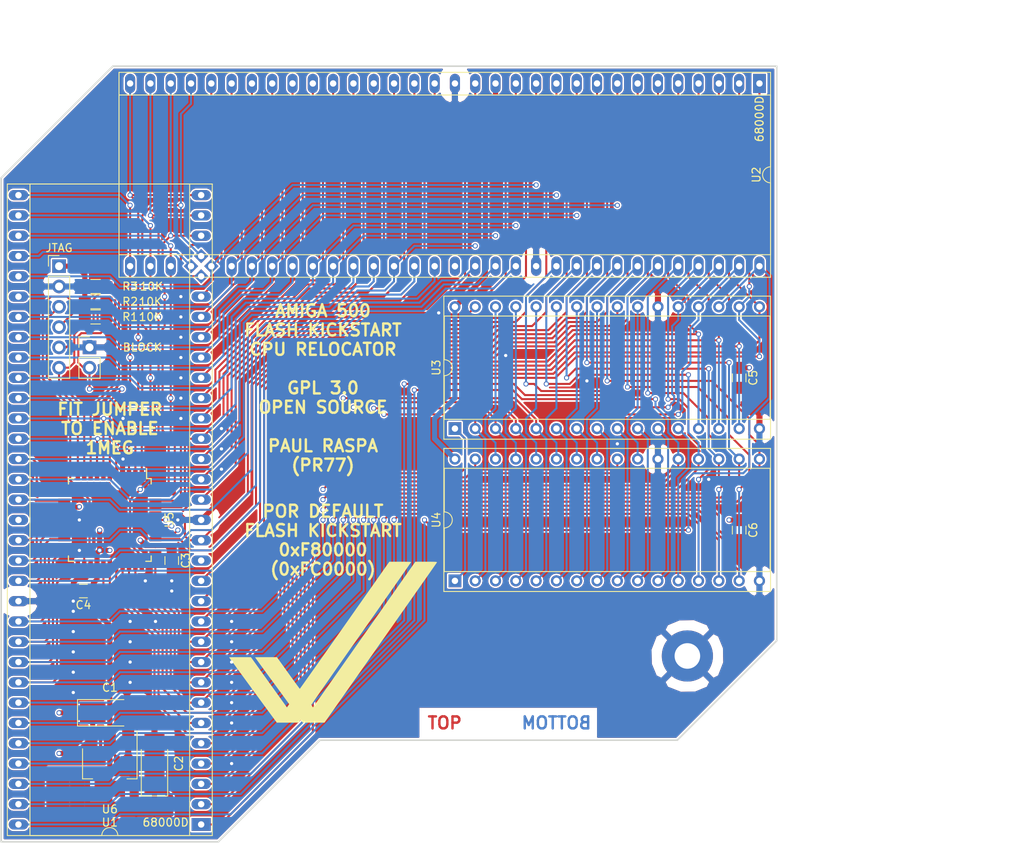
<source format=kicad_pcb>
(kicad_pcb (version 20171130) (host pcbnew "(5.0.1)-rc2")
  (title_block (title "68000 Relocator") (date 05/07/2017) (rev v1.0) (company AwesomeInferno) (comment 1 http://www.github.com/awesomeinferno) (comment 2 "Shifts a 68000 processor socket up and 90 degrees counter-clockwise"))
  (layers (0 F.Cu signal) (1 In1.Cu signal) (2 In2.Cu signal) (31 B.Cu signal) (35 F.Paste user) (37 F.SilkS user) (38 B.Mask user) (39 F.Mask user) (44 Edge.Cuts user))
  (net 0 "")
  (net 1 /D4)
  (net 2 /A5)
  (net 3 /D3)
  (net 4 /A6)
  (net 5 /D2)
  (net 6 /A7)
  (net 7 /D1)
  (net 8 /A8)
  (net 9 /D0)
  (net 10 /A9)
  (net 11 /A10)
  (net 12 /UDS)
  (net 13 /A11)
  (net 14 /LDS)
  (net 15 /A12)
  (net 16 /R/W)
  (net 17 /A13)
  (net 18 /DTACK)
  (net 19 /A14)
  (net 20 /BG)
  (net 21 /A15)
  (net 22 /BGACK)
  (net 23 /A16)
  (net 24 /BR)
  (net 25 /A17)
  (net 26 VCC)
  (net 27 /A18)
  (net 28 /CLK)
  (net 29 /A19)
  (net 30 GND)
  (net 31 /A20)
  (net 32 /HALT)
  (net 33 /RESET)
  (net 34 /A21)
  (net 35 /VMA)
  (net 36 /A22)
  (net 37 /E)
  (net 38 /A23)
  (net 39 /VPA)
  (net 40 /BERR)
  (net 41 /D15)
  (net 42 /IPL2)
  (net 43 /D14)
  (net 44 /IPL1)
  (net 45 /D13)
  (net 46 /IPL0)
  (net 47 /D12)
  (net 48 /FC2)
  (net 49 /D11)
  (net 50 /FC1)
  (net 51 /D10)
  (net 52 /FC0)
  (net 53 /D9)
  (net 54 /A1)
  (net 55 /D8)
  (net 56 /A2)
  (net 57 /D7)
  (net 58 /A3)
  (net 59 /D6)
  (net 60 /A4)
  (net 61 /D5)
  (net 62 +3V3)
  (net 63 /TCK)
  (net 64 /TDO)
  (net 65 /TDI)
  (net 66 /TMS)
  (net 67 /MB_AS)
  (net 68 /CPU_AS)
  (net 69 /ROM0_WR)
  (net 70 /ROM0_RD)
  (net 71 /ROM1_WR)
  (net 72 /ROM1_RD)
  (net 73 /BLOCK)
  (net 74 /FLASH_A19)
  (module Housings_DIP:DIP-32_W15.24mm_Socket (layer F.Cu) (at 159.512 103.124 90)
    (fp_text reference U3 (at 7.62 -2.33 90) (layer F.SilkS))
    (fp_text value SST39SF040)
    (pad 1 thru_hole rect (at 0 0 90) (size 1.6 1.6) (drill 0.8) (layers *.Cu *.Mask) (net 74 /FLASH_A19))
    (pad 17 thru_hole oval (at 15.24 38.1 90) (size 1.397 1.397) (drill 0.8) (layers *.Cu *.Mask) (net 3 /D3))
    (pad 2 thru_hole oval (at 0 2.54 90) (size 1.397 1.397) (drill 0.8) (layers *.Cu *.Mask) (net 25 /A17))
    (pad 18 thru_hole oval (at 15.24 35.56 90) (size 1.397 1.397) (drill 0.8) (layers *.Cu *.Mask) (net 1 /D4))
    (pad 3 thru_hole oval (at 0 5.08 90) (size 1.397 1.397) (drill 0.8) (layers *.Cu *.Mask) (net 23 /A16))
    (pad 19 thru_hole oval (at 15.24 33.02 90) (size 1.397 1.397) (drill 0.8) (layers *.Cu *.Mask) (net 61 /D5))
    (pad 4 thru_hole oval (at 0 7.62 90) (size 1.397 1.397) (drill 0.8) (layers *.Cu *.Mask) (net 17 /A13))
    (pad 20 thru_hole oval (at 15.24 30.48 90) (size 1.397 1.397) (drill 0.8) (layers *.Cu *.Mask) (net 59 /D6))
    (pad 5 thru_hole oval (at 0 10.16 90) (size 1.397 1.397) (drill 0.8) (layers *.Cu *.Mask) (net 8 /A8))
    (pad 21 thru_hole oval (at 15.24 27.94 90) (size 1.397 1.397) (drill 0.8) (layers *.Cu *.Mask) (net 57 /D7))
    (pad 6 thru_hole oval (at 0 12.7 90) (size 1.397 1.397) (drill 0.8) (layers *.Cu *.Mask) (net 6 /A7))
    (pad 22 thru_hole oval (at 15.24 25.4 90) (size 1.397 1.397) (drill 0.8) (layers *.Cu *.Mask) (net 30 GND))
    (pad 7 thru_hole oval (at 0 15.24 90) (size 1.397 1.397) (drill 0.8) (layers *.Cu *.Mask) (net 4 /A6))
    (pad 23 thru_hole oval (at 15.24 22.86 90) (size 1.397 1.397) (drill 0.8) (layers *.Cu *.Mask) (net 13 /A11))
    (pad 8 thru_hole oval (at 0 17.78 90) (size 1.397 1.397) (drill 0.8) (layers *.Cu *.Mask) (net 2 /A5))
    (pad 24 thru_hole oval (at 15.24 20.32 90) (size 1.397 1.397) (drill 0.8) (layers *.Cu *.Mask) (net 70 /ROM0_RD))
    (pad 9 thru_hole oval (at 0 20.32 90) (size 1.397 1.397) (drill 0.8) (layers *.Cu *.Mask) (net 60 /A4))
    (pad 25 thru_hole oval (at 15.24 17.78 90) (size 1.397 1.397) (drill 0.8) (layers *.Cu *.Mask) (net 15 /A12))
    (pad 10 thru_hole oval (at 0 22.86 90) (size 1.397 1.397) (drill 0.8) (layers *.Cu *.Mask) (net 58 /A3))
    (pad 26 thru_hole oval (at 15.24 15.24 90) (size 1.397 1.397) (drill 0.8) (layers *.Cu *.Mask) (net 11 /A10))
    (pad 11 thru_hole oval (at 0 25.4 90) (size 1.397 1.397) (drill 0.8) (layers *.Cu *.Mask) (net 56 /A2))
    (pad 27 thru_hole oval (at 15.24 12.7 90) (size 1.397 1.397) (drill 0.8) (layers *.Cu *.Mask) (net 10 /A9))
    (pad 12 thru_hole oval (at 0 27.94 90) (size 1.397 1.397) (drill 0.8) (layers *.Cu *.Mask) (net 54 /A1))
    (pad 28 thru_hole oval (at 15.24 10.16 90) (size 1.397 1.397) (drill 0.8) (layers *.Cu *.Mask) (net 19 /A14))
    (pad 13 thru_hole oval (at 0 30.48 90) (size 1.397 1.397) (drill 0.8) (layers *.Cu *.Mask) (net 9 /D0))
    (pad 29 thru_hole oval (at 15.24 7.62 90) (size 1.397 1.397) (drill 0.8) (layers *.Cu *.Mask) (net 21 /A15))
    (pad 14 thru_hole oval (at 0 33.02 90) (size 1.397 1.397) (drill 0.8) (layers *.Cu *.Mask) (net 7 /D1))
    (pad 30 thru_hole oval (at 15.24 5.08 90) (size 1.397 1.397) (drill 0.8) (layers *.Cu *.Mask) (net 27 /A18))
    (pad 15 thru_hole oval (at 0 35.56 90) (size 1.397 1.397) (drill 0.8) (layers *.Cu *.Mask) (net 5 /D2))
    (pad 31 thru_hole oval (at 15.24 2.54 90) (size 1.397 1.397) (drill 0.8) (layers *.Cu *.Mask) (net 69 /ROM0_WR))
    (pad 16 thru_hole oval (at 0 38.1 90) (size 1.397 1.397) (drill 0.8) (layers *.Cu *.Mask) (net 30 GND))
    (pad 32 thru_hole oval (at 15.24 0 90) (size 1.397 1.397) (drill 0.8) (layers *.Cu *.Mask) (net 26 VCC))
  )
  (module Housings_DIP:DIP-64_W22.86mm_Socket_LongPads (layer F.Cu) (at 127.762 152.654 180)
    (fp_text reference U1 (at 11.43 0.254 180) (layer F.SilkS))
    (fp_text value 68000D (at 4.445 0.254 180) (layer F.SilkS))
    (pad 1 thru_hole rect (at 0 0 180) (size 2.4 1.6) (drill 0.8) (layers *.Cu *.Mask) (net 1 /D4))
    (pad 33 thru_hole oval (at 22.86 78.74 180) (size 2.413 1.27) (drill 0.8) (layers *.Cu *.Mask) (net 2 /A5))
    (pad 2 thru_hole oval (at 0 2.54 180) (size 2.413 1.27) (drill 0.8) (layers *.Cu *.Mask) (net 3 /D3))
    (pad 34 thru_hole oval (at 22.86 76.2 180) (size 2.413 1.27) (drill 0.8) (layers *.Cu *.Mask) (net 4 /A6))
    (pad 3 thru_hole oval (at 0 5.08 180) (size 2.413 1.27) (drill 0.8) (layers *.Cu *.Mask) (net 5 /D2))
    (pad 35 thru_hole oval (at 22.86 73.66 180) (size 2.413 1.27) (drill 0.8) (layers *.Cu *.Mask) (net 6 /A7))
    (pad 4 thru_hole oval (at 0 7.62 180) (size 2.413 1.27) (drill 0.8) (layers *.Cu *.Mask) (net 7 /D1))
    (pad 36 thru_hole oval (at 22.86 71.12 180) (size 2.413 1.27) (drill 0.8) (layers *.Cu *.Mask) (net 8 /A8))
    (pad 5 thru_hole oval (at 0 10.16 180) (size 2.413 1.27) (drill 0.8) (layers *.Cu *.Mask) (net 9 /D0))
    (pad 37 thru_hole oval (at 22.86 68.58 180) (size 2.413 1.27) (drill 0.8) (layers *.Cu *.Mask) (net 10 /A9))
    (pad 6 thru_hole oval (at 0 12.7 180) (size 2.413 1.27) (drill 0.8) (layers *.Cu *.Mask) (net 67 /MB_AS))
    (pad 38 thru_hole oval (at 22.86 66.04 180) (size 2.413 1.27) (drill 0.8) (layers *.Cu *.Mask) (net 11 /A10))
    (pad 7 thru_hole oval (at 0 15.24 180) (size 2.413 1.27) (drill 0.8) (layers *.Cu *.Mask) (net 12 /UDS))
    (pad 39 thru_hole oval (at 22.86 63.5 180) (size 2.413 1.27) (drill 0.8) (layers *.Cu *.Mask) (net 13 /A11))
    (pad 8 thru_hole oval (at 0 17.78 180) (size 2.413 1.27) (drill 0.8) (layers *.Cu *.Mask) (net 14 /LDS))
    (pad 40 thru_hole oval (at 22.86 60.96 180) (size 2.413 1.27) (drill 0.8) (layers *.Cu *.Mask) (net 15 /A12))
    (pad 9 thru_hole oval (at 0 20.32 180) (size 2.413 1.27) (drill 0.8) (layers *.Cu *.Mask) (net 16 /R/W))
    (pad 41 thru_hole oval (at 22.86 58.42 180) (size 2.413 1.27) (drill 0.8) (layers *.Cu *.Mask) (net 17 /A13))
    (pad 10 thru_hole oval (at 0 22.86 180) (size 2.413 1.27) (drill 0.8) (layers *.Cu *.Mask) (net 18 /DTACK))
    (pad 42 thru_hole oval (at 22.86 55.88 180) (size 2.413 1.27) (drill 0.8) (layers *.Cu *.Mask) (net 19 /A14))
    (pad 11 thru_hole oval (at 0 25.4 180) (size 2.413 1.27) (drill 0.8) (layers *.Cu *.Mask) (net 20 /BG))
    (pad 43 thru_hole oval (at 22.86 53.34 180) (size 2.413 1.27) (drill 0.8) (layers *.Cu *.Mask) (net 21 /A15))
    (pad 12 thru_hole oval (at 0 27.94 180) (size 2.413 1.27) (drill 0.8) (layers *.Cu *.Mask) (net 22 /BGACK))
    (pad 44 thru_hole oval (at 22.86 50.8 180) (size 2.413 1.27) (drill 0.8) (layers *.Cu *.Mask) (net 23 /A16))
    (pad 13 thru_hole oval (at 0 30.48 180) (size 2.413 1.27) (drill 0.8) (layers *.Cu *.Mask) (net 24 /BR))
    (pad 45 thru_hole oval (at 22.86 48.26 180) (size 2.413 1.27) (drill 0.8) (layers *.Cu *.Mask) (net 25 /A17))
    (pad 14 thru_hole oval (at 0 33.02 180) (size 2.413 1.27) (drill 0.8) (layers *.Cu *.Mask) (net 26 VCC))
    (pad 46 thru_hole oval (at 22.86 45.72 180) (size 2.413 1.27) (drill 0.8) (layers *.Cu *.Mask) (net 27 /A18))
    (pad 15 thru_hole oval (at 0 35.56 180) (size 2.413 1.27) (drill 0.8) (layers *.Cu *.Mask) (net 28 /CLK))
    (pad 47 thru_hole oval (at 22.86 43.18 180) (size 2.413 1.27) (drill 0.8) (layers *.Cu *.Mask) (net 29 /A19))
    (pad 16 thru_hole oval (at 0 38.1 180) (size 2.413 1.27) (drill 0.8) (layers *.Cu *.Mask) (net 30 GND))
    (pad 48 thru_hole oval (at 22.86 40.64 180) (size 2.413 1.27) (drill 0.8) (layers *.Cu *.Mask) (net 31 /A20))
    (pad 17 thru_hole oval (at 0 40.64 180) (size 2.413 1.27) (drill 0.8) (layers *.Cu *.Mask) (net 32 /HALT))
    (pad 49 thru_hole oval (at 22.86 38.1 180) (size 2.413 1.27) (drill 0.8) (layers *.Cu *.Mask) (net 26 VCC))
    (pad 18 thru_hole oval (at 0 43.18 180) (size 2.413 1.27) (drill 0.8) (layers *.Cu *.Mask) (net 33 /RESET))
    (pad 50 thru_hole oval (at 22.86 35.56 180) (size 2.413 1.27) (drill 0.8) (layers *.Cu *.Mask) (net 34 /A21))
    (pad 19 thru_hole oval (at 0 45.72 180) (size 2.413 1.27) (drill 0.8) (layers *.Cu *.Mask) (net 35 /VMA))
    (pad 51 thru_hole oval (at 22.86 33.02 180) (size 2.413 1.27) (drill 0.8) (layers *.Cu *.Mask) (net 36 /A22))
    (pad 20 thru_hole oval (at 0 48.26 180) (size 2.413 1.27) (drill 0.8) (layers *.Cu *.Mask) (net 37 /E))
    (pad 52 thru_hole oval (at 22.86 30.48 180) (size 2.413 1.27) (drill 0.8) (layers *.Cu *.Mask) (net 38 /A23))
    (pad 21 thru_hole oval (at 0 50.8 180) (size 2.413 1.27) (drill 0.8) (layers *.Cu *.Mask) (net 39 /VPA))
    (pad 53 thru_hole oval (at 22.86 27.94 180) (size 2.413 1.27) (drill 0.8) (layers *.Cu *.Mask) (net 30 GND))
    (pad 22 thru_hole oval (at 0 53.34 180) (size 2.413 1.27) (drill 0.8) (layers *.Cu *.Mask) (net 40 /BERR))
    (pad 54 thru_hole oval (at 22.86 25.4 180) (size 2.413 1.27) (drill 0.8) (layers *.Cu *.Mask) (net 41 /D15))
    (pad 23 thru_hole oval (at 0 55.88 180) (size 2.413 1.27) (drill 0.8) (layers *.Cu *.Mask) (net 42 /IPL2))
    (pad 55 thru_hole oval (at 22.86 22.86 180) (size 2.413 1.27) (drill 0.8) (layers *.Cu *.Mask) (net 43 /D14))
    (pad 24 thru_hole oval (at 0 58.42 180) (size 2.413 1.27) (drill 0.8) (layers *.Cu *.Mask) (net 44 /IPL1))
    (pad 56 thru_hole oval (at 22.86 20.32 180) (size 2.413 1.27) (drill 0.8) (layers *.Cu *.Mask) (net 45 /D13))
    (pad 25 thru_hole oval (at 0 60.96 180) (size 2.413 1.27) (drill 0.8) (layers *.Cu *.Mask) (net 46 /IPL0))
    (pad 57 thru_hole oval (at 22.86 17.78 180) (size 2.413 1.27) (drill 0.8) (layers *.Cu *.Mask) (net 47 /D12))
    (pad 26 thru_hole oval (at 0 63.5 180) (size 2.413 1.27) (drill 0.8) (layers *.Cu *.Mask) (net 48 /FC2))
    (pad 58 thru_hole oval (at 22.86 15.24 180) (size 2.413 1.27) (drill 0.8) (layers *.Cu *.Mask) (net 49 /D11))
    (pad 27 thru_hole oval (at 0 66.04 180) (size 2.413 1.27) (drill 0.8) (layers *.Cu *.Mask) (net 50 /FC1))
    (pad 59 thru_hole oval (at 22.86 12.7 180) (size 2.413 1.27) (drill 0.8) (layers *.Cu *.Mask) (net 51 /D10))
    (pad 28 thru_hole trapezoid (at 0 68.58 225) (size 1.27 1.27) (drill 0.8) (layers *.Cu *.Mask) (net 52 /FC0))
    (pad 60 thru_hole oval (at 22.86 10.16 180) (size 2.413 1.27) (drill 0.8) (layers *.Cu *.Mask) (net 53 /D9))
    (pad 29 thru_hole trapezoid (at 0 71.12 225) (size 1.27 1.27) (drill 0.8) (layers *.Cu *.Mask) (net 54 /A1))
    (pad 61 thru_hole oval (at 22.86 7.62 180) (size 2.413 1.27) (drill 0.8) (layers *.Cu *.Mask) (net 55 /D8))
    (pad 30 thru_hole oval (at 0 73.66 180) (size 2.413 1.27) (drill 0.8) (layers *.Cu *.Mask) (net 56 /A2))
    (pad 62 thru_hole oval (at 22.86 5.08 180) (size 2.413 1.27) (drill 0.8) (layers *.Cu *.Mask) (net 57 /D7))
    (pad 31 thru_hole oval (at 0 76.2 180) (size 2.413 1.27) (drill 0.8) (layers *.Cu *.Mask) (net 58 /A3))
    (pad 63 thru_hole oval (at 22.86 2.54 180) (size 2.413 1.27) (drill 0.8) (layers *.Cu *.Mask) (net 59 /D6))
    (pad 32 thru_hole oval (at 0 78.74 180) (size 2.413 1.27) (drill 0.8) (layers *.Cu *.Mask) (net 60 /A4))
    (pad 64 thru_hole oval (at 22.86 0 180) (size 2.413 1.27) (drill 0.8) (layers *.Cu *.Mask) (net 61 /D5))
  )
  (module Housings_DIP:DIP-64_W22.86mm_Socket_LongPads (layer F.Cu) (at 197.612 59.944 270)
    (fp_text reference U2 (at 11.43 0.381 270) (layer F.SilkS))
    (fp_text value 68000D (at 4.445 0 270) (layer F.SilkS))
    (pad 1 thru_hole rect (at 0 0 270) (size 2.4 1.6) (drill 0.8) (layers *.Cu *.Mask) (net 1 /D4))
    (pad 33 thru_hole oval (at 22.86 78.74 270) (size 2.413 1.27) (drill 0.8) (layers *.Cu *.Mask) (net 2 /A5))
    (pad 2 thru_hole oval (at 0 2.54 270) (size 2.413 1.27) (drill 0.8) (layers *.Cu *.Mask) (net 3 /D3))
    (pad 34 thru_hole oval (at 22.86 76.2 270) (size 2.413 1.27) (drill 0.8) (layers *.Cu *.Mask) (net 4 /A6))
    (pad 3 thru_hole oval (at 0 5.08 270) (size 2.413 1.27) (drill 0.8) (layers *.Cu *.Mask) (net 5 /D2))
    (pad 35 thru_hole oval (at 22.86 73.66 270) (size 2.413 1.27) (drill 0.8) (layers *.Cu *.Mask) (net 6 /A7))
    (pad 4 thru_hole oval (at 0 7.62 270) (size 2.413 1.27) (drill 0.8) (layers *.Cu *.Mask) (net 7 /D1))
    (pad 36 thru_hole trapezoid (at 22.86 71.12 315) (size 1.27 1.27) (drill 0.8) (layers *.Cu *.Mask) (net 8 /A8))
    (pad 5 thru_hole oval (at 0 10.16 270) (size 2.413 1.27) (drill 0.8) (layers *.Cu *.Mask) (net 9 /D0))
    (pad 37 thru_hole trapezoid (at 22.86 68.58 315) (size 1.27 1.27) (drill 0.8) (layers *.Cu *.Mask) (net 10 /A9))
    (pad 6 thru_hole oval (at 0 12.7 270) (size 2.413 1.27) (drill 0.8) (layers *.Cu *.Mask) (net 68 /CPU_AS))
    (pad 38 thru_hole oval (at 22.86 66.04 270) (size 2.413 1.27) (drill 0.8) (layers *.Cu *.Mask) (net 11 /A10))
    (pad 7 thru_hole oval (at 0 15.24 270) (size 2.413 1.27) (drill 0.8) (layers *.Cu *.Mask) (net 12 /UDS))
    (pad 39 thru_hole oval (at 22.86 63.5 270) (size 2.413 1.27) (drill 0.8) (layers *.Cu *.Mask) (net 13 /A11))
    (pad 8 thru_hole oval (at 0 17.78 270) (size 2.413 1.27) (drill 0.8) (layers *.Cu *.Mask) (net 14 /LDS))
    (pad 40 thru_hole oval (at 22.86 60.96 270) (size 2.413 1.27) (drill 0.8) (layers *.Cu *.Mask) (net 15 /A12))
    (pad 9 thru_hole oval (at 0 20.32 270) (size 2.413 1.27) (drill 0.8) (layers *.Cu *.Mask) (net 16 /R/W))
    (pad 41 thru_hole oval (at 22.86 58.42 270) (size 2.413 1.27) (drill 0.8) (layers *.Cu *.Mask) (net 17 /A13))
    (pad 10 thru_hole oval (at 0 22.86 270) (size 2.413 1.27) (drill 0.8) (layers *.Cu *.Mask) (net 18 /DTACK))
    (pad 42 thru_hole oval (at 22.86 55.88 270) (size 2.413 1.27) (drill 0.8) (layers *.Cu *.Mask) (net 19 /A14))
    (pad 11 thru_hole oval (at 0 25.4 270) (size 2.413 1.27) (drill 0.8) (layers *.Cu *.Mask) (net 20 /BG))
    (pad 43 thru_hole oval (at 22.86 53.34 270) (size 2.413 1.27) (drill 0.8) (layers *.Cu *.Mask) (net 21 /A15))
    (pad 12 thru_hole oval (at 0 27.94 270) (size 2.413 1.27) (drill 0.8) (layers *.Cu *.Mask) (net 22 /BGACK))
    (pad 44 thru_hole oval (at 22.86 50.8 270) (size 2.413 1.27) (drill 0.8) (layers *.Cu *.Mask) (net 23 /A16))
    (pad 13 thru_hole oval (at 0 30.48 270) (size 2.413 1.27) (drill 0.8) (layers *.Cu *.Mask) (net 24 /BR))
    (pad 45 thru_hole oval (at 22.86 48.26 270) (size 2.413 1.27) (drill 0.8) (layers *.Cu *.Mask) (net 25 /A17))
    (pad 14 thru_hole oval (at 0 33.02 270) (size 2.413 1.27) (drill 0.8) (layers *.Cu *.Mask) (net 26 VCC))
    (pad 46 thru_hole oval (at 22.86 45.72 270) (size 2.413 1.27) (drill 0.8) (layers *.Cu *.Mask) (net 27 /A18))
    (pad 15 thru_hole oval (at 0 35.56 270) (size 2.413 1.27) (drill 0.8) (layers *.Cu *.Mask) (net 28 /CLK))
    (pad 47 thru_hole oval (at 22.86 43.18 270) (size 2.413 1.27) (drill 0.8) (layers *.Cu *.Mask) (net 29 /A19))
    (pad 16 thru_hole oval (at 0 38.1 270) (size 2.413 1.27) (drill 0.8) (layers *.Cu *.Mask) (net 30 GND))
    (pad 48 thru_hole oval (at 22.86 40.64 270) (size 2.413 1.27) (drill 0.8) (layers *.Cu *.Mask) (net 31 /A20))
    (pad 17 thru_hole oval (at 0 40.64 270) (size 2.413 1.27) (drill 0.8) (layers *.Cu *.Mask) (net 32 /HALT))
    (pad 49 thru_hole oval (at 22.86 38.1 270) (size 2.413 1.27) (drill 0.8) (layers *.Cu *.Mask) (net 26 VCC))
    (pad 18 thru_hole oval (at 0 43.18 270) (size 2.413 1.27) (drill 0.8) (layers *.Cu *.Mask) (net 33 /RESET))
    (pad 50 thru_hole oval (at 22.86 35.56 270) (size 2.413 1.27) (drill 0.8) (layers *.Cu *.Mask) (net 34 /A21))
    (pad 19 thru_hole oval (at 0 45.72 270) (size 2.413 1.27) (drill 0.8) (layers *.Cu *.Mask) (net 35 /VMA))
    (pad 51 thru_hole oval (at 22.86 33.02 270) (size 2.413 1.27) (drill 0.8) (layers *.Cu *.Mask) (net 36 /A22))
    (pad 20 thru_hole oval (at 0 48.26 270) (size 2.413 1.27) (drill 0.8) (layers *.Cu *.Mask) (net 37 /E))
    (pad 52 thru_hole oval (at 22.86 30.48 270) (size 2.413 1.27) (drill 0.8) (layers *.Cu *.Mask) (net 38 /A23))
    (pad 21 thru_hole oval (at 0 50.8 270) (size 2.413 1.27) (drill 0.8) (layers *.Cu *.Mask) (net 39 /VPA))
    (pad 53 thru_hole oval (at 22.86 27.94 270) (size 2.413 1.27) (drill 0.8) (layers *.Cu *.Mask) (net 30 GND))
    (pad 22 thru_hole oval (at 0 53.34 270) (size 2.413 1.27) (drill 0.8) (layers *.Cu *.Mask) (net 40 /BERR))
    (pad 54 thru_hole oval (at 22.86 25.4 270) (size 2.413 1.27) (drill 0.8) (layers *.Cu *.Mask) (net 41 /D15))
    (pad 23 thru_hole oval (at 0 55.88 270) (size 2.413 1.27) (drill 0.8) (layers *.Cu *.Mask) (net 42 /IPL2))
    (pad 55 thru_hole oval (at 22.86 22.86 270) (size 2.413 1.27) (drill 0.8) (layers *.Cu *.Mask) (net 43 /D14))
    (pad 24 thru_hole oval (at 0 58.42 270) (size 2.413 1.27) (drill 0.8) (layers *.Cu *.Mask) (net 44 /IPL1))
    (pad 56 thru_hole oval (at 22.86 20.32 270) (size 2.413 1.27) (drill 0.8) (layers *.Cu *.Mask) (net 45 /D13))
    (pad 25 thru_hole oval (at 0 60.96 270) (size 2.413 1.27) (drill 0.8) (layers *.Cu *.Mask) (net 46 /IPL0))
    (pad 57 thru_hole oval (at 22.86 17.78 270) (size 2.413 1.27) (drill 0.8) (layers *.Cu *.Mask) (net 47 /D12))
    (pad 26 thru_hole oval (at 0 63.5 270) (size 2.413 1.27) (drill 0.8) (layers *.Cu *.Mask) (net 48 /FC2))
    (pad 58 thru_hole oval (at 22.86 15.24 270) (size 2.413 1.27) (drill 0.8) (layers *.Cu *.Mask) (net 49 /D11))
    (pad 27 thru_hole oval (at 0 66.04 270) (size 2.413 1.27) (drill 0.8) (layers *.Cu *.Mask) (net 50 /FC1))
    (pad 59 thru_hole oval (at 22.86 12.7 270) (size 2.413 1.27) (drill 0.8) (layers *.Cu *.Mask) (net 51 /D10))
    (pad 28 thru_hole oval (at 0 68.58 270) (size 2.413 1.27) (drill 0.8) (layers *.Cu *.Mask) (net 52 /FC0))
    (pad 60 thru_hole oval (at 22.86 10.16 270) (size 2.413 1.27) (drill 0.8) (layers *.Cu *.Mask) (net 53 /D9))
    (pad 29 thru_hole oval (at 0 71.12 270) (size 2.413 1.27) (drill 0.8) (layers *.Cu *.Mask) (net 54 /A1))
    (pad 61 thru_hole oval (at 22.86 7.62 270) (size 2.413 1.27) (drill 0.8) (layers *.Cu *.Mask) (net 55 /D8))
    (pad 30 thru_hole oval (at 0 73.66 270) (size 2.413 1.27) (drill 0.8) (layers *.Cu *.Mask) (net 56 /A2))
    (pad 62 thru_hole oval (at 22.86 5.08 270) (size 2.413 1.27) (drill 0.8) (layers *.Cu *.Mask) (net 57 /D7))
    (pad 31 thru_hole oval (at 0 76.2 270) (size 2.413 1.27) (drill 0.8) (layers *.Cu *.Mask) (net 58 /A3))
    (pad 63 thru_hole oval (at 22.86 2.54 270) (size 2.413 1.27) (drill 0.8) (layers *.Cu *.Mask) (net 59 /D6))
    (pad 32 thru_hole oval (at 0 78.74 270) (size 2.413 1.27) (drill 0.8) (layers *.Cu *.Mask) (net 60 /A4))
    (pad 64 thru_hole oval (at 22.86 0 270) (size 2.413 1.27) (drill 0.8) (layers *.Cu *.Mask) (net 61 /D5))
  )
  (module Housings_DIP:DIP-32_W15.24mm_Socket (layer F.Cu) (at 159.512 122.174 90)
    (fp_text reference U4 (at 7.62 -2.33 90) (layer F.SilkS))
    (fp_text value SST39SF040)
    (pad 1 thru_hole rect (at 0 0 90) (size 1.6 1.6) (drill 0.8) (layers *.Cu *.Mask) (net 74 /FLASH_A19))
    (pad 17 thru_hole oval (at 15.24 38.1 90) (size 1.397 1.397) (drill 0.8) (layers *.Cu *.Mask) (net 49 /D11))
    (pad 2 thru_hole oval (at 0 2.54 90) (size 1.397 1.397) (drill 0.8) (layers *.Cu *.Mask) (net 25 /A17))
    (pad 18 thru_hole oval (at 15.24 35.56 90) (size 1.397 1.397) (drill 0.8) (layers *.Cu *.Mask) (net 47 /D12))
    (pad 3 thru_hole oval (at 0 5.08 90) (size 1.397 1.397) (drill 0.8) (layers *.Cu *.Mask) (net 23 /A16))
    (pad 19 thru_hole oval (at 15.24 33.02 90) (size 1.397 1.397) (drill 0.8) (layers *.Cu *.Mask) (net 45 /D13))
    (pad 4 thru_hole oval (at 0 7.62 90) (size 1.397 1.397) (drill 0.8) (layers *.Cu *.Mask) (net 17 /A13))
    (pad 20 thru_hole oval (at 15.24 30.48 90) (size 1.397 1.397) (drill 0.8) (layers *.Cu *.Mask) (net 43 /D14))
    (pad 5 thru_hole oval (at 0 10.16 90) (size 1.397 1.397) (drill 0.8) (layers *.Cu *.Mask) (net 8 /A8))
    (pad 21 thru_hole oval (at 15.24 27.94 90) (size 1.397 1.397) (drill 0.8) (layers *.Cu *.Mask) (net 41 /D15))
    (pad 6 thru_hole oval (at 0 12.7 90) (size 1.397 1.397) (drill 0.8) (layers *.Cu *.Mask) (net 6 /A7))
    (pad 22 thru_hole oval (at 15.24 25.4 90) (size 1.397 1.397) (drill 0.8) (layers *.Cu *.Mask) (net 30 GND))
    (pad 7 thru_hole oval (at 0 15.24 90) (size 1.397 1.397) (drill 0.8) (layers *.Cu *.Mask) (net 4 /A6))
    (pad 23 thru_hole oval (at 15.24 22.86 90) (size 1.397 1.397) (drill 0.8) (layers *.Cu *.Mask) (net 13 /A11))
    (pad 8 thru_hole oval (at 0 17.78 90) (size 1.397 1.397) (drill 0.8) (layers *.Cu *.Mask) (net 2 /A5))
    (pad 24 thru_hole oval (at 15.24 20.32 90) (size 1.397 1.397) (drill 0.8) (layers *.Cu *.Mask) (net 72 /ROM1_RD))
    (pad 9 thru_hole oval (at 0 20.32 90) (size 1.397 1.397) (drill 0.8) (layers *.Cu *.Mask) (net 60 /A4))
    (pad 25 thru_hole oval (at 15.24 17.78 90) (size 1.397 1.397) (drill 0.8) (layers *.Cu *.Mask) (net 15 /A12))
    (pad 10 thru_hole oval (at 0 22.86 90) (size 1.397 1.397) (drill 0.8) (layers *.Cu *.Mask) (net 58 /A3))
    (pad 26 thru_hole oval (at 15.24 15.24 90) (size 1.397 1.397) (drill 0.8) (layers *.Cu *.Mask) (net 11 /A10))
    (pad 11 thru_hole oval (at 0 25.4 90) (size 1.397 1.397) (drill 0.8) (layers *.Cu *.Mask) (net 56 /A2))
    (pad 27 thru_hole oval (at 15.24 12.7 90) (size 1.397 1.397) (drill 0.8) (layers *.Cu *.Mask) (net 10 /A9))
    (pad 12 thru_hole oval (at 0 27.94 90) (size 1.397 1.397) (drill 0.8) (layers *.Cu *.Mask) (net 54 /A1))
    (pad 28 thru_hole oval (at 15.24 10.16 90) (size 1.397 1.397) (drill 0.8) (layers *.Cu *.Mask) (net 19 /A14))
    (pad 13 thru_hole oval (at 0 30.48 90) (size 1.397 1.397) (drill 0.8) (layers *.Cu *.Mask) (net 55 /D8))
    (pad 29 thru_hole oval (at 15.24 7.62 90) (size 1.397 1.397) (drill 0.8) (layers *.Cu *.Mask) (net 21 /A15))
    (pad 14 thru_hole oval (at 0 33.02 90) (size 1.397 1.397) (drill 0.8) (layers *.Cu *.Mask) (net 53 /D9))
    (pad 30 thru_hole oval (at 15.24 5.08 90) (size 1.397 1.397) (drill 0.8) (layers *.Cu *.Mask) (net 27 /A18))
    (pad 15 thru_hole oval (at 0 35.56 90) (size 1.397 1.397) (drill 0.8) (layers *.Cu *.Mask) (net 51 /D10))
    (pad 31 thru_hole oval (at 15.24 2.54 90) (size 1.397 1.397) (drill 0.8) (layers *.Cu *.Mask) (net 71 /ROM1_WR))
    (pad 16 thru_hole oval (at 0 38.1 90) (size 1.397 1.397) (drill 0.8) (layers *.Cu *.Mask) (net 30 GND))
    (pad 32 thru_hole oval (at 15.24 0 90) (size 1.397 1.397) (drill 0.8) (layers *.Cu *.Mask) (net 26 VCC))
  )
  (module Pin_Headers:Pin_Header_Straight_1x06_Pitch2.54mm (layer F.Cu) (at 109.982 82.804)
    (fp_text reference J4 hide)
    (fp_text value JTAG (at 0 -2.286) (layer F.SilkS))
    (pad 1 thru_hole rect (at 0 0) (size 1.7 1.7) (drill 1) (layers *.Cu *.Mask) (net 62 +3V3))
    (pad 2 thru_hole oval (at 0 2.54) (size 1.7 1.7) (drill 1) (layers *.Cu *.Mask) (net 30 GND))
    (pad 3 thru_hole oval (at 0 5.08) (size 1.7 1.7) (drill 1) (layers *.Cu *.Mask) (net 63 /TCK))
    (pad 4 thru_hole oval (at 0 7.62) (size 1.7 1.7) (drill 1) (layers *.Cu *.Mask) (net 64 /TDO))
    (pad 5 thru_hole oval (at 0 10.16) (size 1.7 1.7) (drill 1) (layers *.Cu *.Mask) (net 65 /TDI))
    (pad 6 thru_hole oval (at 0 12.7) (size 1.7 1.7) (drill 1) (layers *.Cu *.Mask) (net 66 /TMS))
  )
  (module Capacitors_Tantalum_SMD:CP_Tantalum_Case-B_EIA-3528-21_Hand (layer F.Cu) (at 116.341 138.684)
    (fp_text reference C1 (at 0 -3.15) (layer F.SilkS))
    (fp_text value 10uF)
    (pad 1 smd rect (at -2.15 0) (size 3.2 2.5) (layers F.Cu F.Paste F.Mask) (net 26 VCC))
    (pad 2 smd rect (at 2.15 0) (size 3.2 2.5) (layers F.Cu F.Paste F.Mask) (net 30 GND))
  )
  (module Capacitors_Tantalum_SMD:CP_Tantalum_Case-B_EIA-3528-21_Hand (layer F.Cu) (at 121.92 145.034 90)
    (fp_text reference C2 (at 0 3.048 90) (layer F.SilkS))
    (fp_text value 10uF)
    (pad 1 smd rect (at -2.15 0 90) (size 3.2 2.5) (layers F.Cu F.Paste F.Mask) (net 62 +3V3))
    (pad 2 smd rect (at 2.15 0 90) (size 3.2 2.5) (layers F.Cu F.Paste F.Mask) (net 30 GND))
  )
  (module Capacitors_SMD:C_0805_HandSoldering (layer F.Cu) (at 124.079 119.634 270)
    (fp_text reference C3 (at 0 -1.75 270) (layer F.SilkS))
    (fp_text value 100nF)
    (pad 1 smd rect (at -1.25 0 270) (size 1.5 1.25) (layers F.Cu F.Paste F.Mask) (net 62 +3V3))
    (pad 2 smd rect (at 1.25 0 270) (size 1.5 1.25) (layers F.Cu F.Paste F.Mask) (net 30 GND))
  )
  (module Capacitors_SMD:C_0805_HandSoldering (layer F.Cu) (at 113.03 123.444 180)
    (fp_text reference C4 (at 0 -1.75 180) (layer F.SilkS))
    (fp_text value 100nF)
    (pad 1 smd rect (at -1.25 0 180) (size 1.5 1.25) (layers F.Cu F.Paste F.Mask) (net 62 +3V3))
    (pad 2 smd rect (at 1.25 0 180) (size 1.5 1.25) (layers F.Cu F.Paste F.Mask) (net 30 GND))
  )
  (module Capacitors_SMD:C_0805_HandSoldering (layer F.Cu) (at 195.072 96.774 270)
    (fp_text reference C5 (at 0 -1.75 270) (layer F.SilkS))
    (fp_text value 100nF)
    (pad 1 smd rect (at -1.25 0 270) (size 1.5 1.25) (layers F.Cu F.Paste F.Mask) (net 26 VCC))
    (pad 2 smd rect (at 1.25 0 270) (size 1.5 1.25) (layers F.Cu F.Paste F.Mask) (net 30 GND))
  )
  (module Capacitors_SMD:C_0805_HandSoldering (layer F.Cu) (at 195.072 115.824 270)
    (fp_text reference C6 (at 0 -1.75 270) (layer F.SilkS))
    (fp_text value 100nF)
    (pad 1 smd rect (at -1.25 0 270) (size 1.5 1.25) (layers F.Cu F.Paste F.Mask) (net 26 VCC))
    (pad 2 smd rect (at 1.25 0 270) (size 1.5 1.25) (layers F.Cu F.Paste F.Mask) (net 30 GND))
  )
  (module Pin_Headers:Pin_Header_Straight_1x02_Pitch2.54mm (layer F.Cu) (at 113.792 92.964)
    (fp_text reference J3 hide)
    (fp_text value BLOCK (at 6.604 0) (layer F.SilkS))
    (pad 1 thru_hole rect (at 0 0) (size 1.7 1.7) (drill 1) (layers *.Cu *.Mask) (net 30 GND))
    (pad 2 thru_hole oval (at 0 2.54) (size 1.7 1.7) (drill 1) (layers *.Cu *.Mask) (net 73 /BLOCK))
  )
  (module Resistors_SMD:R_0805_HandSoldering (layer F.Cu) (at 114.554 89.154)
    (fp_text reference R1 (at 4.318 0) (layer F.SilkS))
    (fp_text value 10K (at 6.858 0) (layer F.SilkS))
    (pad 1 smd rect (at -1.35 0) (size 1.5 1.3) (layers F.Cu F.Paste F.Mask) (net 62 +3V3))
    (pad 2 smd rect (at 1.35 0) (size 1.5 1.3) (layers F.Cu F.Paste F.Mask) (net 73 /BLOCK))
  )
  (module Resistors_SMD:R_0805_HandSoldering (layer F.Cu) (at 114.554 85.344)
    (fp_text reference R3 (at 4.318 0) (layer F.SilkS))
    (fp_text value 10K (at 6.985 0) (layer F.SilkS))
    (pad 1 smd rect (at -1.35 0) (size 1.5 1.3) (layers F.Cu F.Paste F.Mask) (net 62 +3V3))
    (pad 2 smd rect (at 1.35 0) (size 1.5 1.3) (layers F.Cu F.Paste F.Mask) (net 65 /TDI))
  )
  (module Resistors_SMD:R_0805_HandSoldering (layer F.Cu) (at 114.554 87.249)
    (fp_text reference R2 (at 4.318 0) (layer F.SilkS))
    (fp_text value 10K (at 6.858 0) (layer F.SilkS))
    (pad 1 smd rect (at -1.35 0) (size 1.5 1.3) (layers F.Cu F.Paste F.Mask) (net 62 +3V3))
    (pad 2 smd rect (at 1.35 0) (size 1.5 1.3) (layers F.Cu F.Paste F.Mask) (net 66 /TMS))
  )
  (module Housings_QFP:TQFP-44_10x10mm_Pitch0.8mm (layer F.Cu) (at 116.332 114.554 270)
    (fp_text reference U5 (at 0 -7.45 270) (layer F.SilkS))
    (fp_text value XC9572VQ44)
    (pad 1 smd rect (at -5.7 -4 270) (size 1.5 0.55) (layers F.Cu F.Paste F.Mask) (net 4 /A6))
    (pad 2 smd rect (at -5.7 -3.2 270) (size 1.5 0.55) (layers F.Cu F.Paste F.Mask) (net 54 /A1))
    (pad 3 smd rect (at -5.7 -2.4 270) (size 1.5 0.55) (layers F.Cu F.Paste F.Mask) (net 60 /A4))
    (pad 4 smd rect (at -5.7 -1.6 270) (size 1.5 0.55) (layers F.Cu F.Paste F.Mask) (net 30 GND))
    (pad 5 smd rect (at -5.7 -0.8 270) (size 1.5 0.55) (layers F.Cu F.Paste F.Mask) (net 2 /A5))
    (pad 6 smd rect (at -5.7 0 270) (size 1.5 0.55) (layers F.Cu F.Paste F.Mask) (net 73 /BLOCK))
    (pad 7 smd rect (at -5.7 0.8 270) (size 1.5 0.55) (layers F.Cu F.Paste F.Mask) (net 23 /A16))
    (pad 8 smd rect (at -5.7 1.6 270) (size 1.5 0.55) (layers F.Cu F.Paste F.Mask) (net 25 /A17))
    (pad 9 smd rect (at -5.7 2.4 270) (size 1.5 0.55) (layers F.Cu F.Paste F.Mask) (net 65 /TDI))
    (pad 10 smd rect (at -5.7 3.2 270) (size 1.5 0.55) (layers F.Cu F.Paste F.Mask) (net 66 /TMS))
    (pad 11 smd rect (at -5.7 4 270) (size 1.5 0.55) (layers F.Cu F.Paste F.Mask) (net 63 /TCK))
    (pad 12 smd rect (at -4 5.7) (size 1.5 0.55) (layers F.Cu F.Paste F.Mask) (net 27 /A18))
    (pad 13 smd rect (at -3.2 5.7) (size 1.5 0.55) (layers F.Cu F.Paste F.Mask) (net 29 /A19))
    (pad 14 smd rect (at -2.4 5.7) (size 1.5 0.55) (layers F.Cu F.Paste F.Mask) (net 31 /A20))
    (pad 15 smd rect (at -1.6 5.7) (size 1.5 0.55) (layers F.Cu F.Paste F.Mask) (net 62 +3V3))
    (pad 16 smd rect (at -0.8 5.7) (size 1.5 0.55) (layers F.Cu F.Paste F.Mask) (net 34 /A21))
    (pad 17 smd rect (at 0 5.7) (size 1.5 0.55) (layers F.Cu F.Paste F.Mask) (net 30 GND))
    (pad 18 smd rect (at 0.8 5.7) (size 1.5 0.55) (layers F.Cu F.Paste F.Mask) (net 36 /A22))
    (pad 19 smd rect (at 1.6 5.7) (size 1.5 0.55) (layers F.Cu F.Paste F.Mask) (net 38 /A23))
    (pad 20 smd rect (at 2.4 5.7) (size 1.5 0.55) (layers F.Cu F.Paste F.Mask) (net 41 /D15))
    (pad 21 smd rect (at 3.2 5.7) (size 1.5 0.55) (layers F.Cu F.Paste F.Mask) (net 43 /D14))
    (pad 22 smd rect (at 4 5.7) (size 1.5 0.55) (layers F.Cu F.Paste F.Mask) (net 45 /D13))
    (pad 23 smd rect (at 5.7 4 270) (size 1.5 0.55) (layers F.Cu F.Paste F.Mask) (net 47 /D12))
    (pad 24 smd rect (at 5.7 3.2 270) (size 1.5 0.55) (layers F.Cu F.Paste F.Mask) (net 64 /TDO))
    (pad 25 smd rect (at 5.7 2.4 270) (size 1.5 0.55) (layers F.Cu F.Paste F.Mask) (net 30 GND))
    (pad 26 smd rect (at 5.7 1.6 270) (size 1.5 0.55) (layers F.Cu F.Paste F.Mask) (net 62 +3V3))
    (pad 27 smd rect (at 5.7 0.8 270) (size 1.5 0.55) (layers F.Cu F.Paste F.Mask) (net 68 /CPU_AS))
    (pad 28 smd rect (at 5.7 0 270) (size 1.5 0.55) (layers F.Cu F.Paste F.Mask) (net 67 /MB_AS))
    (pad 29 smd rect (at 5.7 -0.8 270) (size 1.5 0.55) (layers F.Cu F.Paste F.Mask) (net 70 /ROM0_RD))
    (pad 30 smd rect (at 5.7 -1.6 270) (size 1.5 0.55) (layers F.Cu F.Paste F.Mask) (net 12 /UDS))
    (pad 31 smd rect (at 5.7 -2.4 270) (size 1.5 0.55) (layers F.Cu F.Paste F.Mask) (net 14 /LDS))
    (pad 32 smd rect (at 5.7 -3.2 270) (size 1.5 0.55) (layers F.Cu F.Paste F.Mask) (net 16 /R/W))
    (pad 33 smd rect (at 5.7 -4 270) (size 1.5 0.55) (layers F.Cu F.Paste F.Mask) (net 33 /RESET))
    (pad 34 smd rect (at 4 -5.7) (size 1.5 0.55) (layers F.Cu F.Paste F.Mask) (net 18 /DTACK))
    (pad 35 smd rect (at 3.2 -5.7) (size 1.5 0.55) (layers F.Cu F.Paste F.Mask) (net 62 +3V3))
    (pad 36 smd rect (at 2.4 -5.7) (size 1.5 0.55) (layers F.Cu F.Paste F.Mask) (net 69 /ROM0_WR))
    (pad 37 smd rect (at 1.6 -5.7) (size 1.5 0.55) (layers F.Cu F.Paste F.Mask) (net 72 /ROM1_RD))
    (pad 38 smd rect (at 0.8 -5.7) (size 1.5 0.55) (layers F.Cu F.Paste F.Mask) (net 71 /ROM1_WR))
    (pad 39 smd rect (at 0 -5.7) (size 1.5 0.55) (layers F.Cu F.Paste F.Mask) (net 74 /FLASH_A19))
    (pad 40 smd rect (at -0.8 -5.7) (size 1.5 0.55) (layers F.Cu F.Paste F.Mask) (net 28 /CLK))
    (pad 41 smd rect (at -1.6 -5.7) (size 1.5 0.55) (layers F.Cu F.Paste F.Mask) (net 37 /E))
    (pad 42 smd rect (at -2.4 -5.7) (size 1.5 0.55) (layers F.Cu F.Paste F.Mask) (net 6 /A7))
    (pad 43 smd rect (at -3.2 -5.7) (size 1.5 0.55) (layers F.Cu F.Paste F.Mask) (net 56 /A2))
    (pad 44 smd rect (at -4 -5.7) (size 1.5 0.55) (layers F.Cu F.Paste F.Mask) (net 58 /A3))
  )
  (module TO_SOT_Packages_SMD:SOT-223-3_TabPin2 (layer F.Cu) (at 116.332 145.034 270)
    (fp_text reference U6 (at 5.715 0 180) (layer F.SilkS))
    (fp_text value LM1117-3.3)
    (pad 2 smd rect (at 3.15 0 270) (size 2 3.8) (layers F.Cu F.Paste F.Mask) (net 62 +3V3))
    (pad 2 smd rect (at -3.15 0 270) (size 2 1.5) (layers F.Cu F.Paste F.Mask) (net 62 +3V3))
    (pad 3 smd rect (at -3.15 2.3 270) (size 2 1.5) (layers F.Cu F.Paste F.Mask) (net 26 VCC))
    (pad 1 smd rect (at -3.15 -2.3 270) (size 2 1.5) (layers F.Cu F.Paste F.Mask) (net 30 GND))
  )
  (module Mounting_Holes:MountingHole_3.2mm_M3_Pad (layer F.Cu) (at 188.595 131.572)
    (fp_text reference H1 hide)
    (fp_text value MountingHole_Pad)
    (pad 1 thru_hole circle (at 0 0) (size 6.4 6.4) (drill 3.2) (layers *.Cu *.Mask) (net 30 GND))
  )
  (module "Hardware:Commodore Logo" (layer F.Cu) (at 227.33 115.824)
    (fp_text reference G*** hide)
    (fp_text value LOGO hide)
  )
  (module "Hardware:Commodore Logo" (layer F.Cu) (at 144.272 129.794)
    (fp_text reference G*** hide)
    (fp_text value LOGO hide)
  )
  (gr_text "POR DEFAULT\nFLASH KICKSTART\n0xF80000\n(0xFC0000)" (at 143.002 117.094) (layer F.SilkS) (effects (font (size 1.5 1.5) (thickness 0.3))))
  (gr_text "FIT JUMPER\nTO ENABLE\n1MEG" (at 116.332 103.124) (layer F.SilkS) (effects (font (size 1.5 1.5) (thickness 0.3))))
  (gr_text "AMIGA 500\nFLASH KICKSTART\nCPU RELOCATOR\n\nGPL 3.0\nOPEN SOURCE\n\nPAUL RASPA\n(PR77)" (at 143.002 98.044) (layer F.SilkS) (effects (font (size 1.5 1.5) (thickness 0.3))))
  (gr_text BOTTOM (at 172.212 139.954) (layer B.Cu) (effects (font (size 1.5 1.5) (thickness 0.3)) (justify mirror)))
  (gr_text TOP (at 158.242 139.954) (layer F.Cu) (effects (font (size 1.5 1.5) (thickness 0.3))))
  (gr_line (start 102.743 154.813) (end 129.921 154.813) (layer Edge.Cuts) (width 0.2))
  (gr_line (start 102.743 71.755) (end 102.743 154.813) (layer Edge.Cuts) (width 0.2))
  (gr_line (start 199.771 57.785) (end 116.713 57.785) (layer Edge.Cuts) (width 0.2))
  (gr_line (start 199.771 129.667) (end 199.771 57.785) (layer Edge.Cuts) (width 0.2))
  (gr_line (start 142.621 142.113) (end 187.325 142.113) (layer Edge.Cuts) (width 0.2))
  (gr_line (start 187.325 142.113) (end 199.771 129.667) (layer Edge.Cuts) (width 0.2))
  (gr_line (start 129.921 154.813) (end 142.621 142.113) (layer Edge.Cuts) (width 0.2))
  (gr_line (start 102.743 71.755) (end 116.713 57.785) (layer Edge.Cuts) (width 0.2))
  (segment (start 197.612 62.484) (end 197.612 59.944) (width 0.254) (layer F.Cu) (net 1))
  (segment (start 196.342 63.754) (end 197.612 62.484) (width 0.254) (layer F.Cu) (net 1))
  (segment (start 196.342 84.074) (end 196.342 63.754) (width 0.254) (layer F.Cu) (net 1))
  (via (at 196.342 85.344) (size 0.635) (drill 0.4064) (layers F.Cu B.Cu) (net 1))
  (segment (start 196.342 84.074) (end 196.342 85.344) (width 0.254) (layer F.Cu) (net 1))
  (segment (start 196.342 86.614) (end 195.072 87.884) (width 0.254) (layer B.Cu) (net 1))
  (segment (start 196.342 85.344) (end 196.342 86.614) (width 0.254) (layer B.Cu) (net 1))
  (segment (start 127.762 152.654) (end 130.175 152.654) (width 0.254) (layer F.Cu) (net 1))
  (segment (start 130.175 152.654) (end 141.732 141.097) (width 0.254) (layer F.Cu) (net 1))
  (segment (start 141.732 141.097) (end 141.732 101.346) (width 0.254) (layer F.Cu) (net 1))
  (segment (start 141.732 101.346) (end 146.304 96.774) (width 0.254) (layer F.Cu) (net 1))
  (segment (start 146.304 96.774) (end 149.86 96.774) (width 0.254) (layer F.Cu) (net 1))
  (segment (start 149.86 96.774) (end 172.085 96.774) (width 0.254) (layer F.Cu) (net 1))
  (segment (start 172.085 96.774) (end 174.752 94.107) (width 0.254) (layer F.Cu) (net 1))
  (segment (start 174.752 94.107) (end 197.612 94.107) (width 0.254) (layer F.Cu) (net 1))
  (via (at 197.612 94.107) (size 0.635) (drill 0.4064) (layers F.Cu B.Cu) (net 1))
  (segment (start 197.612 94.107) (end 197.612 92.075) (width 0.254) (layer B.Cu) (net 1))
  (segment (start 195.072 89.535) (end 195.072 87.884) (width 0.254) (layer B.Cu) (net 1))
  (segment (start 197.612 92.075) (end 195.072 89.535) (width 0.254) (layer B.Cu) (net 1))
  (via (at 118.872 75.184) (size 0.635) (drill 0.4064) (layers F.Cu B.Cu) (net 2))
  (segment (start 104.902 73.914) (end 117.602 73.914) (width 0.254) (layer B.Cu) (net 2))
  (segment (start 117.602 73.914) (end 118.872 75.184) (width 0.254) (layer B.Cu) (net 2))
  (segment (start 118.872 75.184) (end 118.872 82.804) (width 0.254) (layer F.Cu) (net 2))
  (segment (start 118.872 82.804) (end 118.872 103.632) (width 0.254) (layer F.Cu) (net 2))
  (segment (start 117.132 105.372) (end 117.132 108.854) (width 0.254) (layer F.Cu) (net 2))
  (segment (start 118.872 103.632) (end 117.132 105.372) (width 0.254) (layer F.Cu) (net 2))
  (segment (start 177.292 103.124) (end 178.562 104.394) (width 0.254) (layer B.Cu) (net 2))
  (segment (start 178.562 120.904) (end 177.292 122.174) (width 0.254) (layer B.Cu) (net 2))
  (segment (start 178.562 104.394) (end 178.562 120.904) (width 0.254) (layer B.Cu) (net 2))
  (via (at 118.872 94.234) (size 0.635) (drill 0.4064) (layers F.Cu B.Cu) (net 2))
  (segment (start 195.072 62.484) (end 195.072 59.944) (width 0.254) (layer F.Cu) (net 3))
  (segment (start 193.802 84.074) (end 193.802 63.754) (width 0.254) (layer F.Cu) (net 3))
  (segment (start 193.802 63.754) (end 195.072 62.484) (width 0.254) (layer F.Cu) (net 3))
  (segment (start 193.802 84.074) (end 197.612 87.884) (width 0.254) (layer F.Cu) (net 3))
  (segment (start 197.612 92.075) (end 197.612 87.884) (width 0.254) (layer F.Cu) (net 3))
  (segment (start 196.088 93.599) (end 197.612 92.075) (width 0.254) (layer F.Cu) (net 3))
  (segment (start 174.498 93.599) (end 196.088 93.599) (width 0.254) (layer F.Cu) (net 3))
  (segment (start 130.175 150.114) (end 141.224 139.065) (width 0.254) (layer F.Cu) (net 3))
  (segment (start 141.224 101.092) (end 146.05 96.266) (width 0.254) (layer F.Cu) (net 3))
  (segment (start 127.762 150.114) (end 130.175 150.114) (width 0.254) (layer F.Cu) (net 3))
  (segment (start 146.05 96.266) (end 171.831 96.266) (width 0.254) (layer F.Cu) (net 3))
  (segment (start 141.224 139.065) (end 141.224 101.092) (width 0.254) (layer F.Cu) (net 3))
  (segment (start 171.831 96.266) (end 174.498 93.599) (width 0.254) (layer F.Cu) (net 3))
  (via (at 121.412 77.724) (size 0.635) (drill 0.4064) (layers F.Cu B.Cu) (net 4))
  (segment (start 104.902 76.454) (end 120.142 76.454) (width 0.254) (layer B.Cu) (net 4))
  (segment (start 120.142 76.454) (end 121.412 77.724) (width 0.254) (layer B.Cu) (net 4))
  (segment (start 121.412 77.724) (end 121.412 82.804) (width 0.254) (layer F.Cu) (net 4))
  (segment (start 120.332 104.712) (end 120.332 108.854) (width 0.254) (layer F.Cu) (net 4))
  (segment (start 121.412 82.804) (end 121.412 103.632) (width 0.254) (layer F.Cu) (net 4))
  (segment (start 121.412 103.632) (end 120.332 104.712) (width 0.254) (layer F.Cu) (net 4))
  (segment (start 174.752 103.124) (end 176.022 104.394) (width 0.254) (layer B.Cu) (net 4))
  (segment (start 176.022 120.904) (end 174.752 122.174) (width 0.254) (layer B.Cu) (net 4))
  (segment (start 176.022 104.394) (end 176.022 120.904) (width 0.254) (layer B.Cu) (net 4))
  (via (at 121.412 96.774) (size 0.635) (drill 0.4064) (layers F.Cu B.Cu) (net 4))
  (segment (start 192.532 62.484) (end 192.532 59.944) (width 0.254) (layer F.Cu) (net 5))
  (segment (start 191.262 63.754) (end 192.532 62.484) (width 0.254) (layer F.Cu) (net 5))
  (segment (start 191.262 84.074) (end 191.262 63.754) (width 0.254) (layer F.Cu) (net 5))
  (via (at 195.072 92.837) (size 0.635) (drill 0.4064) (layers F.Cu B.Cu) (net 5))
  (segment (start 195.072 103.124) (end 195.072 92.837) (width 0.254) (layer B.Cu) (net 5))
  (segment (start 130.175 147.574) (end 127.762 147.574) (width 0.254) (layer F.Cu) (net 5))
  (segment (start 174.498 92.837) (end 171.577 95.758) (width 0.254) (layer F.Cu) (net 5))
  (segment (start 195.072 92.837) (end 174.498 92.837) (width 0.254) (layer F.Cu) (net 5))
  (segment (start 171.577 95.758) (end 145.796 95.758) (width 0.254) (layer F.Cu) (net 5))
  (segment (start 145.796 95.758) (end 140.716 100.838) (width 0.254) (layer F.Cu) (net 5))
  (segment (start 140.716 100.838) (end 140.716 137.033) (width 0.254) (layer F.Cu) (net 5))
  (segment (start 140.716 137.033) (end 130.175 147.574) (width 0.254) (layer F.Cu) (net 5))
  (segment (start 191.262 84.074) (end 193.802 86.614) (width 0.254) (layer F.Cu) (net 5))
  (segment (start 193.802 86.614) (end 193.802 90.043) (width 0.254) (layer F.Cu) (net 5))
  (segment (start 195.072 91.313) (end 195.072 92.837) (width 0.254) (layer F.Cu) (net 5))
  (segment (start 193.802 90.043) (end 195.072 91.313) (width 0.254) (layer F.Cu) (net 5))
  (via (at 123.952 80.264) (size 0.635) (drill 0.4064) (layers F.Cu B.Cu) (net 6))
  (segment (start 104.902 78.994) (end 122.682 78.994) (width 0.254) (layer B.Cu) (net 6))
  (segment (start 122.682 78.994) (end 123.952 80.264) (width 0.254) (layer B.Cu) (net 6))
  (segment (start 123.952 80.264) (end 123.952 82.804) (width 0.254) (layer F.Cu) (net 6))
  (segment (start 123.952 82.804) (end 123.952 103.632) (width 0.254) (layer F.Cu) (net 6))
  (segment (start 123.952 103.632) (end 125.222 104.902) (width 0.254) (layer F.Cu) (net 6))
  (segment (start 125.222 104.902) (end 125.222 111.76) (width 0.254) (layer F.Cu) (net 6))
  (segment (start 124.828 112.154) (end 122.032 112.154) (width 0.254) (layer F.Cu) (net 6))
  (segment (start 125.222 111.76) (end 124.828 112.154) (width 0.254) (layer F.Cu) (net 6))
  (segment (start 172.212 103.124) (end 173.482 104.394) (width 0.254) (layer B.Cu) (net 6))
  (segment (start 173.482 120.904) (end 172.212 122.174) (width 0.254) (layer B.Cu) (net 6))
  (segment (start 173.482 104.394) (end 173.482 120.904) (width 0.254) (layer B.Cu) (net 6))
  (via (at 123.952 99.314) (size 0.635) (drill 0.4064) (layers F.Cu B.Cu) (net 6))
  (segment (start 189.992 62.484) (end 189.992 59.944) (width 0.254) (layer F.Cu) (net 7))
  (segment (start 188.722 84.074) (end 188.722 63.754) (width 0.254) (layer F.Cu) (net 7))
  (segment (start 188.722 63.754) (end 189.992 62.484) (width 0.254) (layer F.Cu) (net 7))
  (segment (start 188.722 84.074) (end 191.262 86.614) (width 0.254) (layer F.Cu) (net 7))
  (segment (start 191.262 86.614) (end 191.262 90.043) (width 0.254) (layer F.Cu) (net 7))
  (segment (start 191.262 90.043) (end 192.532 91.313) (width 0.254) (layer F.Cu) (net 7))
  (via (at 192.532 92.075) (size 0.635) (drill 0.4064) (layers F.Cu B.Cu) (net 7))
  (segment (start 192.532 91.313) (end 192.532 92.075) (width 0.254) (layer F.Cu) (net 7))
  (segment (start 192.532 92.075) (end 192.532 103.124) (width 0.254) (layer B.Cu) (net 7))
  (segment (start 130.175 145.034) (end 127.762 145.034) (width 0.254) (layer F.Cu) (net 7))
  (segment (start 174.498 92.075) (end 171.323 95.25) (width 0.254) (layer F.Cu) (net 7))
  (segment (start 171.323 95.25) (end 145.542 95.25) (width 0.254) (layer F.Cu) (net 7))
  (segment (start 192.532 92.075) (end 174.498 92.075) (width 0.254) (layer F.Cu) (net 7))
  (segment (start 140.208 100.584) (end 140.208 135.001) (width 0.254) (layer F.Cu) (net 7))
  (segment (start 145.542 95.25) (end 140.208 100.584) (width 0.254) (layer F.Cu) (net 7))
  (segment (start 140.208 135.001) (end 130.175 145.034) (width 0.254) (layer F.Cu) (net 7))
  (segment (start 124.714 81.026) (end 126.492 82.804) (width 0.254) (layer B.Cu) (net 8))
  (segment (start 124.714 81.026) (end 107.95 81.026) (width 0.254) (layer B.Cu) (net 8))
  (segment (start 107.442 81.534) (end 104.902 81.534) (width 0.254) (layer B.Cu) (net 8))
  (segment (start 107.95 81.026) (end 107.442 81.534) (width 0.254) (layer B.Cu) (net 8))
  (segment (start 169.672 103.124) (end 170.942 104.394) (width 0.254) (layer B.Cu) (net 8))
  (segment (start 170.942 120.904) (end 169.672 122.174) (width 0.254) (layer B.Cu) (net 8))
  (segment (start 170.942 104.394) (end 170.942 120.904) (width 0.254) (layer B.Cu) (net 8))
  (segment (start 169.672 103.124) (end 169.672 101.981) (width 0.254) (layer F.Cu) (net 8))
  (segment (start 169.672 101.981) (end 167.259 99.568) (width 0.254) (layer F.Cu) (net 8))
  (via (at 145.542 99.314) (size 0.635) (drill 0.4064) (layers F.Cu B.Cu) (net 8))
  (segment (start 167.259 99.568) (end 167.005 99.314) (width 0.254) (layer F.Cu) (net 8))
  (segment (start 167.005 99.314) (end 145.542 99.314) (width 0.254) (layer F.Cu) (net 8))
  (segment (start 187.452 59.944) (end 187.452 62.484) (width 0.254) (layer F.Cu) (net 9))
  (segment (start 187.452 62.484) (end 186.182 63.754) (width 0.254) (layer F.Cu) (net 9))
  (segment (start 189.992 103.124) (end 189.992 93.726) (width 0.254) (layer B.Cu) (net 9))
  (segment (start 127.762 142.494) (end 130.175 142.494) (width 0.254) (layer F.Cu) (net 9))
  (segment (start 130.175 142.494) (end 139.7 132.969) (width 0.254) (layer F.Cu) (net 9))
  (segment (start 139.7 132.969) (end 139.7 100.33) (width 0.254) (layer F.Cu) (net 9))
  (segment (start 139.7 100.33) (end 145.288 94.742) (width 0.254) (layer F.Cu) (net 9))
  (segment (start 145.288 94.742) (end 149.86 94.742) (width 0.254) (layer F.Cu) (net 9))
  (segment (start 149.86 94.742) (end 171.069 94.742) (width 0.254) (layer F.Cu) (net 9))
  (segment (start 171.069 94.742) (end 174.498 91.313) (width 0.254) (layer F.Cu) (net 9))
  (via (at 189.992 91.313) (size 0.635) (drill 0.4064) (layers F.Cu B.Cu) (net 9))
  (segment (start 174.498 91.313) (end 189.992 91.313) (width 0.254) (layer F.Cu) (net 9))
  (segment (start 189.992 91.313) (end 189.992 103.124) (width 0.254) (layer B.Cu) (net 9))
  (segment (start 189.992 91.313) (end 188.722 90.043) (width 0.254) (layer F.Cu) (net 9))
  (segment (start 188.722 90.043) (end 188.722 86.614) (width 0.254) (layer F.Cu) (net 9))
  (segment (start 188.722 86.614) (end 186.182 84.074) (width 0.254) (layer F.Cu) (net 9))
  (segment (start 186.182 84.074) (end 186.182 63.754) (width 0.254) (layer F.Cu) (net 9))
  (segment (start 129.032 84.582) (end 129.032 82.804) (width 0.254) (layer B.Cu) (net 10))
  (segment (start 128.27 85.344) (end 129.032 84.582) (width 0.254) (layer B.Cu) (net 10))
  (segment (start 104.902 84.074) (end 116.332 84.074) (width 0.254) (layer B.Cu) (net 10))
  (segment (start 117.602 85.344) (end 128.27 85.344) (width 0.254) (layer B.Cu) (net 10))
  (segment (start 116.332 84.074) (end 117.602 85.344) (width 0.254) (layer B.Cu) (net 10))
  (segment (start 172.212 87.884) (end 172.212 100.584) (width 0.254) (layer B.Cu) (net 10))
  (segment (start 172.212 100.584) (end 170.942 101.854) (width 0.254) (layer B.Cu) (net 10))
  (segment (start 170.942 101.854) (end 170.942 103.632) (width 0.254) (layer B.Cu) (net 10))
  (segment (start 172.212 104.902) (end 172.212 106.934) (width 0.254) (layer B.Cu) (net 10))
  (segment (start 170.942 103.632) (end 172.212 104.902) (width 0.254) (layer B.Cu) (net 10))
  (segment (start 137.922 73.914) (end 129.032 82.804) (width 0.254) (layer B.Cu) (net 10))
  (via (at 169.672 72.644) (size 0.635) (drill 0.4064) (layers F.Cu B.Cu) (net 10))
  (segment (start 139.192 72.644) (end 137.922 73.914) (width 0.254) (layer B.Cu) (net 10))
  (segment (start 169.672 72.644) (end 139.192 72.644) (width 0.254) (layer B.Cu) (net 10))
  (segment (start 131.572 85.344) (end 131.572 82.804) (width 0.254) (layer B.Cu) (net 11))
  (segment (start 129.032 87.884) (end 131.572 85.344) (width 0.254) (layer B.Cu) (net 11))
  (segment (start 117.602 87.884) (end 129.032 87.884) (width 0.254) (layer B.Cu) (net 11))
  (segment (start 104.902 86.614) (end 116.332 86.614) (width 0.254) (layer B.Cu) (net 11))
  (segment (start 116.332 86.614) (end 117.602 87.884) (width 0.254) (layer B.Cu) (net 11))
  (segment (start 174.752 87.884) (end 174.752 100.584) (width 0.254) (layer B.Cu) (net 11))
  (segment (start 174.752 100.584) (end 173.482 101.854) (width 0.254) (layer B.Cu) (net 11))
  (segment (start 173.482 101.854) (end 173.482 103.632) (width 0.254) (layer B.Cu) (net 11))
  (segment (start 174.752 104.902) (end 174.752 106.934) (width 0.254) (layer B.Cu) (net 11))
  (segment (start 173.482 103.632) (end 174.752 104.902) (width 0.254) (layer B.Cu) (net 11))
  (via (at 172.212 73.914) (size 0.635) (drill 0.4064) (layers F.Cu B.Cu) (net 11))
  (segment (start 140.462 73.914) (end 131.572 82.804) (width 0.254) (layer B.Cu) (net 11))
  (segment (start 172.212 73.914) (end 140.462 73.914) (width 0.254) (layer B.Cu) (net 11))
  (segment (start 182.372 62.484) (end 182.372 59.944) (width 0.254) (layer F.Cu) (net 12))
  (segment (start 181.102 84.074) (end 181.102 63.754) (width 0.254) (layer F.Cu) (net 12))
  (segment (start 178.562 86.614) (end 181.102 84.074) (width 0.254) (layer F.Cu) (net 12))
  (segment (start 178.562 88.519) (end 178.562 86.614) (width 0.254) (layer F.Cu) (net 12))
  (segment (start 177.292 89.789) (end 178.562 88.519) (width 0.254) (layer F.Cu) (net 12))
  (segment (start 173.736 89.789) (end 177.292 89.789) (width 0.254) (layer F.Cu) (net 12))
  (segment (start 127.762 137.414) (end 138.176 127) (width 0.254) (layer F.Cu) (net 12))
  (segment (start 138.176 99.568) (end 144.526 93.218) (width 0.254) (layer F.Cu) (net 12))
  (segment (start 144.526 93.218) (end 163.957 93.218) (width 0.254) (layer F.Cu) (net 12))
  (segment (start 181.102 63.754) (end 182.372 62.484) (width 0.254) (layer F.Cu) (net 12))
  (segment (start 171.704 91.821) (end 173.736 89.789) (width 0.254) (layer F.Cu) (net 12))
  (segment (start 163.957 93.218) (end 165.354 91.821) (width 0.254) (layer F.Cu) (net 12))
  (segment (start 138.176 127) (end 138.176 99.568) (width 0.254) (layer F.Cu) (net 12))
  (segment (start 165.354 91.821) (end 171.704 91.821) (width 0.254) (layer F.Cu) (net 12))
  (segment (start 117.932 122.758) (end 117.932 120.254) (width 0.254) (layer F.Cu) (net 12))
  (segment (start 123.444 126.746) (end 120.777 124.079) (width 0.254) (layer F.Cu) (net 12))
  (segment (start 120.777 124.079) (end 119.253 124.079) (width 0.254) (layer F.Cu) (net 12))
  (segment (start 119.253 124.079) (end 117.932 122.758) (width 0.254) (layer F.Cu) (net 12))
  (segment (start 123.444 126.746) (end 123.444 134.874) (width 0.254) (layer F.Cu) (net 12))
  (segment (start 125.984 137.414) (end 127.762 137.414) (width 0.254) (layer F.Cu) (net 12))
  (segment (start 123.444 134.874) (end 125.984 137.414) (width 0.254) (layer F.Cu) (net 12))
  (segment (start 116.332 89.154) (end 104.902 89.154) (width 0.254) (layer B.Cu) (net 13))
  (segment (start 117.602 90.424) (end 116.332 89.154) (width 0.254) (layer B.Cu) (net 13))
  (segment (start 134.112 84.709) (end 133.477 85.344) (width 0.254) (layer B.Cu) (net 13))
  (segment (start 134.112 82.804) (end 134.112 84.709) (width 0.254) (layer B.Cu) (net 13))
  (segment (start 128.905 90.424) (end 117.602 90.424) (width 0.254) (layer B.Cu) (net 13))
  (segment (start 133.477 85.344) (end 132.334 85.344) (width 0.254) (layer B.Cu) (net 13))
  (segment (start 132.334 85.344) (end 129.54 88.138) (width 0.254) (layer B.Cu) (net 13))
  (segment (start 129.54 88.138) (end 129.54 89.789) (width 0.254) (layer B.Cu) (net 13))
  (segment (start 129.54 89.789) (end 128.905 90.424) (width 0.254) (layer B.Cu) (net 13))
  (segment (start 182.372 104.902) (end 182.372 106.934) (width 0.254) (layer B.Cu) (net 13))
  (segment (start 181.102 103.632) (end 182.372 104.902) (width 0.254) (layer B.Cu) (net 13))
  (segment (start 181.102 101.854) (end 181.102 103.632) (width 0.254) (layer B.Cu) (net 13))
  (segment (start 182.372 87.884) (end 182.372 100.584) (width 0.254) (layer B.Cu) (net 13))
  (segment (start 182.372 100.584) (end 181.102 101.854) (width 0.254) (layer B.Cu) (net 13))
  (via (at 179.832 75.184) (size 0.635) (drill 0.4064) (layers F.Cu B.Cu) (net 13))
  (segment (start 141.732 75.184) (end 134.112 82.804) (width 0.254) (layer B.Cu) (net 13))
  (segment (start 179.832 75.184) (end 141.732 75.184) (width 0.254) (layer B.Cu) (net 13))
  (segment (start 179.832 62.484) (end 179.832 59.944) (width 0.254) (layer F.Cu) (net 14))
  (segment (start 178.562 63.754) (end 179.832 62.484) (width 0.254) (layer F.Cu) (net 14))
  (segment (start 137.668 124.968) (end 137.668 99.314) (width 0.254) (layer F.Cu) (net 14))
  (segment (start 127.762 134.874) (end 137.668 124.968) (width 0.254) (layer F.Cu) (net 14))
  (segment (start 137.668 99.314) (end 144.272 92.71) (width 0.254) (layer F.Cu) (net 14))
  (segment (start 144.272 92.71) (end 163.703 92.71) (width 0.254) (layer F.Cu) (net 14))
  (segment (start 163.703 92.71) (end 165.1 91.313) (width 0.254) (layer F.Cu) (net 14))
  (segment (start 165.1 91.313) (end 171.45 91.313) (width 0.254) (layer F.Cu) (net 14))
  (segment (start 171.45 91.313) (end 173.482 89.281) (width 0.254) (layer F.Cu) (net 14))
  (segment (start 173.482 89.281) (end 175.26 89.281) (width 0.254) (layer F.Cu) (net 14))
  (segment (start 175.26 89.281) (end 176.022 88.519) (width 0.254) (layer F.Cu) (net 14))
  (segment (start 176.022 88.519) (end 176.022 86.614) (width 0.254) (layer F.Cu) (net 14))
  (segment (start 176.022 86.614) (end 178.562 84.074) (width 0.254) (layer F.Cu) (net 14))
  (segment (start 178.562 84.074) (end 178.562 63.754) (width 0.254) (layer F.Cu) (net 14))
  (segment (start 118.732 122.796) (end 118.732 120.254) (width 0.254) (layer F.Cu) (net 14))
  (segment (start 124.46 134.874) (end 123.952 134.366) (width 0.254) (layer F.Cu) (net 14))
  (segment (start 127.762 134.874) (end 124.46 134.874) (width 0.254) (layer F.Cu) (net 14))
  (segment (start 123.952 134.366) (end 123.952 126.492) (width 0.254) (layer F.Cu) (net 14))
  (segment (start 123.952 126.492) (end 121.031 123.571) (width 0.254) (layer F.Cu) (net 14))
  (segment (start 121.031 123.571) (end 119.507 123.571) (width 0.254) (layer F.Cu) (net 14))
  (segment (start 119.507 123.571) (end 118.732 122.796) (width 0.254) (layer F.Cu) (net 14))
  (segment (start 136.652 84.836) (end 136.652 82.804) (width 0.254) (layer B.Cu) (net 15))
  (segment (start 135.636 85.852) (end 136.652 84.836) (width 0.254) (layer B.Cu) (net 15))
  (segment (start 132.588 85.852) (end 135.636 85.852) (width 0.254) (layer B.Cu) (net 15))
  (segment (start 104.902 91.694) (end 116.332 91.694) (width 0.254) (layer B.Cu) (net 15))
  (segment (start 116.332 91.694) (end 117.602 92.964) (width 0.254) (layer B.Cu) (net 15))
  (segment (start 130.048 88.392) (end 132.588 85.852) (width 0.254) (layer B.Cu) (net 15))
  (segment (start 130.048 88.392) (end 130.048 91.948) (width 0.254) (layer B.Cu) (net 15))
  (segment (start 130.048 91.948) (end 129.032 92.964) (width 0.254) (layer B.Cu) (net 15))
  (segment (start 129.032 92.964) (end 117.602 92.964) (width 0.254) (layer B.Cu) (net 15))
  (segment (start 177.292 87.884) (end 177.292 100.584) (width 0.254) (layer B.Cu) (net 15))
  (segment (start 177.292 100.584) (end 176.022 101.854) (width 0.254) (layer B.Cu) (net 15))
  (segment (start 176.022 101.854) (end 176.022 103.632) (width 0.254) (layer B.Cu) (net 15))
  (segment (start 177.292 104.902) (end 177.292 106.934) (width 0.254) (layer B.Cu) (net 15))
  (segment (start 176.022 103.632) (end 177.292 104.902) (width 0.254) (layer B.Cu) (net 15))
  (via (at 174.752 76.454) (size 0.635) (drill 0.4064) (layers F.Cu B.Cu) (net 15))
  (segment (start 143.002 76.454) (end 136.652 82.804) (width 0.254) (layer B.Cu) (net 15))
  (segment (start 174.752 76.454) (end 143.002 76.454) (width 0.254) (layer B.Cu) (net 15))
  (segment (start 177.292 62.484) (end 177.292 59.944) (width 0.254) (layer F.Cu) (net 16))
  (segment (start 176.022 63.754) (end 177.292 62.484) (width 0.254) (layer F.Cu) (net 16))
  (segment (start 176.022 84.074) (end 176.022 63.754) (width 0.254) (layer F.Cu) (net 16))
  (segment (start 173.482 86.614) (end 176.022 84.074) (width 0.254) (layer F.Cu) (net 16))
  (segment (start 173.482 88.519) (end 173.482 86.614) (width 0.254) (layer F.Cu) (net 16))
  (segment (start 171.196 90.805) (end 173.482 88.519) (width 0.254) (layer F.Cu) (net 16))
  (segment (start 137.16 122.936) (end 137.16 99.06) (width 0.254) (layer F.Cu) (net 16))
  (segment (start 127.762 132.334) (end 137.16 122.936) (width 0.254) (layer F.Cu) (net 16))
  (segment (start 137.16 99.06) (end 144.018 92.202) (width 0.254) (layer F.Cu) (net 16))
  (segment (start 144.018 92.202) (end 163.449 92.202) (width 0.254) (layer F.Cu) (net 16))
  (segment (start 163.449 92.202) (end 164.846 90.805) (width 0.254) (layer F.Cu) (net 16))
  (segment (start 164.846 90.805) (end 171.196 90.805) (width 0.254) (layer F.Cu) (net 16))
  (segment (start 119.532 122.707) (end 119.532 120.254) (width 0.254) (layer F.Cu) (net 16))
  (segment (start 124.968 132.334) (end 124.46 131.826) (width 0.254) (layer F.Cu) (net 16))
  (segment (start 127.762 132.334) (end 124.968 132.334) (width 0.254) (layer F.Cu) (net 16))
  (segment (start 124.46 131.826) (end 124.46 126.238) (width 0.254) (layer F.Cu) (net 16))
  (segment (start 124.46 126.238) (end 121.285 123.063) (width 0.254) (layer F.Cu) (net 16))
  (segment (start 121.285 123.063) (end 119.888 123.063) (width 0.254) (layer F.Cu) (net 16))
  (segment (start 119.888 123.063) (end 119.532 122.707) (width 0.254) (layer F.Cu) (net 16))
  (segment (start 139.192 84.836) (end 139.192 82.804) (width 0.254) (layer B.Cu) (net 17))
  (segment (start 137.668 86.36) (end 139.192 84.836) (width 0.254) (layer B.Cu) (net 17))
  (segment (start 132.842 86.36) (end 137.668 86.36) (width 0.254) (layer B.Cu) (net 17))
  (segment (start 116.332 94.234) (end 117.602 95.504) (width 0.254) (layer B.Cu) (net 17))
  (segment (start 104.902 94.234) (end 116.332 94.234) (width 0.254) (layer B.Cu) (net 17))
  (segment (start 130.556 88.646) (end 132.842 86.36) (width 0.254) (layer B.Cu) (net 17))
  (segment (start 130.556 88.646) (end 130.556 93.98) (width 0.254) (layer B.Cu) (net 17))
  (segment (start 129.032 95.504) (end 117.602 95.504) (width 0.254) (layer B.Cu) (net 17))
  (segment (start 130.556 93.98) (end 129.032 95.504) (width 0.254) (layer B.Cu) (net 17))
  (segment (start 167.132 103.124) (end 168.402 104.394) (width 0.254) (layer B.Cu) (net 17))
  (segment (start 168.402 120.904) (end 167.132 122.174) (width 0.254) (layer B.Cu) (net 17))
  (segment (start 168.402 104.394) (end 168.402 120.904) (width 0.254) (layer B.Cu) (net 17))
  (segment (start 167.132 103.124) (end 167.132 101.981) (width 0.254) (layer F.Cu) (net 17))
  (segment (start 167.132 101.981) (end 165.227 100.076) (width 0.254) (layer F.Cu) (net 17))
  (segment (start 165.227 100.076) (end 164.973 99.822) (width 0.254) (layer F.Cu) (net 17))
  (via (at 146.812 100.457) (size 0.635) (drill 0.4064) (layers F.Cu B.Cu) (net 17))
  (segment (start 164.973 99.822) (end 147.447 99.822) (width 0.254) (layer F.Cu) (net 17))
  (segment (start 147.447 99.822) (end 146.812 100.457) (width 0.254) (layer F.Cu) (net 17))
  (segment (start 173.482 63.754) (end 174.752 62.484) (width 0.254) (layer F.Cu) (net 18))
  (segment (start 136.652 120.904) (end 136.652 98.806) (width 0.254) (layer F.Cu) (net 18))
  (segment (start 127.762 129.794) (end 136.652 120.904) (width 0.254) (layer F.Cu) (net 18))
  (segment (start 174.752 62.484) (end 174.752 59.944) (width 0.254) (layer F.Cu) (net 18))
  (segment (start 136.652 98.806) (end 143.764 91.694) (width 0.254) (layer F.Cu) (net 18))
  (segment (start 143.764 91.694) (end 163.068 91.694) (width 0.254) (layer F.Cu) (net 18))
  (segment (start 163.068 91.694) (end 164.465 90.297) (width 0.254) (layer F.Cu) (net 18))
  (segment (start 164.465 90.297) (end 169.164 90.297) (width 0.254) (layer F.Cu) (net 18))
  (segment (start 169.164 90.297) (end 170.942 88.519) (width 0.254) (layer F.Cu) (net 18))
  (segment (start 170.942 88.519) (end 170.942 86.614) (width 0.254) (layer F.Cu) (net 18))
  (segment (start 170.942 86.614) (end 173.482 84.074) (width 0.254) (layer F.Cu) (net 18))
  (segment (start 173.482 84.074) (end 173.482 63.754) (width 0.254) (layer F.Cu) (net 18))
  (segment (start 122.032 123.048) (end 122.032 118.554) (width 0.254) (layer F.Cu) (net 18))
  (segment (start 124.968 125.984) (end 122.032 123.048) (width 0.254) (layer F.Cu) (net 18))
  (segment (start 124.968 129.286) (end 124.968 125.984) (width 0.254) (layer F.Cu) (net 18))
  (segment (start 127.762 129.794) (end 125.476 129.794) (width 0.254) (layer F.Cu) (net 18))
  (segment (start 125.476 129.794) (end 124.968 129.286) (width 0.254) (layer F.Cu) (net 18))
  (segment (start 141.732 82.804) (end 141.732 84.836) (width 0.254) (layer B.Cu) (net 19))
  (segment (start 141.732 84.836) (end 139.7 86.868) (width 0.254) (layer B.Cu) (net 19))
  (segment (start 139.7 86.868) (end 133.096 86.868) (width 0.254) (layer B.Cu) (net 19))
  (segment (start 104.902 96.774) (end 118.872 96.774) (width 0.254) (layer B.Cu) (net 19))
  (segment (start 118.872 96.774) (end 120.142 98.044) (width 0.254) (layer B.Cu) (net 19))
  (segment (start 131.064 88.9) (end 133.096 86.868) (width 0.254) (layer B.Cu) (net 19))
  (segment (start 131.064 88.9) (end 131.064 96.012) (width 0.254) (layer B.Cu) (net 19))
  (segment (start 129.032 98.044) (end 120.142 98.044) (width 0.254) (layer B.Cu) (net 19))
  (segment (start 131.064 96.012) (end 129.032 98.044) (width 0.254) (layer B.Cu) (net 19))
  (segment (start 169.672 87.884) (end 169.672 100.584) (width 0.254) (layer B.Cu) (net 19))
  (segment (start 169.672 100.584) (end 168.402 101.854) (width 0.254) (layer B.Cu) (net 19))
  (segment (start 168.402 101.854) (end 168.402 103.632) (width 0.254) (layer B.Cu) (net 19))
  (segment (start 169.672 104.902) (end 169.672 106.934) (width 0.254) (layer B.Cu) (net 19))
  (segment (start 168.402 103.632) (end 169.672 104.902) (width 0.254) (layer B.Cu) (net 19))
  (via (at 167.132 77.724) (size 0.635) (drill 0.4064) (layers F.Cu B.Cu) (net 19))
  (segment (start 146.812 77.724) (end 141.732 82.804) (width 0.254) (layer B.Cu) (net 19))
  (segment (start 167.132 77.724) (end 146.812 77.724) (width 0.254) (layer B.Cu) (net 19))
  (segment (start 170.942 63.754) (end 172.212 62.484) (width 0.254) (layer F.Cu) (net 20))
  (segment (start 136.144 118.872) (end 136.144 98.552) (width 0.254) (layer F.Cu) (net 20))
  (segment (start 127.762 127.254) (end 136.144 118.872) (width 0.254) (layer F.Cu) (net 20))
  (segment (start 136.144 98.552) (end 143.51 91.186) (width 0.254) (layer F.Cu) (net 20))
  (segment (start 172.212 62.484) (end 172.212 59.944) (width 0.254) (layer F.Cu) (net 20))
  (segment (start 143.51 91.186) (end 162.814 91.186) (width 0.254) (layer F.Cu) (net 20))
  (segment (start 162.814 91.186) (end 164.211 89.789) (width 0.254) (layer F.Cu) (net 20))
  (segment (start 164.211 89.789) (end 167.132 89.789) (width 0.254) (layer F.Cu) (net 20))
  (segment (start 167.132 89.789) (end 168.402 88.519) (width 0.254) (layer F.Cu) (net 20))
  (segment (start 168.402 88.519) (end 168.402 86.614) (width 0.254) (layer F.Cu) (net 20))
  (segment (start 170.942 84.074) (end 170.942 63.754) (width 0.254) (layer F.Cu) (net 20))
  (segment (start 168.402 86.614) (end 170.942 84.074) (width 0.254) (layer F.Cu) (net 20))
  (segment (start 116.332 99.314) (end 104.902 99.314) (width 0.254) (layer B.Cu) (net 21))
  (segment (start 144.272 84.836) (end 141.732 87.376) (width 0.254) (layer B.Cu) (net 21))
  (segment (start 144.272 82.804) (end 144.272 84.836) (width 0.254) (layer B.Cu) (net 21))
  (segment (start 141.732 87.376) (end 133.35 87.376) (width 0.254) (layer B.Cu) (net 21))
  (segment (start 133.35 87.376) (end 131.572 89.154) (width 0.254) (layer B.Cu) (net 21))
  (segment (start 117.602 100.584) (end 116.332 99.314) (width 0.254) (layer B.Cu) (net 21))
  (segment (start 131.572 89.154) (end 131.572 98.044) (width 0.254) (layer B.Cu) (net 21))
  (segment (start 129.032 100.584) (end 117.602 100.584) (width 0.254) (layer B.Cu) (net 21))
  (segment (start 131.572 98.044) (end 129.032 100.584) (width 0.254) (layer B.Cu) (net 21))
  (segment (start 167.132 87.884) (end 167.132 100.584) (width 0.254) (layer B.Cu) (net 21))
  (segment (start 167.132 100.584) (end 165.862 101.854) (width 0.254) (layer B.Cu) (net 21))
  (segment (start 165.862 101.854) (end 165.862 103.632) (width 0.254) (layer B.Cu) (net 21))
  (segment (start 167.132 104.902) (end 167.132 106.934) (width 0.254) (layer B.Cu) (net 21))
  (segment (start 165.862 103.632) (end 167.132 104.902) (width 0.254) (layer B.Cu) (net 21))
  (via (at 164.592 78.994) (size 0.635) (drill 0.4064) (layers F.Cu B.Cu) (net 21))
  (segment (start 148.082 78.994) (end 144.272 82.804) (width 0.254) (layer B.Cu) (net 21))
  (segment (start 164.592 78.994) (end 148.082 78.994) (width 0.254) (layer B.Cu) (net 21))
  (segment (start 169.672 62.484) (end 169.672 59.944) (width 0.254) (layer F.Cu) (net 22))
  (segment (start 168.402 63.754) (end 169.672 62.484) (width 0.254) (layer F.Cu) (net 22))
  (segment (start 168.402 84.074) (end 168.402 63.754) (width 0.254) (layer F.Cu) (net 22))
  (segment (start 165.862 88.519) (end 165.862 86.614) (width 0.254) (layer F.Cu) (net 22))
  (segment (start 165.862 86.614) (end 168.402 84.074) (width 0.254) (layer F.Cu) (net 22))
  (segment (start 165.1 89.281) (end 165.862 88.519) (width 0.254) (layer F.Cu) (net 22))
  (segment (start 135.636 116.84) (end 135.636 98.298) (width 0.254) (layer F.Cu) (net 22))
  (segment (start 127.762 124.714) (end 135.636 116.84) (width 0.254) (layer F.Cu) (net 22))
  (segment (start 135.636 98.298) (end 143.256 90.678) (width 0.254) (layer F.Cu) (net 22))
  (segment (start 143.256 90.678) (end 162.56 90.678) (width 0.254) (layer F.Cu) (net 22))
  (segment (start 162.56 90.678) (end 163.957 89.281) (width 0.254) (layer F.Cu) (net 22))
  (segment (start 163.957 89.281) (end 165.1 89.281) (width 0.254) (layer F.Cu) (net 22))
  (segment (start 114.3 101.854) (end 104.902 101.854) (width 0.254) (layer B.Cu) (net 23))
  (segment (start 114.3 101.854) (end 115.57 101.854) (width 0.254) (layer B.Cu) (net 23))
  (via (at 115.57 101.854) (size 0.635) (drill 0.4064) (layers F.Cu B.Cu) (net 23))
  (segment (start 115.532 108.854) (end 115.532 101.892) (width 0.254) (layer F.Cu) (net 23))
  (segment (start 115.532 101.892) (end 115.57 101.854) (width 0.254) (layer F.Cu) (net 23))
  (segment (start 115.57 101.854) (end 116.332 101.854) (width 0.254) (layer B.Cu) (net 23))
  (segment (start 116.332 101.854) (end 117.602 103.124) (width 0.254) (layer B.Cu) (net 23))
  (segment (start 132.08 89.408) (end 133.604 87.884) (width 0.254) (layer B.Cu) (net 23))
  (segment (start 133.604 87.884) (end 143.764 87.884) (width 0.254) (layer B.Cu) (net 23))
  (segment (start 146.812 84.836) (end 146.812 82.804) (width 0.254) (layer B.Cu) (net 23))
  (segment (start 143.764 87.884) (end 146.812 84.836) (width 0.254) (layer B.Cu) (net 23))
  (segment (start 132.08 89.408) (end 132.08 100.076) (width 0.254) (layer B.Cu) (net 23))
  (segment (start 132.08 100.076) (end 129.032 103.124) (width 0.254) (layer B.Cu) (net 23))
  (segment (start 129.032 103.124) (end 117.602 103.124) (width 0.254) (layer B.Cu) (net 23))
  (segment (start 164.592 103.124) (end 165.862 104.394) (width 0.254) (layer B.Cu) (net 23))
  (segment (start 165.862 120.904) (end 164.592 122.174) (width 0.254) (layer B.Cu) (net 23))
  (segment (start 165.862 104.394) (end 165.862 120.904) (width 0.254) (layer B.Cu) (net 23))
  (segment (start 164.592 103.124) (end 164.592 101.981) (width 0.254) (layer F.Cu) (net 23))
  (segment (start 164.592 101.981) (end 163.195 100.584) (width 0.254) (layer F.Cu) (net 23))
  (segment (start 163.195 100.584) (end 149.352 100.584) (width 0.254) (layer F.Cu) (net 23))
  (via (at 149.352 100.584) (size 0.635) (drill 0.4064) (layers F.Cu B.Cu) (net 23))
  (segment (start 167.132 62.484) (end 167.132 59.944) (width 0.254) (layer F.Cu) (net 24))
  (segment (start 165.862 63.754) (end 167.132 62.484) (width 0.254) (layer F.Cu) (net 24))
  (segment (start 135.128 114.808) (end 135.128 98.044) (width 0.254) (layer F.Cu) (net 24))
  (segment (start 127.762 122.174) (end 135.128 114.808) (width 0.254) (layer F.Cu) (net 24))
  (segment (start 135.128 98.044) (end 143.002 90.17) (width 0.254) (layer F.Cu) (net 24))
  (segment (start 143.002 90.17) (end 162.306 90.17) (width 0.254) (layer F.Cu) (net 24))
  (segment (start 162.306 90.17) (end 163.322 89.154) (width 0.254) (layer F.Cu) (net 24))
  (segment (start 163.322 89.154) (end 163.322 86.614) (width 0.254) (layer F.Cu) (net 24))
  (segment (start 165.862 84.074) (end 165.862 63.754) (width 0.254) (layer F.Cu) (net 24))
  (segment (start 163.322 86.614) (end 165.862 84.074) (width 0.254) (layer F.Cu) (net 24))
  (segment (start 113.665 104.394) (end 104.902 104.394) (width 0.254) (layer B.Cu) (net 25))
  (via (at 114.808 104.394) (size 0.635) (drill 0.4064) (layers F.Cu B.Cu) (net 25))
  (segment (start 114.732 104.47) (end 114.808 104.394) (width 0.254) (layer F.Cu) (net 25))
  (segment (start 114.732 108.854) (end 114.732 104.47) (width 0.254) (layer F.Cu) (net 25))
  (segment (start 113.665 104.394) (end 114.808 104.394) (width 0.254) (layer B.Cu) (net 25))
  (segment (start 116.332 104.394) (end 114.808 104.394) (width 0.254) (layer B.Cu) (net 25))
  (segment (start 132.588 89.662) (end 132.588 102.108) (width 0.254) (layer B.Cu) (net 25))
  (segment (start 149.352 84.709) (end 148.717 85.344) (width 0.254) (layer B.Cu) (net 25))
  (segment (start 149.352 82.804) (end 149.352 84.709) (width 0.254) (layer B.Cu) (net 25))
  (segment (start 148.717 85.344) (end 147.066 85.344) (width 0.254) (layer B.Cu) (net 25))
  (segment (start 147.066 85.344) (end 144.018 88.392) (width 0.254) (layer B.Cu) (net 25))
  (segment (start 144.018 88.392) (end 133.858 88.392) (width 0.254) (layer B.Cu) (net 25))
  (segment (start 133.858 88.392) (end 132.588 89.662) (width 0.254) (layer B.Cu) (net 25))
  (segment (start 132.588 102.108) (end 129.032 105.664) (width 0.254) (layer B.Cu) (net 25))
  (segment (start 129.032 105.664) (end 117.602 105.664) (width 0.254) (layer B.Cu) (net 25))
  (segment (start 117.602 105.664) (end 116.332 104.394) (width 0.254) (layer B.Cu) (net 25))
  (segment (start 162.052 103.124) (end 163.322 104.394) (width 0.254) (layer B.Cu) (net 25))
  (segment (start 163.322 120.904) (end 162.052 122.174) (width 0.254) (layer B.Cu) (net 25))
  (segment (start 163.322 104.394) (end 163.322 120.904) (width 0.254) (layer B.Cu) (net 25))
  (segment (start 162.052 103.124) (end 162.052 101.981) (width 0.254) (layer F.Cu) (net 25))
  (segment (start 162.052 101.981) (end 161.417 101.346) (width 0.254) (layer F.Cu) (net 25))
  (segment (start 161.417 101.346) (end 150.622 101.346) (width 0.254) (layer F.Cu) (net 25))
  (via (at 150.622 101.346) (size 0.635) (drill 0.4064) (layers F.Cu B.Cu) (net 25))
  (segment (start 114.191 141.725) (end 114.032 141.884) (width 0.635) (layer F.Cu) (net 26))
  (segment (start 114.191 138.684) (end 114.191 141.725) (width 0.635) (layer F.Cu) (net 26))
  (via (at 193.802 114.554) (size 0.635) (drill 0.4064) (layers F.Cu B.Cu) (net 26))
  (segment (start 195.072 114.574) (end 193.822 114.574) (width 0.635) (layer F.Cu) (net 26))
  (segment (start 193.822 114.574) (end 193.802 114.554) (width 0.635) (layer F.Cu) (net 26))
  (via (at 196.342 95.504) (size 0.635) (drill 0.4064) (layers F.Cu B.Cu) (net 26))
  (segment (start 195.072 95.524) (end 196.322 95.524) (width 0.635) (layer F.Cu) (net 26))
  (segment (start 196.322 95.524) (end 196.342 95.504) (width 0.635) (layer F.Cu) (net 26))
  (segment (start 164.592 62.611) (end 164.592 59.944) (width 0.635) (layer F.Cu) (net 26))
  (segment (start 163.322 63.881) (end 164.592 62.611) (width 0.635) (layer F.Cu) (net 26))
  (segment (start 159.512 87.884) (end 163.322 84.074) (width 0.635) (layer F.Cu) (net 26))
  (segment (start 163.322 84.074) (end 163.322 63.881) (width 0.635) (layer F.Cu) (net 26))
  (segment (start 159.512 106.934) (end 156.972 104.394) (width 0.635) (layer B.Cu) (net 26))
  (segment (start 156.972 104.394) (end 156.972 101.854) (width 0.635) (layer B.Cu) (net 26))
  (segment (start 156.972 101.854) (end 159.512 99.314) (width 0.635) (layer B.Cu) (net 26))
  (segment (start 159.512 99.314) (end 159.512 87.884) (width 0.635) (layer B.Cu) (net 26))
  (via (at 109.982 138.684) (size 0.635) (drill 0.4064) (layers F.Cu B.Cu) (net 26))
  (segment (start 110.617 138.684) (end 114.191 138.684) (width 0.635) (layer F.Cu) (net 26))
  (segment (start 109.982 138.684) (end 110.617 138.684) (width 0.635) (layer F.Cu) (net 26))
  (via (at 109.982 143.764) (size 0.635) (drill 0.4064) (layers F.Cu B.Cu) (net 26))
  (segment (start 112.152 143.764) (end 114.032 141.884) (width 0.635) (layer F.Cu) (net 26))
  (segment (start 109.982 143.764) (end 112.152 143.764) (width 0.635) (layer F.Cu) (net 26))
  (segment (start 108.014 110.554) (end 110.632 110.554) (width 0.254) (layer F.Cu) (net 27))
  (segment (start 104.902 106.934) (end 116.332 106.934) (width 0.254) (layer B.Cu) (net 27))
  (segment (start 116.332 106.934) (end 117.602 108.204) (width 0.254) (layer B.Cu) (net 27))
  (segment (start 117.602 108.204) (end 129.032 108.204) (width 0.254) (layer B.Cu) (net 27))
  (segment (start 129.032 108.204) (end 133.096 104.14) (width 0.254) (layer B.Cu) (net 27))
  (segment (start 133.096 104.14) (end 133.096 89.916) (width 0.254) (layer B.Cu) (net 27))
  (segment (start 133.096 89.916) (end 134.112 88.9) (width 0.254) (layer B.Cu) (net 27))
  (segment (start 134.112 88.9) (end 144.272 88.9) (width 0.254) (layer B.Cu) (net 27))
  (segment (start 144.272 88.9) (end 147.32 85.852) (width 0.254) (layer B.Cu) (net 27))
  (segment (start 147.32 85.852) (end 150.749 85.852) (width 0.254) (layer B.Cu) (net 27))
  (segment (start 151.892 84.709) (end 151.892 82.804) (width 0.254) (layer B.Cu) (net 27))
  (segment (start 150.749 85.852) (end 151.892 84.709) (width 0.254) (layer B.Cu) (net 27))
  (segment (start 164.592 87.884) (end 164.592 100.584) (width 0.254) (layer B.Cu) (net 27))
  (segment (start 164.592 100.584) (end 163.322 101.854) (width 0.254) (layer B.Cu) (net 27))
  (segment (start 163.322 101.854) (end 163.322 103.632) (width 0.254) (layer B.Cu) (net 27))
  (segment (start 164.592 104.902) (end 164.592 106.934) (width 0.254) (layer B.Cu) (net 27))
  (segment (start 163.322 103.632) (end 164.592 104.902) (width 0.254) (layer B.Cu) (net 27))
  (segment (start 108.014 110.554) (end 107.188 109.728) (width 0.254) (layer F.Cu) (net 27))
  (segment (start 107.188 109.728) (end 107.188 107.442) (width 0.254) (layer F.Cu) (net 27))
  (segment (start 106.68 106.934) (end 104.902 106.934) (width 0.254) (layer F.Cu) (net 27))
  (segment (start 107.188 107.442) (end 106.68 106.934) (width 0.254) (layer F.Cu) (net 27))
  (via (at 162.052 80.264) (size 0.635) (drill 0.4064) (layers F.Cu B.Cu) (net 27))
  (segment (start 154.432 80.264) (end 151.892 82.804) (width 0.254) (layer B.Cu) (net 27))
  (segment (start 162.052 80.264) (end 154.432 80.264) (width 0.254) (layer B.Cu) (net 27))
  (segment (start 127.762 117.094) (end 126.238 117.094) (width 0.254) (layer F.Cu) (net 28))
  (segment (start 126.238 117.094) (end 125.73 116.586) (width 0.254) (layer F.Cu) (net 28))
  (segment (start 122.032 113.754) (end 125.184 113.754) (width 0.254) (layer F.Cu) (net 28))
  (segment (start 125.184 113.754) (end 125.73 114.3) (width 0.254) (layer F.Cu) (net 28))
  (segment (start 125.73 114.3) (end 125.73 116.586) (width 0.254) (layer F.Cu) (net 28))
  (segment (start 133.604 97.536) (end 142.494 88.646) (width 0.254) (layer F.Cu) (net 28))
  (segment (start 142.494 88.646) (end 156.21 88.646) (width 0.254) (layer F.Cu) (net 28))
  (segment (start 156.21 88.646) (end 160.782 84.074) (width 0.254) (layer F.Cu) (net 28))
  (segment (start 160.782 84.074) (end 160.782 63.754) (width 0.254) (layer F.Cu) (net 28))
  (segment (start 162.052 62.484) (end 162.052 59.944) (width 0.254) (layer F.Cu) (net 28))
  (segment (start 160.782 63.754) (end 162.052 62.484) (width 0.254) (layer F.Cu) (net 28))
  (segment (start 133.604 111.252) (end 133.604 97.536) (width 0.254) (layer F.Cu) (net 28))
  (segment (start 127.762 117.094) (end 133.604 111.252) (width 0.254) (layer F.Cu) (net 28))
  (segment (start 107.544 111.354) (end 110.632 111.354) (width 0.254) (layer F.Cu) (net 29))
  (segment (start 107.544 111.354) (end 106.68 110.49) (width 0.254) (layer F.Cu) (net 29))
  (segment (start 106.68 110.49) (end 106.68 109.855) (width 0.254) (layer F.Cu) (net 29))
  (segment (start 106.299 109.474) (end 104.902 109.474) (width 0.254) (layer F.Cu) (net 29))
  (segment (start 106.68 109.855) (end 106.299 109.474) (width 0.254) (layer F.Cu) (net 29))
  (segment (start 152.781 86.36) (end 154.432 84.709) (width 0.254) (layer B.Cu) (net 29))
  (segment (start 144.526 89.408) (end 147.574 86.36) (width 0.254) (layer B.Cu) (net 29))
  (segment (start 154.432 84.709) (end 154.432 82.804) (width 0.254) (layer B.Cu) (net 29))
  (segment (start 134.366 89.408) (end 144.526 89.408) (width 0.254) (layer B.Cu) (net 29))
  (segment (start 133.604 90.17) (end 134.366 89.408) (width 0.254) (layer B.Cu) (net 29))
  (segment (start 133.604 106.172) (end 133.604 90.17) (width 0.254) (layer B.Cu) (net 29))
  (segment (start 116.332 109.474) (end 118.872 112.014) (width 0.254) (layer B.Cu) (net 29))
  (segment (start 104.902 109.474) (end 116.332 109.474) (width 0.254) (layer B.Cu) (net 29))
  (segment (start 147.574 86.36) (end 152.781 86.36) (width 0.254) (layer B.Cu) (net 29))
  (segment (start 118.872 112.014) (end 123.952 112.014) (width 0.254) (layer B.Cu) (net 29))
  (segment (start 123.952 112.014) (end 125.222 110.744) (width 0.254) (layer B.Cu) (net 29))
  (segment (start 125.222 110.744) (end 129.032 110.744) (width 0.254) (layer B.Cu) (net 29))
  (segment (start 129.032 110.744) (end 133.604 106.172) (width 0.254) (layer B.Cu) (net 29))
  (via (at 130.302 103.124) (size 0.635) (drill 0.4064) (layers F.Cu B.Cu) (net 30))
  (via (at 130.302 105.664) (size 0.635) (drill 0.4064) (layers F.Cu B.Cu) (net 30))
  (via (at 130.302 108.204) (size 0.635) (drill 0.4064) (layers F.Cu B.Cu) (net 30))
  (via (at 125.222 99.314) (size 0.635) (drill 0.4064) (layers F.Cu B.Cu) (net 30))
  (via (at 120.777 122.174) (size 0.635) (drill 0.4064) (layers F.Cu B.Cu) (net 30))
  (via (at 131.572 145.034) (size 0.635) (drill 0.4064) (layers F.Cu B.Cu) (net 30))
  (via (at 131.572 127.254) (size 0.635) (drill 0.4064) (layers F.Cu B.Cu) (net 30))
  (via (at 131.572 129.794) (size 0.635) (drill 0.4064) (layers F.Cu B.Cu) (net 30))
  (via (at 131.572 132.334) (size 0.635) (drill 0.4064) (layers F.Cu B.Cu) (net 30))
  (via (at 131.572 134.874) (size 0.635) (drill 0.4064) (layers F.Cu B.Cu) (net 30))
  (via (at 131.572 137.414) (size 0.635) (drill 0.4064) (layers F.Cu B.Cu) (net 30))
  (via (at 131.572 139.954) (size 0.635) (drill 0.4064) (layers F.Cu B.Cu) (net 30))
  (via (at 176.022 97.155) (size 0.635) (drill 0.4064) (layers F.Cu B.Cu) (net 30))
  (via (at 191.262 109.474) (size 0.635) (drill 0.4064) (layers F.Cu B.Cu) (net 30))
  (via (at 165.862 93.98) (size 0.635) (drill 0.4064) (layers F.Cu B.Cu) (net 30))
  (segment (start 165.862 93.853) (end 165.862 93.98) (width 0.254) (layer F.Cu) (net 30))
  (via (at 112.522 118.364) (size 0.635) (drill 0.4064) (layers F.Cu B.Cu) (net 30))
  (via (at 112.522 114.554) (size 0.635) (drill 0.4064) (layers F.Cu B.Cu) (net 30))
  (via (at 118.872 134.874) (size 0.635) (drill 0.4064) (layers F.Cu B.Cu) (net 30))
  (via (at 118.872 132.334) (size 0.635) (drill 0.4064) (layers F.Cu B.Cu) (net 30))
  (via (at 118.872 129.794) (size 0.635) (drill 0.4064) (layers F.Cu B.Cu) (net 30))
  (via (at 118.872 127.254) (size 0.635) (drill 0.4064) (layers F.Cu B.Cu) (net 30))
  (via (at 111.76 128.524) (size 0.635) (drill 0.4064) (layers F.Cu B.Cu) (net 30))
  (via (at 111.76 131.064) (size 0.635) (drill 0.4064) (layers F.Cu B.Cu) (net 30))
  (via (at 111.76 133.604) (size 0.635) (drill 0.4064) (layers F.Cu B.Cu) (net 30))
  (via (at 111.76 136.144) (size 0.635) (drill 0.4064) (layers F.Cu B.Cu) (net 30))
  (via (at 157.48 88.646) (size 0.635) (drill 0.4064) (layers F.Cu B.Cu) (net 30))
  (via (at 122.047 127.254) (size 0.635) (drill 0.4064) (layers F.Cu B.Cu) (net 30))
  (segment (start 118.482 141.734) (end 118.632 141.884) (width 0.635) (layer F.Cu) (net 30))
  (segment (start 118.491 141.743) (end 118.632 141.884) (width 0.635) (layer F.Cu) (net 30))
  (segment (start 118.491 138.684) (end 118.491 141.743) (width 0.635) (layer F.Cu) (net 30))
  (segment (start 119.632 142.884) (end 118.632 141.884) (width 0.635) (layer F.Cu) (net 30))
  (segment (start 121.92 142.884) (end 119.632 142.884) (width 0.635) (layer F.Cu) (net 30))
  (segment (start 113.932 121.272) (end 113.932 120.254) (width 0.508) (layer F.Cu) (net 30))
  (segment (start 113.284 121.92) (end 113.932 121.272) (width 0.508) (layer F.Cu) (net 30))
  (segment (start 111.78 123.444) (end 111.78 122.408) (width 0.635) (layer F.Cu) (net 30))
  (segment (start 112.268 121.92) (end 113.284 121.92) (width 0.635) (layer F.Cu) (net 30))
  (segment (start 111.78 122.408) (end 112.268 121.92) (width 0.635) (layer F.Cu) (net 30))
  (segment (start 132.842 97.282) (end 142.24 87.884) (width 0.635) (layer F.Cu) (net 30))
  (segment (start 142.24 87.884) (end 154.813 87.884) (width 0.635) (layer F.Cu) (net 30))
  (segment (start 154.813 87.884) (end 158.242 84.455) (width 0.635) (layer F.Cu) (net 30))
  (segment (start 158.242 84.455) (end 158.242 63.754) (width 0.635) (layer F.Cu) (net 30))
  (segment (start 159.512 62.484) (end 159.512 59.944) (width 0.635) (layer F.Cu) (net 30))
  (segment (start 158.242 63.754) (end 159.512 62.484) (width 0.635) (layer F.Cu) (net 30))
  (segment (start 132.842 109.474) (end 132.842 97.282) (width 0.635) (layer F.Cu) (net 30))
  (segment (start 127.762 114.554) (end 132.842 109.474) (width 0.635) (layer F.Cu) (net 30))
  (segment (start 197.612 103.124) (end 197.612 100.564) (width 0.635) (layer F.Cu) (net 30))
  (via (at 111.76 124.714) (size 0.635) (drill 0.4064) (layers F.Cu B.Cu) (net 30))
  (segment (start 111.78 123.444) (end 111.78 124.694) (width 0.635) (layer F.Cu) (net 30))
  (segment (start 111.78 124.694) (end 111.76 124.714) (width 0.635) (layer F.Cu) (net 30))
  (via (at 111.76 125.984) (size 0.635) (drill 0.4064) (layers F.Cu B.Cu) (net 30))
  (via (at 124.079 122.174) (size 0.635) (drill 0.4064) (layers F.Cu B.Cu) (net 30))
  (segment (start 124.079 120.884) (end 124.079 122.174) (width 0.635) (layer F.Cu) (net 30))
  (via (at 124.079 123.444) (size 0.635) (drill 0.4064) (layers F.Cu B.Cu) (net 30))
  (via (at 117.983 106.934) (size 0.635) (drill 0.4064) (layers F.Cu B.Cu) (net 30))
  (segment (start 118.872 127.254) (end 122.047 127.254) (width 0.635) (layer B.Cu) (net 30))
  (via (at 124.841 114.554) (size 0.635) (drill 0.4064) (layers F.Cu B.Cu) (net 30))
  (segment (start 127.762 114.554) (end 124.841 114.554) (width 0.635) (layer B.Cu) (net 30))
  (segment (start 120.777 122.174) (end 124.079 122.174) (width 0.635) (layer B.Cu) (net 30))
  (segment (start 118.491 135.255) (end 118.872 134.874) (width 0.635) (layer F.Cu) (net 30))
  (segment (start 118.491 138.684) (end 118.491 135.255) (width 0.635) (layer F.Cu) (net 30))
  (segment (start 110.632 114.554) (end 112.522 114.554) (width 0.635) (layer F.Cu) (net 30))
  (segment (start 117.932 106.985) (end 117.983 106.934) (width 0.635) (layer F.Cu) (net 30))
  (segment (start 117.932 108.854) (end 117.932 106.985) (width 0.635) (layer F.Cu) (net 30))
  (via (at 179.832 105.029) (size 0.635) (drill 0.4064) (layers F.Cu B.Cu) (net 30))
  (via (at 125.222 101.854) (size 0.635) (drill 0.4064) (layers F.Cu B.Cu) (net 30))
  (via (at 125.222 96.774) (size 0.635) (drill 0.4064) (layers F.Cu B.Cu) (net 30))
  (via (at 125.222 94.234) (size 0.635) (drill 0.4064) (layers F.Cu B.Cu) (net 30))
  (via (at 125.222 91.694) (size 0.635) (drill 0.4064) (layers F.Cu B.Cu) (net 30))
  (via (at 125.222 89.154) (size 0.635) (drill 0.4064) (layers F.Cu B.Cu) (net 30))
  (via (at 125.222 86.614) (size 0.635) (drill 0.4064) (layers F.Cu B.Cu) (net 30))
  (via (at 117.983 101.854) (size 0.635) (drill 0.4064) (layers F.Cu B.Cu) (net 30))
  (segment (start 197.612 122.174) (end 197.612 117.094) (width 0.635) (layer F.Cu) (net 30))
  (segment (start 197.592 117.074) (end 197.612 117.094) (width 0.635) (layer F.Cu) (net 30))
  (segment (start 195.072 117.074) (end 197.592 117.074) (width 0.635) (layer F.Cu) (net 30))
  (segment (start 195.072 98.024) (end 197.592 98.024) (width 0.635) (layer F.Cu) (net 30))
  (segment (start 197.612 98.044) (end 197.612 100.564) (width 0.635) (layer F.Cu) (net 30))
  (segment (start 197.592 98.024) (end 197.612 98.044) (width 0.635) (layer F.Cu) (net 30))
  (segment (start 104.902 112.014) (end 106.934 112.014) (width 0.254) (layer F.Cu) (net 31))
  (segment (start 107.074 112.154) (end 110.632 112.154) (width 0.254) (layer F.Cu) (net 31))
  (segment (start 106.934 112.014) (end 107.074 112.154) (width 0.254) (layer F.Cu) (net 31))
  (segment (start 104.902 112.014) (end 116.332 112.014) (width 0.254) (layer B.Cu) (net 31))
  (segment (start 116.332 112.014) (end 117.602 113.284) (width 0.254) (layer B.Cu) (net 31))
  (segment (start 117.602 113.284) (end 129.032 113.284) (width 0.254) (layer B.Cu) (net 31))
  (segment (start 129.032 113.284) (end 134.112 108.204) (width 0.254) (layer B.Cu) (net 31))
  (segment (start 134.112 108.204) (end 134.112 91.694) (width 0.254) (layer B.Cu) (net 31))
  (segment (start 134.112 91.694) (end 135.89 89.916) (width 0.254) (layer B.Cu) (net 31))
  (segment (start 135.89 89.916) (end 144.78 89.916) (width 0.254) (layer B.Cu) (net 31))
  (segment (start 144.78 89.916) (end 147.828 86.868) (width 0.254) (layer B.Cu) (net 31))
  (segment (start 147.828 86.868) (end 154.813 86.868) (width 0.254) (layer B.Cu) (net 31))
  (segment (start 154.813 86.868) (end 156.972 84.709) (width 0.254) (layer B.Cu) (net 31))
  (segment (start 156.972 84.709) (end 156.972 82.804) (width 0.254) (layer B.Cu) (net 31))
  (segment (start 127.762 112.014) (end 132.08 107.696) (width 0.254) (layer F.Cu) (net 32))
  (segment (start 132.08 107.696) (end 132.08 97.028) (width 0.254) (layer F.Cu) (net 32))
  (segment (start 132.08 97.028) (end 141.986 87.122) (width 0.254) (layer F.Cu) (net 32))
  (segment (start 141.986 87.122) (end 152.654 87.122) (width 0.254) (layer F.Cu) (net 32))
  (segment (start 152.654 87.122) (end 155.702 84.074) (width 0.254) (layer F.Cu) (net 32))
  (segment (start 155.702 84.074) (end 155.702 63.754) (width 0.254) (layer F.Cu) (net 32))
  (segment (start 156.972 62.484) (end 156.972 59.944) (width 0.254) (layer F.Cu) (net 32))
  (segment (start 155.702 63.754) (end 156.972 62.484) (width 0.254) (layer F.Cu) (net 32))
  (segment (start 127.762 109.474) (end 131.572 105.664) (width 0.254) (layer F.Cu) (net 33))
  (segment (start 131.572 105.664) (end 131.572 96.774) (width 0.254) (layer F.Cu) (net 33))
  (segment (start 131.572 96.774) (end 141.732 86.614) (width 0.254) (layer F.Cu) (net 33))
  (segment (start 141.732 86.614) (end 150.622 86.614) (width 0.254) (layer F.Cu) (net 33))
  (segment (start 150.622 86.614) (end 153.162 84.074) (width 0.254) (layer F.Cu) (net 33))
  (segment (start 153.162 84.074) (end 153.162 63.754) (width 0.254) (layer F.Cu) (net 33))
  (segment (start 154.432 62.484) (end 154.432 59.944) (width 0.254) (layer F.Cu) (net 33))
  (segment (start 153.162 63.754) (end 154.432 62.484) (width 0.254) (layer F.Cu) (net 33))
  (via (at 120.142 110.744) (size 0.635) (drill 0.4064) (layers F.Cu B.Cu) (net 33))
  (segment (start 127.762 109.474) (end 121.412 109.474) (width 0.254) (layer B.Cu) (net 33))
  (segment (start 121.412 109.474) (end 120.142 110.744) (width 0.254) (layer B.Cu) (net 33))
  (segment (start 120.332 120.254) (end 120.332 119.062) (width 0.254) (layer F.Cu) (net 33))
  (segment (start 120.332 119.062) (end 118.872 117.602) (width 0.254) (layer F.Cu) (net 33))
  (segment (start 118.872 112.014) (end 120.142 110.744) (width 0.254) (layer F.Cu) (net 33))
  (segment (start 118.872 117.602) (end 118.872 112.014) (width 0.254) (layer F.Cu) (net 33))
  (segment (start 104.902 117.094) (end 106.172 117.094) (width 0.254) (layer F.Cu) (net 34))
  (segment (start 106.172 117.094) (end 106.68 116.586) (width 0.254) (layer F.Cu) (net 34))
  (segment (start 106.68 116.586) (end 106.68 114.554) (width 0.254) (layer F.Cu) (net 34))
  (segment (start 107.48 113.754) (end 110.632 113.754) (width 0.254) (layer F.Cu) (net 34))
  (segment (start 106.68 114.554) (end 107.48 113.754) (width 0.254) (layer F.Cu) (net 34))
  (segment (start 148.082 87.376) (end 155.067 87.376) (width 0.254) (layer B.Cu) (net 34))
  (segment (start 145.034 90.424) (end 148.082 87.376) (width 0.254) (layer B.Cu) (net 34))
  (segment (start 155.067 87.376) (end 157.861 84.582) (width 0.254) (layer B.Cu) (net 34))
  (segment (start 136.144 90.424) (end 145.034 90.424) (width 0.254) (layer B.Cu) (net 34))
  (segment (start 116.332 117.094) (end 117.602 115.824) (width 0.254) (layer B.Cu) (net 34))
  (segment (start 157.861 84.582) (end 160.274 84.582) (width 0.254) (layer B.Cu) (net 34))
  (segment (start 104.902 117.094) (end 116.332 117.094) (width 0.254) (layer B.Cu) (net 34))
  (segment (start 129.032 115.824) (end 134.62 110.236) (width 0.254) (layer B.Cu) (net 34))
  (segment (start 160.274 84.582) (end 162.052 82.804) (width 0.254) (layer B.Cu) (net 34))
  (segment (start 134.62 110.236) (end 134.62 91.948) (width 0.254) (layer B.Cu) (net 34))
  (segment (start 134.62 91.948) (end 136.144 90.424) (width 0.254) (layer B.Cu) (net 34))
  (segment (start 117.602 115.824) (end 120.142 115.824) (width 0.254) (layer B.Cu) (net 34))
  (segment (start 120.142 115.824) (end 121.412 117.094) (width 0.254) (layer B.Cu) (net 34))
  (segment (start 121.412 117.094) (end 125.222 117.094) (width 0.254) (layer B.Cu) (net 34))
  (segment (start 126.492 115.824) (end 129.032 115.824) (width 0.254) (layer B.Cu) (net 34))
  (segment (start 125.222 117.094) (end 126.492 115.824) (width 0.254) (layer B.Cu) (net 34))
  (segment (start 127.762 106.934) (end 131.064 103.632) (width 0.254) (layer F.Cu) (net 35))
  (segment (start 131.064 103.632) (end 131.064 96.52) (width 0.254) (layer F.Cu) (net 35))
  (segment (start 131.064 96.52) (end 141.478 86.106) (width 0.254) (layer F.Cu) (net 35))
  (segment (start 151.892 62.484) (end 151.892 59.944) (width 0.254) (layer F.Cu) (net 35))
  (segment (start 150.622 63.754) (end 151.892 62.484) (width 0.254) (layer F.Cu) (net 35))
  (segment (start 141.478 86.106) (end 148.59 86.106) (width 0.254) (layer F.Cu) (net 35))
  (segment (start 148.59 86.106) (end 150.622 84.074) (width 0.254) (layer F.Cu) (net 35))
  (segment (start 150.622 84.074) (end 150.622 63.754) (width 0.254) (layer F.Cu) (net 35))
  (segment (start 104.902 119.634) (end 106.68 119.634) (width 0.254) (layer F.Cu) (net 36))
  (segment (start 106.68 119.634) (end 107.188 119.126) (width 0.254) (layer F.Cu) (net 36))
  (segment (start 107.188 119.126) (end 107.188 116.332) (width 0.254) (layer F.Cu) (net 36))
  (segment (start 108.166 115.354) (end 110.632 115.354) (width 0.254) (layer F.Cu) (net 36))
  (segment (start 107.188 116.332) (end 108.166 115.354) (width 0.254) (layer F.Cu) (net 36))
  (segment (start 162.306 85.09) (end 164.592 82.804) (width 0.254) (layer B.Cu) (net 36))
  (segment (start 158.115 85.09) (end 162.306 85.09) (width 0.254) (layer B.Cu) (net 36))
  (segment (start 155.321 87.884) (end 158.115 85.09) (width 0.254) (layer B.Cu) (net 36))
  (segment (start 148.336 87.884) (end 155.321 87.884) (width 0.254) (layer B.Cu) (net 36))
  (segment (start 136.398 90.932) (end 145.288 90.932) (width 0.254) (layer B.Cu) (net 36))
  (segment (start 116.332 119.634) (end 117.602 118.364) (width 0.254) (layer B.Cu) (net 36))
  (segment (start 104.902 119.634) (end 116.332 119.634) (width 0.254) (layer B.Cu) (net 36))
  (segment (start 145.288 90.932) (end 148.336 87.884) (width 0.254) (layer B.Cu) (net 36))
  (segment (start 117.602 118.364) (end 129.032 118.364) (width 0.254) (layer B.Cu) (net 36))
  (segment (start 129.032 118.364) (end 135.128 112.268) (width 0.254) (layer B.Cu) (net 36))
  (segment (start 135.128 112.268) (end 135.128 92.202) (width 0.254) (layer B.Cu) (net 36))
  (segment (start 135.128 92.202) (end 136.398 90.932) (width 0.254) (layer B.Cu) (net 36))
  (segment (start 127.762 104.394) (end 126.238 104.394) (width 0.254) (layer F.Cu) (net 37))
  (segment (start 126.238 104.394) (end 125.73 104.902) (width 0.254) (layer F.Cu) (net 37))
  (segment (start 125.73 104.902) (end 125.73 112.522) (width 0.254) (layer F.Cu) (net 37))
  (segment (start 125.298 112.954) (end 122.032 112.954) (width 0.254) (layer F.Cu) (net 37))
  (segment (start 125.73 112.522) (end 125.298 112.954) (width 0.254) (layer F.Cu) (net 37))
  (segment (start 127.762 104.394) (end 130.556 101.6) (width 0.254) (layer F.Cu) (net 37))
  (segment (start 130.556 101.6) (end 130.556 96.266) (width 0.254) (layer F.Cu) (net 37))
  (segment (start 130.556 96.266) (end 141.224 85.598) (width 0.254) (layer F.Cu) (net 37))
  (segment (start 141.224 85.598) (end 146.558 85.598) (width 0.254) (layer F.Cu) (net 37))
  (segment (start 146.558 85.598) (end 148.082 84.074) (width 0.254) (layer F.Cu) (net 37))
  (segment (start 148.082 84.074) (end 148.082 63.754) (width 0.254) (layer F.Cu) (net 37))
  (segment (start 149.352 62.484) (end 149.352 59.944) (width 0.254) (layer F.Cu) (net 37))
  (segment (start 148.082 63.754) (end 149.352 62.484) (width 0.254) (layer F.Cu) (net 37))
  (segment (start 104.902 122.174) (end 107.188 122.174) (width 0.254) (layer F.Cu) (net 38))
  (segment (start 107.188 122.174) (end 107.696 121.666) (width 0.254) (layer F.Cu) (net 38))
  (segment (start 107.696 121.666) (end 107.696 117.094) (width 0.254) (layer F.Cu) (net 38))
  (segment (start 108.636 116.154) (end 110.632 116.154) (width 0.254) (layer F.Cu) (net 38))
  (segment (start 107.696 117.094) (end 108.636 116.154) (width 0.254) (layer F.Cu) (net 38))
  (segment (start 104.902 122.174) (end 116.332 122.174) (width 0.254) (layer B.Cu) (net 38))
  (segment (start 116.332 122.174) (end 117.602 120.904) (width 0.254) (layer B.Cu) (net 38))
  (segment (start 117.602 120.904) (end 129.032 120.904) (width 0.254) (layer B.Cu) (net 38))
  (segment (start 129.032 120.904) (end 135.636 114.3) (width 0.254) (layer B.Cu) (net 38))
  (segment (start 135.636 114.3) (end 135.636 92.456) (width 0.254) (layer B.Cu) (net 38))
  (segment (start 135.636 92.456) (end 136.652 91.44) (width 0.254) (layer B.Cu) (net 38))
  (segment (start 136.652 91.44) (end 145.542 91.44) (width 0.254) (layer B.Cu) (net 38))
  (segment (start 145.542 91.44) (end 148.59 88.392) (width 0.254) (layer B.Cu) (net 38))
  (segment (start 148.59 88.392) (end 155.575 88.392) (width 0.254) (layer B.Cu) (net 38))
  (segment (start 155.575 88.392) (end 158.369 85.598) (width 0.254) (layer B.Cu) (net 38))
  (segment (start 164.338 85.598) (end 167.132 82.804) (width 0.254) (layer B.Cu) (net 38))
  (segment (start 158.369 85.598) (end 164.338 85.598) (width 0.254) (layer B.Cu) (net 38))
  (segment (start 127.762 101.854) (end 130.048 99.568) (width 0.254) (layer F.Cu) (net 39))
  (segment (start 130.048 99.568) (end 130.048 96.012) (width 0.254) (layer F.Cu) (net 39))
  (segment (start 130.048 96.012) (end 140.97 85.09) (width 0.254) (layer F.Cu) (net 39))
  (segment (start 140.97 85.09) (end 144.526 85.09) (width 0.254) (layer F.Cu) (net 39))
  (segment (start 144.526 85.09) (end 145.542 84.074) (width 0.254) (layer F.Cu) (net 39))
  (segment (start 145.542 84.074) (end 145.542 63.754) (width 0.254) (layer F.Cu) (net 39))
  (segment (start 146.812 62.484) (end 146.812 59.944) (width 0.254) (layer F.Cu) (net 39))
  (segment (start 145.542 63.754) (end 146.812 62.484) (width 0.254) (layer F.Cu) (net 39))
  (segment (start 143.002 63.754) (end 144.272 62.484) (width 0.254) (layer F.Cu) (net 40))
  (segment (start 127.762 99.314) (end 129.54 97.536) (width 0.254) (layer F.Cu) (net 40))
  (segment (start 129.54 97.536) (end 129.54 95.758) (width 0.254) (layer F.Cu) (net 40))
  (segment (start 129.54 95.758) (end 140.716 84.582) (width 0.254) (layer F.Cu) (net 40))
  (segment (start 144.272 62.484) (end 144.272 59.944) (width 0.254) (layer F.Cu) (net 40))
  (segment (start 140.716 84.582) (end 142.494 84.582) (width 0.254) (layer F.Cu) (net 40))
  (segment (start 142.494 84.582) (end 143.002 84.074) (width 0.254) (layer F.Cu) (net 40))
  (segment (start 143.002 84.074) (end 143.002 63.754) (width 0.254) (layer F.Cu) (net 40))
  (segment (start 104.902 127.254) (end 107.696 127.254) (width 0.254) (layer F.Cu) (net 41))
  (segment (start 107.696 127.254) (end 108.204 126.746) (width 0.254) (layer F.Cu) (net 41))
  (segment (start 108.204 126.746) (end 108.204 117.602) (width 0.254) (layer F.Cu) (net 41))
  (segment (start 108.852 116.954) (end 110.632 116.954) (width 0.254) (layer F.Cu) (net 41))
  (segment (start 108.204 117.602) (end 108.852 116.954) (width 0.254) (layer F.Cu) (net 41))
  (segment (start 187.452 106.934) (end 187.452 104.902) (width 0.254) (layer B.Cu) (net 41))
  (segment (start 187.452 104.902) (end 186.182 103.632) (width 0.254) (layer B.Cu) (net 41))
  (segment (start 186.182 103.632) (end 186.182 101.981) (width 0.254) (layer B.Cu) (net 41))
  (segment (start 168.402 86.614) (end 172.212 82.804) (width 0.254) (layer B.Cu) (net 41))
  (via (at 184.6072 99.441) (size 0.635) (drill 0.4064) (layers F.Cu B.Cu) (net 41))
  (segment (start 186.182 101.981) (end 184.6072 100.4062) (width 0.254) (layer B.Cu) (net 41))
  (segment (start 187.452 108.077) (end 187.452 106.934) (width 0.254) (layer F.Cu) (net 41))
  (segment (start 158.75 110.236) (end 185.293 110.236) (width 0.254) (layer F.Cu) (net 41))
  (segment (start 185.293 110.236) (end 187.452 108.077) (width 0.254) (layer F.Cu) (net 41))
  (via (at 168.402 97.536) (size 0.635) (drill 0.4064) (layers F.Cu B.Cu) (net 41))
  (segment (start 168.402 86.614) (end 168.402 97.536) (width 0.254) (layer B.Cu) (net 41))
  (via (at 143.002 114.554) (size 0.635) (drill 0.4064) (layers F.Cu B.Cu) (net 41))
  (segment (start 158.75 110.236) (end 147.32 110.236) (width 0.254) (layer F.Cu) (net 41))
  (segment (start 147.32 110.236) (end 143.002 114.554) (width 0.254) (layer F.Cu) (net 41))
  (segment (start 143.002 114.554) (end 143.002 118.364) (width 0.254) (layer B.Cu) (net 41))
  (segment (start 143.002 118.364) (end 135.382 125.984) (width 0.254) (layer B.Cu) (net 41))
  (segment (start 135.382 125.984) (end 117.602 125.984) (width 0.254) (layer B.Cu) (net 41))
  (segment (start 117.602 125.984) (end 116.332 127.254) (width 0.254) (layer B.Cu) (net 41))
  (segment (start 116.332 127.254) (end 104.902 127.254) (width 0.254) (layer B.Cu) (net 41))
  (segment (start 180.594 99.441) (end 184.6072 99.441) (width 0.254) (layer F.Cu) (net 41))
  (segment (start 179.578 98.425) (end 180.594 99.441) (width 0.254) (layer F.Cu) (net 41))
  (segment (start 170.307 98.425) (end 179.578 98.425) (width 0.254) (layer F.Cu) (net 41))
  (segment (start 168.402 97.536) (end 169.418 97.536) (width 0.254) (layer F.Cu) (net 41))
  (segment (start 169.418 97.536) (end 170.307 98.425) (width 0.254) (layer F.Cu) (net 41))
  (segment (start 184.6072 100.4062) (end 184.6072 99.441) (width 0.254) (layer B.Cu) (net 41))
  (segment (start 127.762 96.774) (end 140.462 84.074) (width 0.254) (layer F.Cu) (net 42))
  (segment (start 140.462 84.074) (end 140.462 63.754) (width 0.254) (layer F.Cu) (net 42))
  (segment (start 140.462 63.754) (end 141.732 62.484) (width 0.254) (layer F.Cu) (net 42))
  (segment (start 141.732 62.484) (end 141.732 59.944) (width 0.254) (layer F.Cu) (net 42))
  (segment (start 109.322 117.754) (end 110.632 117.754) (width 0.254) (layer F.Cu) (net 43))
  (segment (start 108.712 118.364) (end 109.322 117.754) (width 0.254) (layer F.Cu) (net 43))
  (segment (start 108.712 129.286) (end 108.712 118.364) (width 0.254) (layer F.Cu) (net 43))
  (segment (start 104.902 129.794) (end 108.204 129.794) (width 0.254) (layer F.Cu) (net 43))
  (segment (start 108.204 129.794) (end 108.712 129.286) (width 0.254) (layer F.Cu) (net 43))
  (segment (start 189.992 106.934) (end 189.992 104.902) (width 0.254) (layer B.Cu) (net 43))
  (segment (start 189.992 104.902) (end 188.722 103.632) (width 0.254) (layer B.Cu) (net 43))
  (segment (start 170.942 86.614) (end 174.752 82.804) (width 0.254) (layer B.Cu) (net 43))
  (via (at 188.722 96.393) (size 0.635) (drill 0.4064) (layers F.Cu B.Cu) (net 43))
  (segment (start 188.722 103.632) (end 188.722 96.393) (width 0.254) (layer B.Cu) (net 43))
  (segment (start 188.722 96.393) (end 175.006 96.393) (width 0.254) (layer F.Cu) (net 43))
  (via (at 170.942 97.536) (size 0.635) (drill 0.4064) (layers F.Cu B.Cu) (net 43))
  (segment (start 175.006 96.393) (end 173.863 97.536) (width 0.254) (layer F.Cu) (net 43))
  (segment (start 173.863 97.536) (end 170.942 97.536) (width 0.254) (layer F.Cu) (net 43))
  (segment (start 170.942 97.536) (end 170.942 86.614) (width 0.254) (layer B.Cu) (net 43))
  (via (at 144.272 114.554) (size 0.635) (drill 0.4064) (layers F.Cu B.Cu) (net 43))
  (segment (start 148.082 110.744) (end 144.272 114.554) (width 0.254) (layer F.Cu) (net 43))
  (segment (start 187.325 110.744) (end 148.082 110.744) (width 0.254) (layer F.Cu) (net 43))
  (segment (start 189.992 106.934) (end 189.992 108.077) (width 0.254) (layer F.Cu) (net 43))
  (segment (start 189.992 108.077) (end 187.325 110.744) (width 0.254) (layer F.Cu) (net 43))
  (segment (start 144.272 114.554) (end 144.272 119.634) (width 0.254) (layer B.Cu) (net 43))
  (segment (start 144.272 119.634) (end 135.382 128.524) (width 0.254) (layer B.Cu) (net 43))
  (segment (start 135.382 128.524) (end 117.602 128.524) (width 0.254) (layer B.Cu) (net 43))
  (segment (start 117.602 128.524) (end 116.332 129.794) (width 0.254) (layer B.Cu) (net 43))
  (segment (start 116.332 129.794) (end 104.902 129.794) (width 0.254) (layer B.Cu) (net 43))
  (segment (start 139.192 62.484) (end 139.192 59.944) (width 0.254) (layer F.Cu) (net 44))
  (segment (start 137.922 63.754) (end 139.192 62.484) (width 0.254) (layer F.Cu) (net 44))
  (segment (start 127.762 94.234) (end 137.922 84.074) (width 0.254) (layer F.Cu) (net 44))
  (segment (start 137.922 84.074) (end 137.922 63.754) (width 0.254) (layer F.Cu) (net 44))
  (segment (start 110.632 118.554) (end 110.3 118.554) (width 0.254) (layer F.Cu) (net 45))
  (segment (start 110.3 118.554) (end 109.22 119.634) (width 0.254) (layer F.Cu) (net 45))
  (segment (start 109.22 131.826) (end 108.712 132.334) (width 0.254) (layer F.Cu) (net 45))
  (segment (start 109.22 119.634) (end 109.22 131.826) (width 0.254) (layer F.Cu) (net 45))
  (segment (start 104.902 132.334) (end 108.712 132.334) (width 0.254) (layer F.Cu) (net 45))
  (segment (start 177.292 82.804) (end 173.482 86.614) (width 0.254) (layer B.Cu) (net 45))
  (segment (start 192.532 106.934) (end 191.262 105.664) (width 0.254) (layer B.Cu) (net 45))
  (via (at 191.262 95.631) (size 0.635) (drill 0.4064) (layers F.Cu B.Cu) (net 45))
  (segment (start 191.262 105.664) (end 191.262 95.631) (width 0.254) (layer B.Cu) (net 45))
  (via (at 173.482 96.774) (size 0.635) (drill 0.4064) (layers F.Cu B.Cu) (net 45))
  (segment (start 191.262 95.631) (end 174.625 95.631) (width 0.254) (layer F.Cu) (net 45))
  (segment (start 174.625 95.631) (end 173.482 96.774) (width 0.254) (layer F.Cu) (net 45))
  (segment (start 173.482 96.774) (end 173.482 86.614) (width 0.254) (layer B.Cu) (net 45))
  (via (at 145.542 114.554) (size 0.635) (drill 0.4064) (layers F.Cu B.Cu) (net 45))
  (segment (start 148.844 111.252) (end 145.542 114.554) (width 0.254) (layer F.Cu) (net 45))
  (segment (start 190.754 111.252) (end 148.844 111.252) (width 0.254) (layer F.Cu) (net 45))
  (segment (start 192.532 106.934) (end 192.532 109.474) (width 0.254) (layer F.Cu) (net 45))
  (segment (start 192.532 109.474) (end 190.754 111.252) (width 0.254) (layer F.Cu) (net 45))
  (segment (start 145.542 114.554) (end 145.542 120.904) (width 0.254) (layer B.Cu) (net 45))
  (segment (start 145.542 120.904) (end 135.382 131.064) (width 0.254) (layer B.Cu) (net 45))
  (segment (start 135.382 131.064) (end 117.602 131.064) (width 0.254) (layer B.Cu) (net 45))
  (segment (start 117.602 131.064) (end 116.332 132.334) (width 0.254) (layer B.Cu) (net 45))
  (segment (start 116.332 132.334) (end 104.902 132.334) (width 0.254) (layer B.Cu) (net 45))
  (segment (start 136.652 62.484) (end 136.652 59.944) (width 0.254) (layer F.Cu) (net 46))
  (segment (start 135.382 63.754) (end 136.652 62.484) (width 0.254) (layer F.Cu) (net 46))
  (segment (start 127.762 91.694) (end 135.382 84.074) (width 0.254) (layer F.Cu) (net 46))
  (segment (start 135.382 84.074) (end 135.382 63.754) (width 0.254) (layer F.Cu) (net 46))
  (segment (start 112.332 120.254) (end 112.332 120.84) (width 0.254) (layer F.Cu) (net 47))
  (segment (start 112.332 120.84) (end 111.252 121.92) (width 0.254) (layer F.Cu) (net 47))
  (segment (start 104.902 134.874) (end 109.22 134.874) (width 0.254) (layer F.Cu) (net 47))
  (segment (start 109.22 134.874) (end 109.728 134.366) (width 0.254) (layer F.Cu) (net 47))
  (segment (start 109.728 134.366) (end 109.728 122.428) (width 0.254) (layer F.Cu) (net 47))
  (segment (start 109.728 122.428) (end 110.236 121.92) (width 0.254) (layer F.Cu) (net 47))
  (segment (start 110.236 121.92) (end 111.252 121.92) (width 0.254) (layer F.Cu) (net 47))
  (segment (start 179.832 82.804) (end 176.022 86.614) (width 0.254) (layer B.Cu) (net 47))
  (segment (start 195.072 106.934) (end 193.802 105.664) (width 0.254) (layer B.Cu) (net 47))
  (segment (start 176.022 93.599) (end 176.022 86.614) (width 0.254) (layer B.Cu) (net 47))
  (segment (start 193.802 105.664) (end 193.802 98.044) (width 0.254) (layer B.Cu) (net 47))
  (via (at 193.802 94.869) (size 0.635) (drill 0.4064) (layers F.Cu B.Cu) (net 47))
  (segment (start 193.802 98.044) (end 193.802 94.869) (width 0.254) (layer B.Cu) (net 47))
  (via (at 176.022 94.869) (size 0.635) (drill 0.4064) (layers F.Cu B.Cu) (net 47))
  (segment (start 193.802 94.869) (end 176.022 94.869) (width 0.254) (layer F.Cu) (net 47))
  (segment (start 176.022 93.599) (end 176.022 94.869) (width 0.254) (layer B.Cu) (net 47))
  (via (at 146.812 114.554) (size 0.635) (drill 0.4064) (layers F.Cu B.Cu) (net 47))
  (segment (start 149.606 111.76) (end 146.812 114.554) (width 0.254) (layer F.Cu) (net 47))
  (segment (start 192.786 111.76) (end 149.606 111.76) (width 0.254) (layer F.Cu) (net 47))
  (segment (start 195.072 106.934) (end 195.072 109.474) (width 0.254) (layer F.Cu) (net 47))
  (segment (start 195.072 109.474) (end 192.786 111.76) (width 0.254) (layer F.Cu) (net 47))
  (segment (start 146.812 114.554) (end 146.812 122.174) (width 0.254) (layer B.Cu) (net 47))
  (segment (start 146.812 122.174) (end 135.382 133.604) (width 0.254) (layer B.Cu) (net 47))
  (segment (start 135.382 133.604) (end 117.602 133.604) (width 0.254) (layer B.Cu) (net 47))
  (segment (start 117.602 133.604) (end 116.332 134.874) (width 0.254) (layer B.Cu) (net 47))
  (segment (start 116.332 134.874) (end 104.902 134.874) (width 0.254) (layer B.Cu) (net 47))
  (segment (start 134.112 62.484) (end 134.112 59.944) (width 0.254) (layer F.Cu) (net 48))
  (segment (start 132.842 63.754) (end 134.112 62.484) (width 0.254) (layer F.Cu) (net 48))
  (segment (start 127.762 89.154) (end 132.842 84.074) (width 0.254) (layer F.Cu) (net 48))
  (segment (start 132.842 84.074) (end 132.842 63.754) (width 0.254) (layer F.Cu) (net 48))
  (segment (start 182.372 82.804) (end 178.562 86.614) (width 0.254) (layer B.Cu) (net 49))
  (via (at 178.562 97.155) (size 0.635) (drill 0.4064) (layers F.Cu B.Cu) (net 49))
  (segment (start 178.562 97.155) (end 178.562 86.614) (width 0.254) (layer B.Cu) (net 49))
  (segment (start 197.612 105.156) (end 197.612 106.934) (width 0.254) (layer F.Cu) (net 49))
  (segment (start 196.342 103.886) (end 197.612 105.156) (width 0.254) (layer F.Cu) (net 49))
  (segment (start 196.342 101.854) (end 196.342 103.886) (width 0.254) (layer F.Cu) (net 49))
  (segment (start 178.562 97.155) (end 191.643 97.155) (width 0.254) (layer F.Cu) (net 49))
  (segment (start 191.643 97.155) (end 196.342 101.854) (width 0.254) (layer F.Cu) (net 49))
  (segment (start 148.082 123.444) (end 135.382 136.144) (width 0.254) (layer B.Cu) (net 49))
  (segment (start 135.382 136.144) (end 117.602 136.144) (width 0.254) (layer B.Cu) (net 49))
  (segment (start 117.602 136.144) (end 116.332 137.414) (width 0.254) (layer B.Cu) (net 49))
  (segment (start 116.332 137.414) (end 104.902 137.414) (width 0.254) (layer B.Cu) (net 49))
  (segment (start 148.082 114.554) (end 148.082 123.444) (width 0.254) (layer B.Cu) (net 49))
  (via (at 148.082 114.554) (size 0.635) (drill 0.4064) (layers F.Cu B.Cu) (net 49))
  (segment (start 150.368 112.268) (end 148.082 114.554) (width 0.254) (layer F.Cu) (net 49))
  (segment (start 197.612 106.934) (end 197.612 109.474) (width 0.254) (layer F.Cu) (net 49))
  (segment (start 197.612 109.474) (end 194.818 112.268) (width 0.254) (layer F.Cu) (net 49))
  (segment (start 150.368 112.268) (end 194.818 112.268) (width 0.254) (layer F.Cu) (net 49))
  (segment (start 127.762 86.614) (end 130.302 84.074) (width 0.254) (layer F.Cu) (net 50))
  (segment (start 130.302 84.074) (end 130.302 80.264) (width 0.254) (layer F.Cu) (net 50))
  (segment (start 130.302 80.264) (end 131.572 78.994) (width 0.254) (layer F.Cu) (net 50))
  (segment (start 131.572 78.994) (end 131.572 65.024) (width 0.254) (layer F.Cu) (net 50))
  (segment (start 131.572 65.024) (end 131.572 59.944) (width 0.254) (layer F.Cu) (net 50))
  (segment (start 191.008 99.06) (end 193.802 101.854) (width 0.254) (layer F.Cu) (net 51))
  (segment (start 181.102 86.614) (end 184.912 82.804) (width 0.254) (layer B.Cu) (net 51))
  (via (at 181.102 97.917) (size 0.635) (drill 0.4064) (layers F.Cu B.Cu) (net 51))
  (segment (start 191.008 99.06) (end 189.865 97.917) (width 0.254) (layer F.Cu) (net 51))
  (segment (start 189.865 97.917) (end 181.102 97.917) (width 0.254) (layer F.Cu) (net 51))
  (segment (start 181.102 97.917) (end 181.102 86.614) (width 0.254) (layer B.Cu) (net 51))
  (segment (start 193.802 101.854) (end 193.802 103.886) (width 0.254) (layer F.Cu) (net 51))
  (segment (start 193.802 103.886) (end 196.342 106.426) (width 0.254) (layer F.Cu) (net 51))
  (via (at 195.072 110.744) (size 0.635) (drill 0.4064) (layers F.Cu B.Cu) (net 51))
  (segment (start 196.342 106.426) (end 196.342 109.474) (width 0.254) (layer F.Cu) (net 51))
  (segment (start 196.342 109.474) (end 195.072 110.744) (width 0.254) (layer F.Cu) (net 51))
  (segment (start 195.072 110.744) (end 195.072 122.174) (width 0.254) (layer B.Cu) (net 51))
  (segment (start 195.072 122.174) (end 195.072 121.031) (width 0.254) (layer F.Cu) (net 51))
  (segment (start 195.072 121.031) (end 195.072 120.904) (width 0.254) (layer F.Cu) (net 51))
  (segment (start 195.072 120.904) (end 193.802 119.634) (width 0.254) (layer F.Cu) (net 51))
  (segment (start 193.802 119.634) (end 193.802 117.094) (width 0.254) (layer F.Cu) (net 51))
  (segment (start 193.802 117.094) (end 192.532 115.824) (width 0.254) (layer F.Cu) (net 51))
  (segment (start 192.532 115.824) (end 192.532 114.046) (width 0.254) (layer F.Cu) (net 51))
  (segment (start 192.532 114.046) (end 191.262 112.776) (width 0.254) (layer F.Cu) (net 51))
  (via (at 149.352 114.554) (size 0.635) (drill 0.4064) (layers F.Cu B.Cu) (net 51))
  (segment (start 191.262 112.776) (end 151.13 112.776) (width 0.254) (layer F.Cu) (net 51))
  (segment (start 151.13 112.776) (end 149.352 114.554) (width 0.254) (layer F.Cu) (net 51))
  (segment (start 149.352 114.554) (end 149.352 124.714) (width 0.254) (layer B.Cu) (net 51))
  (segment (start 149.352 124.714) (end 135.382 138.684) (width 0.254) (layer B.Cu) (net 51))
  (segment (start 135.382 138.684) (end 117.602 138.684) (width 0.254) (layer B.Cu) (net 51))
  (segment (start 117.602 138.684) (end 116.332 139.954) (width 0.254) (layer B.Cu) (net 51))
  (segment (start 116.332 139.954) (end 104.902 139.954) (width 0.254) (layer B.Cu) (net 51))
  (segment (start 129.032 62.484) (end 129.032 59.944) (width 0.254) (layer F.Cu) (net 52))
  (segment (start 130.302 78.994) (end 130.302 63.754) (width 0.254) (layer F.Cu) (net 52))
  (segment (start 125.984 84.074) (end 125.222 83.312) (width 0.254) (layer F.Cu) (net 52))
  (segment (start 127.762 84.074) (end 125.984 84.074) (width 0.254) (layer F.Cu) (net 52))
  (segment (start 125.222 83.312) (end 125.222 81.534) (width 0.254) (layer F.Cu) (net 52))
  (segment (start 125.222 81.534) (end 126.619 80.137) (width 0.254) (layer F.Cu) (net 52))
  (segment (start 130.302 63.754) (end 129.032 62.484) (width 0.254) (layer F.Cu) (net 52))
  (segment (start 126.619 80.137) (end 129.159 80.137) (width 0.254) (layer F.Cu) (net 52))
  (segment (start 129.159 80.137) (end 130.302 78.994) (width 0.254) (layer F.Cu) (net 52))
  (segment (start 187.452 82.804) (end 183.642 86.614) (width 0.254) (layer B.Cu) (net 53))
  (via (at 183.642 98.679) (size 0.635) (drill 0.4064) (layers F.Cu B.Cu) (net 53))
  (segment (start 183.642 98.679) (end 183.642 86.614) (width 0.254) (layer B.Cu) (net 53))
  (via (at 192.532 110.744) (size 0.635) (drill 0.4064) (layers F.Cu B.Cu) (net 53))
  (segment (start 192.532 110.744) (end 192.532 122.174) (width 0.254) (layer B.Cu) (net 53))
  (segment (start 192.532 122.174) (end 192.532 117.094) (width 0.254) (layer F.Cu) (net 53))
  (segment (start 192.532 117.094) (end 191.262 115.824) (width 0.254) (layer F.Cu) (net 53))
  (segment (start 191.262 115.824) (end 191.262 114.554) (width 0.254) (layer F.Cu) (net 53))
  (segment (start 191.262 114.554) (end 189.992 113.284) (width 0.254) (layer F.Cu) (net 53))
  (via (at 150.622 114.554) (size 0.635) (drill 0.4064) (layers F.Cu B.Cu) (net 53))
  (segment (start 189.992 113.284) (end 151.892 113.284) (width 0.254) (layer F.Cu) (net 53))
  (segment (start 151.892 113.284) (end 150.622 114.554) (width 0.254) (layer F.Cu) (net 53))
  (segment (start 150.622 114.554) (end 150.622 125.984) (width 0.254) (layer B.Cu) (net 53))
  (segment (start 150.622 125.984) (end 135.382 141.224) (width 0.254) (layer B.Cu) (net 53))
  (segment (start 135.382 141.224) (end 117.602 141.224) (width 0.254) (layer B.Cu) (net 53))
  (segment (start 117.602 141.224) (end 116.332 142.494) (width 0.254) (layer B.Cu) (net 53))
  (segment (start 116.332 142.494) (end 104.902 142.494) (width 0.254) (layer B.Cu) (net 53))
  (segment (start 188.087 98.679) (end 183.642 98.679) (width 0.254) (layer F.Cu) (net 53))
  (segment (start 193.802 106.426) (end 193.802 109.474) (width 0.254) (layer F.Cu) (net 53))
  (segment (start 193.802 109.474) (end 192.532 110.744) (width 0.254) (layer F.Cu) (net 53))
  (segment (start 189.23 99.822) (end 188.087 98.679) (width 0.254) (layer F.Cu) (net 53))
  (segment (start 191.262 103.886) (end 193.802 106.426) (width 0.254) (layer F.Cu) (net 53))
  (segment (start 191.262 101.854) (end 191.262 103.886) (width 0.254) (layer F.Cu) (net 53))
  (segment (start 191.262 101.854) (end 189.23 99.822) (width 0.254) (layer F.Cu) (net 53))
  (via (at 125.222 75.184) (size 0.635) (drill 0.4064) (layers F.Cu B.Cu) (net 54))
  (segment (start 119.532 104.496) (end 119.532 108.854) (width 0.254) (layer F.Cu) (net 54))
  (segment (start 120.396 103.632) (end 119.532 104.496) (width 0.254) (layer F.Cu) (net 54))
  (segment (start 121.666 75.184) (end 120.396 76.454) (width 0.254) (layer F.Cu) (net 54))
  (segment (start 121.666 75.184) (end 125.222 75.184) (width 0.254) (layer F.Cu) (net 54))
  (segment (start 125.222 78.994) (end 127.762 81.534) (width 0.254) (layer B.Cu) (net 54))
  (segment (start 125.222 75.184) (end 125.222 78.994) (width 0.254) (layer B.Cu) (net 54))
  (segment (start 125.222 75.184) (end 125.222 63.754) (width 0.254) (layer B.Cu) (net 54))
  (segment (start 126.492 62.484) (end 126.492 59.944) (width 0.254) (layer B.Cu) (net 54))
  (segment (start 125.222 63.754) (end 126.492 62.484) (width 0.254) (layer B.Cu) (net 54))
  (segment (start 187.452 103.124) (end 188.722 104.394) (width 0.254) (layer B.Cu) (net 54))
  (segment (start 120.396 103.632) (end 120.396 93.345) (width 0.254) (layer F.Cu) (net 54))
  (segment (start 120.396 93.345) (end 120.904 92.837) (width 0.254) (layer F.Cu) (net 54))
  (segment (start 120.904 92.837) (end 120.904 90.678) (width 0.254) (layer F.Cu) (net 54))
  (segment (start 120.904 90.678) (end 120.396 90.17) (width 0.254) (layer F.Cu) (net 54))
  (segment (start 120.396 90.17) (end 120.396 76.454) (width 0.254) (layer F.Cu) (net 54))
  (segment (start 187.452 122.174) (end 187.452 109.347) (width 0.254) (layer B.Cu) (net 54))
  (segment (start 188.722 108.077) (end 188.722 104.394) (width 0.254) (layer B.Cu) (net 54))
  (segment (start 187.452 109.347) (end 188.722 108.077) (width 0.254) (layer B.Cu) (net 54))
  (segment (start 189.992 82.804) (end 186.182 86.614) (width 0.254) (layer B.Cu) (net 55))
  (segment (start 189.992 122.174) (end 189.992 109.474) (width 0.254) (layer B.Cu) (net 55))
  (via (at 186.182 99.441) (size 0.635) (drill 0.4064) (layers F.Cu B.Cu) (net 55))
  (segment (start 186.2328 99.3648) (end 186.182 99.3648) (width 0.254) (layer F.Cu) (net 55))
  (via (at 189.992 109.474) (size 0.635) (drill 0.4064) (layers F.Cu B.Cu) (net 55))
  (segment (start 189.992 122.174) (end 189.992 115.062) (width 0.254) (layer F.Cu) (net 55))
  (segment (start 189.992 115.062) (end 188.722 113.792) (width 0.254) (layer F.Cu) (net 55))
  (via (at 151.892 114.554) (size 0.635) (drill 0.4064) (layers F.Cu B.Cu) (net 55))
  (segment (start 188.722 113.792) (end 152.654 113.792) (width 0.254) (layer F.Cu) (net 55))
  (segment (start 152.654 113.792) (end 151.892 114.554) (width 0.254) (layer F.Cu) (net 55))
  (segment (start 151.892 114.554) (end 151.892 127.254) (width 0.254) (layer B.Cu) (net 55))
  (segment (start 151.892 127.254) (end 135.382 143.764) (width 0.254) (layer B.Cu) (net 55))
  (segment (start 135.382 143.764) (end 117.602 143.764) (width 0.254) (layer B.Cu) (net 55))
  (segment (start 117.602 143.764) (end 116.332 145.034) (width 0.254) (layer B.Cu) (net 55))
  (segment (start 116.332 145.034) (end 104.902 145.034) (width 0.254) (layer B.Cu) (net 55))
  (segment (start 186.182 99.441) (end 187.579 99.441) (width 0.254) (layer F.Cu) (net 55))
  (segment (start 186.182 99.441) (end 186.182 86.614) (width 0.254) (layer B.Cu) (net 55))
  (segment (start 187.579 99.441) (end 188.722 100.584) (width 0.254) (layer F.Cu) (net 55))
  (segment (start 188.722 103.886) (end 188.722 100.584) (width 0.254) (layer F.Cu) (net 55))
  (segment (start 189.992 109.474) (end 191.262 108.204) (width 0.254) (layer F.Cu) (net 55))
  (segment (start 191.262 106.426) (end 188.722 103.886) (width 0.254) (layer F.Cu) (net 55))
  (segment (start 191.262 108.204) (end 191.262 106.426) (width 0.254) (layer F.Cu) (net 55))
  (via (at 123.952 78.994) (size 0.635) (drill 0.4064) (layers F.Cu B.Cu) (net 56))
  (segment (start 127.762 78.994) (end 123.952 78.994) (width 0.254) (layer F.Cu) (net 56))
  (segment (start 123.952 78.994) (end 123.952 59.944) (width 0.254) (layer B.Cu) (net 56))
  (segment (start 124.29479 111.354) (end 122.032 111.354) (width 0.254) (layer F.Cu) (net 56))
  (segment (start 124.46 111.18879) (end 124.29479 111.354) (width 0.254) (layer F.Cu) (net 56))
  (segment (start 124.46 104.902) (end 124.46 111.18879) (width 0.254) (layer F.Cu) (net 56))
  (segment (start 122.936 103.378) (end 124.46 104.902) (width 0.254) (layer F.Cu) (net 56))
  (segment (start 123.952 78.994) (end 122.936 80.01) (width 0.254) (layer F.Cu) (net 56))
  (segment (start 184.912 103.124) (end 186.182 104.394) (width 0.254) (layer B.Cu) (net 56))
  (segment (start 186.182 120.904) (end 184.912 122.174) (width 0.254) (layer B.Cu) (net 56))
  (segment (start 186.182 104.394) (end 186.182 120.904) (width 0.254) (layer B.Cu) (net 56))
  (segment (start 122.936 103.378) (end 122.936 90.678) (width 0.254) (layer F.Cu) (net 56))
  (via (at 123.19 86.614) (size 0.635) (drill 0.4064) (layers F.Cu B.Cu) (net 56))
  (segment (start 123.19 87.757) (end 123.19 86.614) (width 0.254) (layer F.Cu) (net 56))
  (segment (start 123.19 86.614) (end 123.19 85.598) (width 0.254) (layer F.Cu) (net 56))
  (segment (start 122.936 85.344) (end 122.936 80.01) (width 0.254) (layer F.Cu) (net 56))
  (segment (start 123.19 85.598) (end 122.936 85.344) (width 0.254) (layer F.Cu) (net 56))
  (segment (start 123.19 90.424) (end 122.936 90.678) (width 0.254) (layer F.Cu) (net 56))
  (segment (start 123.19 87.757) (end 123.19 90.424) (width 0.254) (layer F.Cu) (net 56))
  (segment (start 187.452 87.884) (end 192.532 82.804) (width 0.254) (layer B.Cu) (net 57))
  (segment (start 104.902 147.574) (end 116.332 147.574) (width 0.254) (layer B.Cu) (net 57))
  (segment (start 116.332 147.574) (end 117.602 146.304) (width 0.254) (layer B.Cu) (net 57))
  (segment (start 117.602 146.304) (end 127.762 146.304) (width 0.254) (layer B.Cu) (net 57))
  (segment (start 127.762 146.304) (end 132.842 146.304) (width 0.254) (layer B.Cu) (net 57))
  (segment (start 132.842 146.304) (end 133.985 146.304) (width 0.254) (layer B.Cu) (net 57))
  (segment (start 133.985 146.304) (end 137.033 143.256) (width 0.254) (layer B.Cu) (net 57))
  (segment (start 137.033 143.256) (end 153.162 127.127) (width 0.254) (layer B.Cu) (net 57))
  (via (at 153.162 97.536) (size 0.635) (drill 0.4064) (layers F.Cu B.Cu) (net 57))
  (segment (start 153.162 127.127) (end 153.162 97.536) (width 0.254) (layer B.Cu) (net 57))
  (segment (start 153.162 97.536) (end 166.878 97.536) (width 0.254) (layer F.Cu) (net 57))
  (segment (start 166.878 97.536) (end 168.275 98.933) (width 0.254) (layer F.Cu) (net 57))
  (segment (start 168.275 98.933) (end 179.324 98.933) (width 0.254) (layer F.Cu) (net 57))
  (via (at 186.182 100.457) (size 0.635) (drill 0.4064) (layers F.Cu B.Cu) (net 57))
  (segment (start 180.848 100.457) (end 186.182 100.457) (width 0.254) (layer F.Cu) (net 57))
  (segment (start 179.324 98.933) (end 180.848 100.457) (width 0.254) (layer F.Cu) (net 57))
  (segment (start 186.182 100.457) (end 186.944 99.695) (width 0.254) (layer B.Cu) (net 57))
  (segment (start 186.944 99.695) (end 186.944 99.06) (width 0.254) (layer B.Cu) (net 57))
  (segment (start 186.944 99.06) (end 186.69 98.806) (width 0.254) (layer B.Cu) (net 57))
  (segment (start 187.452 87.884) (end 187.452 89.535) (width 0.254) (layer B.Cu) (net 57))
  (segment (start 186.69 90.297) (end 186.69 98.806) (width 0.254) (layer B.Cu) (net 57))
  (segment (start 187.452 89.535) (end 186.69 90.297) (width 0.254) (layer B.Cu) (net 57))
  (via (at 121.412 76.454) (size 0.635) (drill 0.4064) (layers F.Cu B.Cu) (net 58))
  (segment (start 127.762 76.454) (end 121.412 76.454) (width 0.254) (layer F.Cu) (net 58))
  (segment (start 121.412 76.454) (end 121.412 59.944) (width 0.254) (layer B.Cu) (net 58))
  (segment (start 121.412 76.454) (end 122.428 77.47) (width 0.254) (layer F.Cu) (net 58))
  (segment (start 122.428 77.47) (end 122.428 103.632) (width 0.254) (layer F.Cu) (net 58))
  (segment (start 122.428 103.632) (end 123.698 104.902) (width 0.254) (layer F.Cu) (net 58))
  (segment (start 123.38 110.554) (end 122.032 110.554) (width 0.254) (layer F.Cu) (net 58))
  (segment (start 123.698 110.236) (end 123.38 110.554) (width 0.254) (layer F.Cu) (net 58))
  (segment (start 123.698 104.902) (end 123.698 110.236) (width 0.254) (layer F.Cu) (net 58))
  (segment (start 182.372 103.124) (end 183.642 104.394) (width 0.254) (layer B.Cu) (net 58))
  (segment (start 183.642 120.904) (end 182.372 122.174) (width 0.254) (layer B.Cu) (net 58))
  (segment (start 183.642 104.394) (end 183.642 120.904) (width 0.254) (layer B.Cu) (net 58))
  (via (at 122.428 89.154) (size 0.635) (drill 0.4064) (layers F.Cu B.Cu) (net 58))
  (segment (start 189.992 87.884) (end 195.072 82.804) (width 0.254) (layer B.Cu) (net 59))
  (segment (start 104.902 150.114) (end 116.332 150.114) (width 0.254) (layer B.Cu) (net 59))
  (segment (start 116.332 150.114) (end 117.602 148.844) (width 0.254) (layer B.Cu) (net 59))
  (segment (start 117.602 148.844) (end 123.825 148.844) (width 0.254) (layer B.Cu) (net 59))
  (segment (start 123.825 148.844) (end 130.556 148.844) (width 0.254) (layer B.Cu) (net 59))
  (segment (start 130.556 148.844) (end 132.715 148.844) (width 0.254) (layer B.Cu) (net 59))
  (segment (start 132.715 148.844) (end 137.414 144.145) (width 0.254) (layer B.Cu) (net 59))
  (segment (start 137.414 144.145) (end 154.432 127.127) (width 0.254) (layer B.Cu) (net 59))
  (via (at 154.432 98.298) (size 0.635) (drill 0.4064) (layers F.Cu B.Cu) (net 59))
  (segment (start 154.432 127.127) (end 154.432 98.298) (width 0.254) (layer B.Cu) (net 59))
  (via (at 187.452 101.346) (size 0.635) (drill 0.4064) (layers F.Cu B.Cu) (net 59))
  (segment (start 187.96 100.838) (end 187.452 101.346) (width 0.254) (layer B.Cu) (net 59))
  (segment (start 187.96 96.012) (end 187.96 100.838) (width 0.254) (layer B.Cu) (net 59))
  (segment (start 188.976 94.996) (end 187.96 96.012) (width 0.254) (layer B.Cu) (net 59))
  (segment (start 188.976 90.551) (end 188.976 94.996) (width 0.254) (layer B.Cu) (net 59))
  (segment (start 189.992 87.884) (end 189.992 89.535) (width 0.254) (layer B.Cu) (net 59))
  (segment (start 189.992 89.535) (end 188.976 90.551) (width 0.254) (layer B.Cu) (net 59))
  (segment (start 186.944 101.346) (end 187.452 101.346) (width 0.254) (layer F.Cu) (net 59))
  (segment (start 180.975 101.346) (end 186.944 101.346) (width 0.254) (layer F.Cu) (net 59))
  (segment (start 179.07 99.441) (end 180.975 101.346) (width 0.254) (layer F.Cu) (net 59))
  (segment (start 167.894 99.441) (end 179.07 99.441) (width 0.254) (layer F.Cu) (net 59))
  (segment (start 154.432 98.298) (end 166.751 98.298) (width 0.254) (layer F.Cu) (net 59))
  (segment (start 166.751 98.298) (end 167.894 99.441) (width 0.254) (layer F.Cu) (net 59))
  (via (at 118.872 73.914) (size 0.635) (drill 0.4064) (layers F.Cu B.Cu) (net 60))
  (segment (start 127.762 73.914) (end 118.872 73.914) (width 0.254) (layer F.Cu) (net 60))
  (segment (start 118.872 73.914) (end 118.872 59.944) (width 0.254) (layer B.Cu) (net 60))
  (segment (start 118.872 73.914) (end 119.888 74.93) (width 0.254) (layer F.Cu) (net 60))
  (segment (start 119.888 74.93) (end 119.888 103.378) (width 0.254) (layer F.Cu) (net 60))
  (segment (start 118.732 104.534) (end 118.732 108.854) (width 0.254) (layer F.Cu) (net 60))
  (segment (start 119.888 103.378) (end 118.732 104.534) (width 0.254) (layer F.Cu) (net 60))
  (segment (start 179.832 103.124) (end 181.102 104.394) (width 0.254) (layer B.Cu) (net 60))
  (segment (start 181.102 120.904) (end 179.832 122.174) (width 0.254) (layer B.Cu) (net 60))
  (segment (start 181.102 104.394) (end 181.102 120.904) (width 0.254) (layer B.Cu) (net 60))
  (via (at 119.888 91.694) (size 0.635) (drill 0.4064) (layers F.Cu B.Cu) (net 60))
  (segment (start 192.532 87.884) (end 193.929 86.487) (width 0.254) (layer B.Cu) (net 61))
  (segment (start 193.929 86.487) (end 197.612 82.804) (width 0.254) (layer B.Cu) (net 61))
  (segment (start 197.612 82.804) (end 198.882 84.074) (width 0.254) (layer B.Cu) (net 61))
  (segment (start 198.882 84.074) (end 198.882 99.314) (width 0.254) (layer B.Cu) (net 61))
  (segment (start 198.882 99.314) (end 196.342 101.854) (width 0.254) (layer B.Cu) (net 61))
  (segment (start 196.342 101.854) (end 196.342 107.569) (width 0.254) (layer B.Cu) (net 61))
  (segment (start 196.342 107.569) (end 196.342 107.95) (width 0.254) (layer B.Cu) (net 61))
  (segment (start 196.342 107.95) (end 195.58 108.712) (width 0.254) (layer B.Cu) (net 61))
  (segment (start 195.58 108.712) (end 189.357 108.712) (width 0.254) (layer B.Cu) (net 61))
  (via (at 188.722 115.824) (size 0.635) (drill 0.4064) (layers F.Cu B.Cu) (net 61))
  (segment (start 189.357 108.712) (end 188.722 109.347) (width 0.254) (layer B.Cu) (net 61))
  (segment (start 188.722 109.347) (end 188.722 115.824) (width 0.254) (layer B.Cu) (net 61))
  (via (at 155.702 114.554) (size 0.635) (drill 0.4064) (layers F.Cu B.Cu) (net 61))
  (segment (start 188.722 115.824) (end 156.972 115.824) (width 0.254) (layer F.Cu) (net 61))
  (segment (start 156.972 115.824) (end 155.702 114.554) (width 0.254) (layer F.Cu) (net 61))
  (segment (start 155.702 127.127) (end 155.702 114.554) (width 0.254) (layer B.Cu) (net 61))
  (segment (start 131.445 151.384) (end 155.702 127.127) (width 0.254) (layer B.Cu) (net 61))
  (segment (start 117.602 151.384) (end 131.445 151.384) (width 0.254) (layer B.Cu) (net 61))
  (segment (start 104.902 152.654) (end 116.332 152.654) (width 0.254) (layer B.Cu) (net 61))
  (segment (start 116.332 152.654) (end 117.602 151.384) (width 0.254) (layer B.Cu) (net 61))
  (segment (start 113.204 85.344) (end 113.204 87.249) (width 0.635) (layer F.Cu) (net 62))
  (segment (start 113.204 87.249) (end 113.204 89.154) (width 0.635) (layer F.Cu) (net 62))
  (segment (start 122.027701 117.758299) (end 122.032 117.754) (width 0.635) (layer F.Cu) (net 62))
  (segment (start 116.332 141.884) (end 116.332 148.184) (width 0.635) (layer F.Cu) (net 62))
  (segment (start 114.28 123.444) (end 114.28 122.448) (width 0.635) (layer F.Cu) (net 62))
  (segment (start 114.732 121.996) (end 114.732 120.254) (width 0.635) (layer F.Cu) (net 62))
  (segment (start 114.28 122.448) (end 114.732 121.996) (width 0.635) (layer F.Cu) (net 62))
  (segment (start 114.28 125.71) (end 114.28 123.444) (width 0.635) (layer F.Cu) (net 62))
  (segment (start 116.332 141.884) (end 116.332 127.762) (width 0.635) (layer F.Cu) (net 62))
  (segment (start 116.332 127.762) (end 114.28 125.71) (width 0.635) (layer F.Cu) (net 62))
  (segment (start 109.982 82.804) (end 112.141 82.804) (width 0.635) (layer F.Cu) (net 62))
  (segment (start 113.204 83.867) (end 113.204 85.344) (width 0.635) (layer F.Cu) (net 62))
  (segment (start 112.141 82.804) (end 113.204 83.867) (width 0.635) (layer F.Cu) (net 62))
  (segment (start 123.449 117.754) (end 124.079 118.384) (width 0.635) (layer F.Cu) (net 62))
  (segment (start 122.032 117.754) (end 123.449 117.754) (width 0.635) (layer F.Cu) (net 62))
  (via (at 112.522 112.903) (size 0.635) (drill 0.4064) (layers F.Cu B.Cu) (net 62))
  (segment (start 110.632 112.954) (end 112.471 112.954) (width 0.635) (layer F.Cu) (net 62))
  (segment (start 112.471 112.954) (end 112.522 112.903) (width 0.635) (layer F.Cu) (net 62))
  (via (at 120.142 117.094) (size 0.635) (drill 0.4064) (layers F.Cu B.Cu) (net 62))
  (segment (start 122.032 117.754) (end 120.802 117.754) (width 0.635) (layer F.Cu) (net 62))
  (segment (start 120.802 117.754) (end 120.142 117.094) (width 0.635) (layer F.Cu) (net 62))
  (via (at 115.062 118.364) (size 0.635) (drill 0.4064) (layers F.Cu B.Cu) (net 62))
  (segment (start 114.732 120.254) (end 114.732 118.694) (width 0.635) (layer F.Cu) (net 62))
  (segment (start 114.732 118.694) (end 115.062 118.364) (width 0.635) (layer F.Cu) (net 62))
  (via (at 115.062 115.824) (size 0.635) (drill 0.4064) (layers F.Cu B.Cu) (net 62))
  (segment (start 115.062 118.364) (end 115.062 115.824) (width 0.635) (layer F.Cu) (net 62))
  (via (at 116.332 118.364) (size 0.635) (drill 0.4064) (layers F.Cu B.Cu) (net 62))
  (segment (start 115.062 118.364) (end 116.332 118.364) (width 0.635) (layer F.Cu) (net 62))
  (segment (start 116.332 148.184) (end 116.332 151.384) (width 0.635) (layer F.Cu) (net 62))
  (segment (start 119.634 151.384) (end 116.332 151.384) (width 0.635) (layer F.Cu) (net 62))
  (segment (start 119.77 147.184) (end 119.634 147.32) (width 0.635) (layer F.Cu) (net 62))
  (segment (start 121.92 147.184) (end 119.77 147.184) (width 0.635) (layer F.Cu) (net 62))
  (segment (start 119.634 146.304) (end 119.634 147.32) (width 0.635) (layer F.Cu) (net 62))
  (segment (start 119.634 147.32) (end 119.634 151.384) (width 0.635) (layer F.Cu) (net 62))
  (segment (start 121.92 147.184) (end 121.92 151.384) (width 0.635) (layer F.Cu) (net 62))
  (segment (start 121.92 151.384) (end 119.634 151.384) (width 0.635) (layer F.Cu) (net 62))
  (segment (start 109.982 146.304) (end 108.712 146.304) (width 0.635) (layer F.Cu) (net 62))
  (segment (start 121.92 151.384) (end 123.952 151.384) (width 0.635) (layer F.Cu) (net 62))
  (segment (start 123.952 149.216) (end 121.92 147.184) (width 0.635) (layer F.Cu) (net 62))
  (segment (start 108.712 146.939) (end 108.712 151.384) (width 0.635) (layer F.Cu) (net 62))
  (segment (start 108.712 146.304) (end 108.712 146.939) (width 0.635) (layer F.Cu) (net 62))
  (segment (start 116.332 151.384) (end 113.538 151.384) (width 0.635) (layer F.Cu) (net 62))
  (segment (start 113.538 151.384) (end 112.903 151.384) (width 0.635) (layer F.Cu) (net 62))
  (segment (start 112.903 146.939) (end 113.538 146.939) (width 0.635) (layer F.Cu) (net 62))
  (segment (start 112.395 146.939) (end 112.395 151.384) (width 0.635) (layer F.Cu) (net 62))
  (segment (start 112.903 151.384) (end 112.395 151.384) (width 0.635) (layer F.Cu) (net 62))
  (segment (start 112.395 146.939) (end 112.903 146.939) (width 0.635) (layer F.Cu) (net 62))
  (segment (start 111.633 151.384) (end 109.982 151.384) (width 0.635) (layer F.Cu) (net 62))
  (segment (start 111.633 146.939) (end 112.395 146.939) (width 0.635) (layer F.Cu) (net 62))
  (segment (start 112.014 151.257) (end 111.887 151.384) (width 0.635) (layer F.Cu) (net 62))
  (segment (start 112.014 146.304) (end 112.014 151.257) (width 0.635) (layer F.Cu) (net 62))
  (segment (start 111.887 151.384) (end 111.633 151.384) (width 0.635) (layer F.Cu) (net 62))
  (segment (start 112.395 151.384) (end 111.887 151.384) (width 0.635) (layer F.Cu) (net 62))
  (segment (start 109.982 146.304) (end 112.014 146.304) (width 0.635) (layer F.Cu) (net 62))
  (segment (start 110.998 146.939) (end 110.998 150.876) (width 0.635) (layer F.Cu) (net 62))
  (segment (start 110.998 146.939) (end 111.633 146.939) (width 0.635) (layer F.Cu) (net 62))
  (segment (start 110.49 150.368) (end 110.49 146.939) (width 0.635) (layer F.Cu) (net 62))
  (segment (start 110.998 150.876) (end 110.49 150.368) (width 0.635) (layer F.Cu) (net 62))
  (segment (start 110.49 146.939) (end 110.998 146.939) (width 0.635) (layer F.Cu) (net 62))
  (segment (start 109.093 151.13) (end 109.347 151.384) (width 0.635) (layer F.Cu) (net 62))
  (segment (start 109.347 151.384) (end 109.982 151.384) (width 0.635) (layer F.Cu) (net 62))
  (segment (start 108.712 146.939) (end 109.093 146.939) (width 0.635) (layer F.Cu) (net 62))
  (segment (start 109.474 150.368) (end 109.982 150.876) (width 0.635) (layer F.Cu) (net 62))
  (segment (start 109.474 146.939) (end 109.474 150.368) (width 0.635) (layer F.Cu) (net 62))
  (segment (start 109.982 150.876) (end 109.982 146.304) (width 0.635) (layer F.Cu) (net 62))
  (segment (start 109.982 151.384) (end 109.982 150.876) (width 0.635) (layer F.Cu) (net 62))
  (segment (start 109.474 146.939) (end 110.49 146.939) (width 0.635) (layer F.Cu) (net 62))
  (segment (start 109.093 146.939) (end 109.474 146.939) (width 0.635) (layer F.Cu) (net 62))
  (segment (start 110.49 151.384) (end 110.998 150.876) (width 0.635) (layer F.Cu) (net 62))
  (segment (start 109.093 151.384) (end 110.49 151.384) (width 0.635) (layer F.Cu) (net 62))
  (segment (start 109.093 151.384) (end 109.347 151.384) (width 0.635) (layer F.Cu) (net 62))
  (segment (start 108.712 151.384) (end 109.093 151.384) (width 0.635) (layer F.Cu) (net 62))
  (segment (start 111.506 150.749) (end 111.633 150.622) (width 0.635) (layer F.Cu) (net 62))
  (segment (start 109.093 150.749) (end 111.506 150.749) (width 0.635) (layer F.Cu) (net 62))
  (segment (start 111.633 150.622) (end 111.633 151.384) (width 0.635) (layer F.Cu) (net 62))
  (segment (start 111.633 146.939) (end 111.633 150.622) (width 0.635) (layer F.Cu) (net 62))
  (segment (start 109.093 150.749) (end 109.093 151.13) (width 0.635) (layer F.Cu) (net 62))
  (segment (start 109.093 146.939) (end 109.093 150.749) (width 0.635) (layer F.Cu) (net 62))
  (segment (start 123.952 150.114) (end 123.952 149.216) (width 0.635) (layer F.Cu) (net 62))
  (segment (start 123.952 151.384) (end 123.952 150.114) (width 0.635) (layer F.Cu) (net 62))
  (segment (start 113.538 146.939) (end 113.538 150.114) (width 0.635) (layer F.Cu) (net 62))
  (segment (start 113.538 150.495) (end 123.444 150.495) (width 0.635) (layer F.Cu) (net 62))
  (segment (start 113.538 150.114) (end 113.538 150.495) (width 0.635) (layer F.Cu) (net 62))
  (segment (start 122.936 151.003) (end 113.538 151.003) (width 0.635) (layer F.Cu) (net 62))
  (segment (start 123.444 150.495) (end 122.936 151.003) (width 0.635) (layer F.Cu) (net 62))
  (segment (start 113.538 150.495) (end 113.538 151.003) (width 0.635) (layer F.Cu) (net 62))
  (segment (start 113.538 151.003) (end 113.538 151.384) (width 0.635) (layer F.Cu) (net 62))
  (segment (start 122.936 151.003) (end 123.444 151.003) (width 0.635) (layer F.Cu) (net 62))
  (segment (start 113.055 148.184) (end 112.903 148.336) (width 0.635) (layer F.Cu) (net 62))
  (segment (start 112.903 146.939) (end 112.903 148.336) (width 0.635) (layer F.Cu) (net 62))
  (segment (start 112.903 148.336) (end 112.903 151.384) (width 0.635) (layer F.Cu) (net 62))
  (segment (start 113.538 148.184) (end 113.538 146.304) (width 0.635) (layer F.Cu) (net 62))
  (segment (start 112.014 146.304) (end 113.538 146.304) (width 0.635) (layer F.Cu) (net 62))
  (segment (start 113.538 148.184) (end 113.055 148.184) (width 0.635) (layer F.Cu) (net 62))
  (segment (start 116.332 148.184) (end 113.538 148.184) (width 0.635) (layer F.Cu) (net 62))
  (segment (start 119.253 149.987) (end 119.126 150.114) (width 0.635) (layer F.Cu) (net 62))
  (segment (start 119.253 146.304) (end 119.253 149.987) (width 0.635) (layer F.Cu) (net 62))
  (segment (start 119.126 150.114) (end 123.952 150.114) (width 0.635) (layer F.Cu) (net 62))
  (segment (start 113.538 150.114) (end 119.126 150.114) (width 0.635) (layer F.Cu) (net 62))
  (segment (start 119.253 146.304) (end 119.634 146.304) (width 0.635) (layer F.Cu) (net 62))
  (segment (start 113.538 146.304) (end 119.253 146.304) (width 0.635) (layer F.Cu) (net 62))
  (segment (start 119.126 146.431) (end 119.253 146.304) (width 0.635) (layer F.Cu) (net 62))
  (segment (start 119.126 150.114) (end 119.126 146.431) (width 0.635) (layer F.Cu) (net 62))
  (segment (start 108.712 146.304) (end 108.712 145.796) (width 0.635) (layer F.Cu) (net 62))
  (segment (start 108.712 145.796) (end 119.634 145.796) (width 0.635) (layer F.Cu) (net 62))
  (segment (start 119.634 145.796) (end 119.634 146.304) (width 0.635) (layer F.Cu) (net 62))
  (segment (start 108.458 89.408) (end 109.982 87.884) (width 0.254) (layer F.Cu) (net 63))
  (segment (start 108.458 96.647) (end 108.458 89.408) (width 0.254) (layer F.Cu) (net 63))
  (segment (start 112.332 108.854) (end 112.332 100.521) (width 0.254) (layer F.Cu) (net 63))
  (segment (start 112.332 100.521) (end 108.458 96.647) (width 0.254) (layer F.Cu) (net 63))
  (segment (start 111.633 88.773) (end 109.982 90.424) (width 0.254) (layer F.Cu) (net 64))
  (segment (start 111.633 87.249) (end 111.633 88.773) (width 0.254) (layer F.Cu) (net 64))
  (segment (start 110.998 86.614) (end 111.633 87.249) (width 0.254) (layer F.Cu) (net 64))
  (segment (start 108.966 86.614) (end 110.998 86.614) (width 0.254) (layer F.Cu) (net 64))
  (segment (start 107.95 96.901) (end 107.95 87.63) (width 0.254) (layer F.Cu) (net 64))
  (segment (start 113.132 119.024) (end 113.792 118.364) (width 0.254) (layer F.Cu) (net 64))
  (segment (start 113.132 120.254) (end 113.132 119.024) (width 0.254) (layer F.Cu) (net 64))
  (segment (start 107.95 87.63) (end 108.966 86.614) (width 0.254) (layer F.Cu) (net 64))
  (segment (start 113.792 118.364) (end 113.792 112.014) (width 0.254) (layer F.Cu) (net 64))
  (segment (start 113.792 112.014) (end 111.379 109.601) (width 0.254) (layer F.Cu) (net 64))
  (segment (start 111.379 109.601) (end 111.379 100.33) (width 0.254) (layer F.Cu) (net 64))
  (segment (start 111.379 100.33) (end 107.95 96.901) (width 0.254) (layer F.Cu) (net 64))
  (segment (start 114.3 86.948) (end 115.904 85.344) (width 0.254) (layer F.Cu) (net 65))
  (segment (start 109.982 92.964) (end 110.871 92.964) (width 0.254) (layer F.Cu) (net 65))
  (segment (start 110.871 92.964) (end 111.379 92.456) (width 0.254) (layer F.Cu) (net 65))
  (segment (start 111.379 92.456) (end 111.379 91.059) (width 0.254) (layer F.Cu) (net 65))
  (segment (start 111.379 91.059) (end 112.268 90.17) (width 0.254) (layer F.Cu) (net 65))
  (segment (start 112.268 90.17) (end 114.09679 90.17) (width 0.254) (layer F.Cu) (net 65))
  (segment (start 114.3 89.96679) (end 114.3 86.948) (width 0.254) (layer F.Cu) (net 65))
  (segment (start 114.09679 90.17) (end 114.3 89.96679) (width 0.254) (layer F.Cu) (net 65))
  (segment (start 113.932 108.854) (end 113.932 100.571) (width 0.254) (layer F.Cu) (net 65))
  (segment (start 113.932 100.571) (end 117.475 97.028) (width 0.254) (layer F.Cu) (net 65))
  (segment (start 117.475 86.915) (end 115.904 85.344) (width 0.254) (layer F.Cu) (net 65))
  (segment (start 117.475 97.028) (end 117.475 86.915) (width 0.254) (layer F.Cu) (net 65))
  (segment (start 111.252 95.504) (end 109.982 95.504) (width 0.254) (layer F.Cu) (net 66))
  (segment (start 111.887 94.869) (end 111.252 95.504) (width 0.254) (layer F.Cu) (net 66))
  (segment (start 114.808 88.345) (end 114.808 90.424) (width 0.254) (layer F.Cu) (net 66))
  (segment (start 114.808 90.424) (end 114.554 90.678) (width 0.254) (layer F.Cu) (net 66))
  (segment (start 115.904 87.249) (end 114.808 88.345) (width 0.254) (layer F.Cu) (net 66))
  (segment (start 114.554 90.678) (end 112.522 90.678) (width 0.254) (layer F.Cu) (net 66))
  (segment (start 112.522 90.678) (end 111.887 91.313) (width 0.254) (layer F.Cu) (net 66))
  (segment (start 111.887 91.313) (end 111.887 94.869) (width 0.254) (layer F.Cu) (net 66))
  (segment (start 113.132 108.854) (end 113.132 100.559) (width 0.254) (layer F.Cu) (net 66))
  (segment (start 109.982 97.409) (end 109.982 95.504) (width 0.254) (layer F.Cu) (net 66))
  (segment (start 113.132 100.559) (end 109.982 97.409) (width 0.254) (layer F.Cu) (net 66))
  (segment (start 116.332 122.682) (end 116.332 120.254) (width 0.254) (layer F.Cu) (net 67))
  (segment (start 122.428 128.778) (end 116.332 122.682) (width 0.254) (layer F.Cu) (net 67))
  (segment (start 122.428 128.778) (end 122.428 136.398) (width 0.254) (layer F.Cu) (net 67))
  (segment (start 125.984 139.954) (end 127.762 139.954) (width 0.254) (layer F.Cu) (net 67))
  (segment (start 122.428 136.398) (end 125.984 139.954) (width 0.254) (layer F.Cu) (net 67))
  (segment (start 181.102 89.408) (end 179.705 90.805) (width 0.254) (layer F.Cu) (net 68))
  (segment (start 181.102 86.614) (end 181.102 89.408) (width 0.254) (layer F.Cu) (net 68))
  (segment (start 183.642 84.074) (end 181.102 86.614) (width 0.254) (layer F.Cu) (net 68))
  (segment (start 183.642 63.754) (end 183.642 84.074) (width 0.254) (layer F.Cu) (net 68))
  (segment (start 174.244 90.805) (end 172.212 92.837) (width 0.254) (layer F.Cu) (net 68))
  (segment (start 139.192 131.064) (end 129.032 141.224) (width 0.254) (layer F.Cu) (net 68))
  (segment (start 121.92 129.032) (end 115.532 122.644) (width 0.254) (layer F.Cu) (net 68))
  (segment (start 184.912 59.944) (end 184.912 62.484) (width 0.254) (layer F.Cu) (net 68))
  (segment (start 184.912 62.484) (end 183.642 63.754) (width 0.254) (layer F.Cu) (net 68))
  (segment (start 139.192 100.076) (end 139.192 131.064) (width 0.254) (layer F.Cu) (net 68))
  (segment (start 179.705 90.805) (end 174.244 90.805) (width 0.254) (layer F.Cu) (net 68))
  (segment (start 172.212 92.837) (end 165.862 92.837) (width 0.254) (layer F.Cu) (net 68))
  (segment (start 165.862 92.837) (end 164.465 94.234) (width 0.254) (layer F.Cu) (net 68))
  (segment (start 164.465 94.234) (end 145.034 94.234) (width 0.254) (layer F.Cu) (net 68))
  (segment (start 115.532 122.644) (end 115.532 120.254) (width 0.254) (layer F.Cu) (net 68))
  (segment (start 145.034 94.234) (end 139.192 100.076) (width 0.254) (layer F.Cu) (net 68))
  (segment (start 121.92 129.032) (end 121.92 137.16) (width 0.254) (layer F.Cu) (net 68))
  (segment (start 125.984 141.224) (end 129.032 141.224) (width 0.254) (layer F.Cu) (net 68))
  (segment (start 121.92 137.16) (end 125.984 141.224) (width 0.254) (layer F.Cu) (net 68))
  (segment (start 125.082 116.954) (end 122.032 116.954) (width 0.254) (layer F.Cu) (net 69))
  (segment (start 126.492 118.364) (end 125.082 116.954) (width 0.254) (layer F.Cu) (net 69))
  (segment (start 160.274 89.662) (end 142.748 89.662) (width 0.254) (layer F.Cu) (net 69))
  (segment (start 142.748 89.662) (end 134.62 97.79) (width 0.254) (layer F.Cu) (net 69))
  (segment (start 162.052 87.884) (end 160.274 89.662) (width 0.254) (layer F.Cu) (net 69))
  (segment (start 134.62 97.79) (end 134.62 112.776) (width 0.254) (layer F.Cu) (net 69))
  (segment (start 134.62 112.776) (end 129.032 118.364) (width 0.254) (layer F.Cu) (net 69))
  (segment (start 129.032 118.364) (end 126.492 118.364) (width 0.254) (layer F.Cu) (net 69))
  (segment (start 117.132 122.72) (end 117.132 120.254) (width 0.254) (layer F.Cu) (net 70))
  (segment (start 165.608 92.329) (end 164.211 93.726) (width 0.254) (layer F.Cu) (net 70))
  (segment (start 118.999 124.587) (end 117.132 122.72) (width 0.254) (layer F.Cu) (net 70))
  (segment (start 164.211 93.726) (end 144.78 93.726) (width 0.254) (layer F.Cu) (net 70))
  (segment (start 179.832 87.884) (end 179.832 89.281) (width 0.254) (layer F.Cu) (net 70))
  (segment (start 122.936 127) (end 120.523 124.587) (width 0.254) (layer F.Cu) (net 70))
  (segment (start 179.832 89.281) (end 178.816 90.297) (width 0.254) (layer F.Cu) (net 70))
  (segment (start 144.78 93.726) (end 138.684 99.822) (width 0.254) (layer F.Cu) (net 70))
  (segment (start 171.958 92.329) (end 165.608 92.329) (width 0.254) (layer F.Cu) (net 70))
  (segment (start 173.99 90.297) (end 171.958 92.329) (width 0.254) (layer F.Cu) (net 70))
  (segment (start 138.684 99.822) (end 138.684 129.032) (width 0.254) (layer F.Cu) (net 70))
  (segment (start 178.816 90.297) (end 173.99 90.297) (width 0.254) (layer F.Cu) (net 70))
  (segment (start 120.523 124.587) (end 118.999 124.587) (width 0.254) (layer F.Cu) (net 70))
  (segment (start 138.684 129.032) (end 129.032 138.684) (width 0.254) (layer F.Cu) (net 70))
  (segment (start 122.936 127) (end 122.936 135.636) (width 0.254) (layer F.Cu) (net 70))
  (segment (start 125.984 138.684) (end 129.032 138.684) (width 0.254) (layer F.Cu) (net 70))
  (segment (start 122.936 135.636) (end 125.984 138.684) (width 0.254) (layer F.Cu) (net 70))
  (segment (start 162.052 106.934) (end 162.052 108.077) (width 0.254) (layer F.Cu) (net 71))
  (segment (start 162.052 108.077) (end 160.909 109.22) (width 0.254) (layer F.Cu) (net 71))
  (segment (start 160.909 109.22) (end 158.75 109.22) (width 0.254) (layer F.Cu) (net 71))
  (via (at 143.002 112.014) (size 0.635) (drill 0.4064) (layers F.Cu B.Cu) (net 71))
  (segment (start 158.75 109.22) (end 145.796 109.22) (width 0.254) (layer F.Cu) (net 71))
  (segment (start 145.796 109.22) (end 143.002 112.014) (width 0.254) (layer F.Cu) (net 71))
  (via (at 124.079 115.316) (size 0.635) (drill 0.4064) (layers F.Cu B.Cu) (net 71))
  (segment (start 122.032 115.354) (end 124.041 115.354) (width 0.254) (layer F.Cu) (net 71))
  (segment (start 124.041 115.354) (end 124.079 115.316) (width 0.254) (layer F.Cu) (net 71))
  (segment (start 179.832 106.934) (end 179.832 108.077) (width 0.254) (layer F.Cu) (net 72))
  (segment (start 179.832 108.077) (end 179.197 108.712) (width 0.254) (layer F.Cu) (net 72))
  (segment (start 179.197 108.712) (end 162.56 108.712) (width 0.254) (layer F.Cu) (net 72))
  (segment (start 162.56 108.712) (end 162.179 108.712) (width 0.254) (layer F.Cu) (net 72))
  (segment (start 162.179 108.712) (end 161.163 109.728) (width 0.254) (layer F.Cu) (net 72))
  (segment (start 161.163 109.728) (end 158.75 109.728) (width 0.254) (layer F.Cu) (net 72))
  (segment (start 158.75 109.728) (end 146.558 109.728) (width 0.254) (layer F.Cu) (net 72))
  (via (at 143.002 113.284) (size 0.635) (drill 0.4064) (layers F.Cu B.Cu) (net 72))
  (segment (start 146.558 109.728) (end 143.002 113.284) (width 0.254) (layer F.Cu) (net 72))
  (via (at 124.841 115.824) (size 0.635) (drill 0.4064) (layers F.Cu B.Cu) (net 72))
  (segment (start 122.032 116.154) (end 124.511 116.154) (width 0.254) (layer F.Cu) (net 72))
  (segment (start 124.511 116.154) (end 124.841 115.824) (width 0.254) (layer F.Cu) (net 72))
  (segment (start 115.904 90.471) (end 115.189 91.186) (width 0.254) (layer F.Cu) (net 73))
  (segment (start 115.904 89.154) (end 115.904 90.471) (width 0.254) (layer F.Cu) (net 73))
  (segment (start 115.189 91.186) (end 112.776 91.186) (width 0.254) (layer F.Cu) (net 73))
  (segment (start 112.776 91.186) (end 112.395 91.567) (width 0.254) (layer F.Cu) (net 73))
  (segment (start 112.395 91.567) (end 112.395 94.869) (width 0.254) (layer F.Cu) (net 73))
  (segment (start 113.03 95.504) (end 113.792 95.504) (width 0.254) (layer F.Cu) (net 73))
  (segment (start 112.395 94.869) (end 113.03 95.504) (width 0.254) (layer F.Cu) (net 73))
  (via (at 117.856 98.171) (size 0.635) (drill 0.4064) (layers F.Cu B.Cu) (net 73))
  (segment (start 116.332 108.854) (end 116.332 99.695) (width 0.254) (layer F.Cu) (net 73))
  (segment (start 116.332 99.695) (end 117.856 98.171) (width 0.254) (layer F.Cu) (net 73))
  (via (at 113.792 98.171) (size 0.635) (drill 0.4064) (layers F.Cu B.Cu) (net 73))
  (segment (start 117.856 98.171) (end 113.792 98.171) (width 0.254) (layer B.Cu) (net 73))
  (segment (start 113.792 98.171) (end 113.792 95.504) (width 0.254) (layer F.Cu) (net 73))
  (segment (start 159.512 103.124) (end 160.782 104.394) (width 0.254) (layer B.Cu) (net 74))
  (segment (start 160.782 120.904) (end 159.512 122.174) (width 0.254) (layer B.Cu) (net 74))
  (segment (start 160.782 104.394) (end 160.782 120.904) (width 0.254) (layer B.Cu) (net 74))
  (segment (start 159.512 103.124) (end 160.782 104.394) (width 0.254) (layer F.Cu) (net 74))
  (segment (start 160.782 104.394) (end 160.782 108.077) (width 0.254) (layer F.Cu) (net 74))
  (segment (start 160.782 108.077) (end 160.147 108.712) (width 0.254) (layer F.Cu) (net 74))
  (segment (start 160.147 108.712) (end 158.75 108.712) (width 0.254) (layer F.Cu) (net 74))
  (via (at 143.002 110.744) (size 0.635) (drill 0.4064) (layers F.Cu B.Cu) (net 74))
  (segment (start 158.75 108.712) (end 145.034 108.712) (width 0.254) (layer F.Cu) (net 74))
  (segment (start 145.034 108.712) (end 143.002 110.744) (width 0.254) (layer F.Cu) (net 74))
  (via (at 123.317 114.554) (size 0.635) (drill 0.4064) (layers F.Cu B.Cu) (net 74))
  (segment (start 122.032 114.554) (end 123.317 114.554) (width 0.254) (layer F.Cu) (net 74))
  (zone (net 0) (net_name "") (layers F.Cu In1.Cu In2.Cu B.Cu) (connect_pads (clearance 0.2032)) (min_thickness 0.2032)
    (keepout (tracks not_allowed) (vias not_allowed) (copperpour not_allowed))
    (fill (arc_segments 16) (thermal_gap 1.778) (thermal_bridge_width 0.635))
    (polygon (pts (xy 155.067 138.049) (xy 155.067 141.859) (xy 177.292 141.859) (xy 177.292 138.049)))
  )
  (zone (net 30) (net_name GND) (layer B.Cu) (connect_pads (clearance 0.2032)) (min_thickness 0.2032) (fill yes (arc_segments 16) (thermal_gap 1.27) (thermal_bridge_width 0.762))
    (polygon (pts (xy 102.743 71.755) (xy 102.743 154.813) (xy 129.921 154.813) (xy 142.621 142.113) (xy 187.325 142.113) (xy 199.771 129.667) (xy 199.771 57.785) (xy 116.713 57.785)))
  )
  (zone (net 30) (net_name GND) (layer F.Cu) (connect_pads (clearance 0.2032)) (min_thickness 0.2032) (fill yes (arc_segments 16) (thermal_gap 1.27) (thermal_bridge_width 0.762))
    (polygon (pts (xy 102.743 71.755) (xy 102.743 154.813) (xy 129.921 154.813) (xy 142.621 142.113) (xy 187.325 142.113) (xy 199.771 129.667) (xy 199.771 57.785) (xy 116.713 57.785)))
  )
)
</source>
